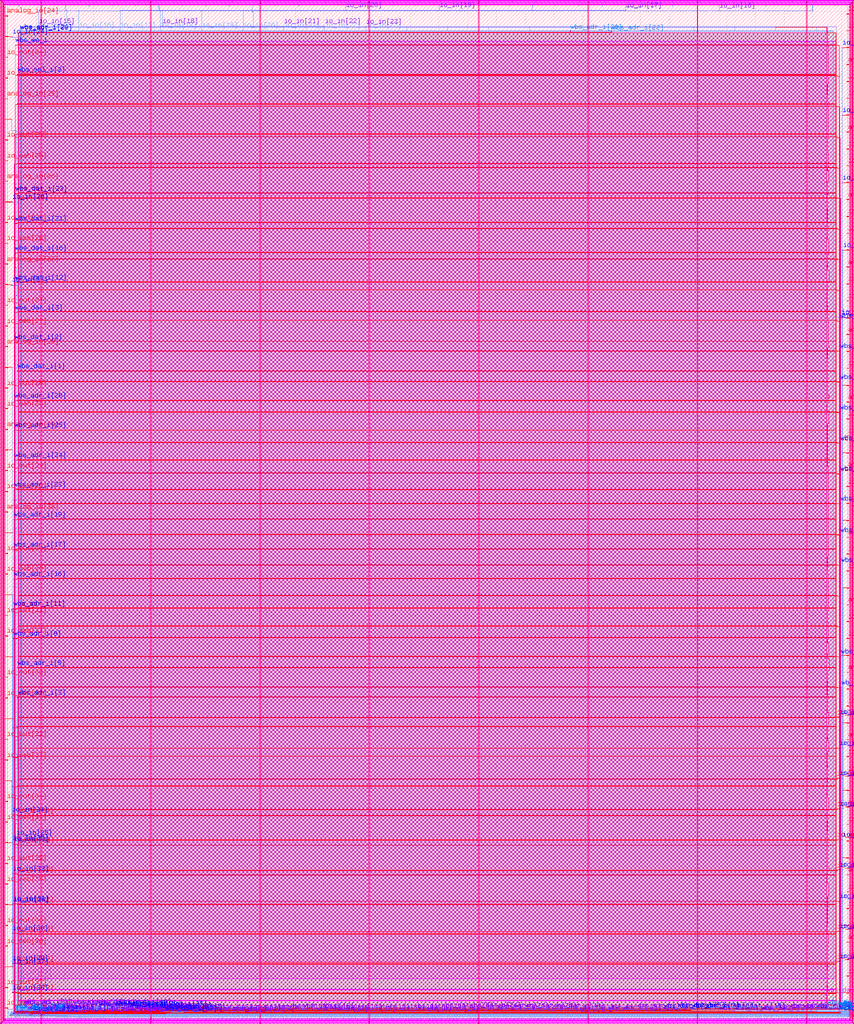
<source format=lef>
VERSION 5.7 ;
  NOWIREEXTENSIONATPIN ON ;
  DIVIDERCHAR "/" ;
  BUSBITCHARS "[]" ;
MACRO user_project_wrapper
  CLASS BLOCK ;
  FOREIGN user_project_wrapper ;
  ORIGIN 0.000 0.000 ;
  SIZE 2920.000 BY 3520.000 ;
  PIN analog_io[0]
    DIRECTION INOUT ;
    PORT
      LAYER met3 ;
        RECT 2917.600 28.980 2924.800 30.180 ;
    END
  END analog_io[0]
  PIN analog_io[10]
    DIRECTION INOUT ;
    PORT
      LAYER met3 ;
        RECT 2917.600 2374.980 2924.800 2376.180 ;
    END
  END analog_io[10]
  PIN analog_io[11]
    DIRECTION INOUT ;
    PORT
      LAYER met3 ;
        RECT 2917.600 2609.580 2924.800 2610.780 ;
    END
  END analog_io[11]
  PIN analog_io[12]
    DIRECTION INOUT ;
    PORT
      LAYER met3 ;
        RECT 2917.600 2844.180 2924.800 2845.380 ;
    END
  END analog_io[12]
  PIN analog_io[13]
    DIRECTION INOUT ;
    PORT
      LAYER met3 ;
        RECT 2917.600 3078.780 2924.800 3079.980 ;
    END
  END analog_io[13]
  PIN analog_io[14]
    DIRECTION INOUT ;
    PORT
      LAYER met3 ;
        RECT 2917.600 3313.380 2924.800 3314.580 ;
    END
  END analog_io[14]
  PIN analog_io[15]
    DIRECTION INOUT ;
    PORT
      LAYER met2 ;
        RECT 2879.090 3517.600 2879.650 3524.800 ;
    END
  END analog_io[15]
  PIN analog_io[16]
    DIRECTION INOUT ;
    PORT
      LAYER met2 ;
        RECT 2554.790 3517.600 2555.350 3524.800 ;
    END
  END analog_io[16]
  PIN analog_io[17]
    DIRECTION INOUT ;
    PORT
      LAYER met2 ;
        RECT 2230.490 3517.600 2231.050 3524.800 ;
    END
  END analog_io[17]
  PIN analog_io[18]
    DIRECTION INOUT ;
    PORT
      LAYER met2 ;
        RECT 1905.730 3517.600 1906.290 3524.800 ;
    END
  END analog_io[18]
  PIN analog_io[19]
    DIRECTION INOUT ;
    PORT
      LAYER met2 ;
        RECT 1581.430 3517.600 1581.990 3524.800 ;
    END
  END analog_io[19]
  PIN analog_io[1]
    DIRECTION INOUT ;
    PORT
      LAYER met3 ;
        RECT 2917.600 263.580 2924.800 264.780 ;
    END
  END analog_io[1]
  PIN analog_io[20]
    DIRECTION INOUT ;
    PORT
      LAYER met2 ;
        RECT 1257.130 3517.600 1257.690 3524.800 ;
    END
  END analog_io[20]
  PIN analog_io[21]
    DIRECTION INOUT ;
    PORT
      LAYER met2 ;
        RECT 932.370 3517.600 932.930 3524.800 ;
    END
  END analog_io[21]
  PIN analog_io[22]
    DIRECTION INOUT ;
    PORT
      LAYER met2 ;
        RECT 608.070 3517.600 608.630 3524.800 ;
    END
  END analog_io[22]
  PIN analog_io[23]
    DIRECTION INOUT ;
    PORT
      LAYER met2 ;
        RECT 283.770 3517.600 284.330 3524.800 ;
    END
  END analog_io[23]
  PIN analog_io[24]
    DIRECTION INOUT ;
    PORT
      LAYER met3 ;
        RECT -4.800 3482.700 2.400 3483.900 ;
    END
  END analog_io[24]
  PIN analog_io[25]
    DIRECTION INOUT ;
    PORT
      LAYER met3 ;
        RECT -4.800 3195.060 2.400 3196.260 ;
    END
  END analog_io[25]
  PIN analog_io[26]
    DIRECTION INOUT ;
    PORT
      LAYER met3 ;
        RECT -4.800 2908.100 2.400 2909.300 ;
    END
  END analog_io[26]
  PIN analog_io[27]
    DIRECTION INOUT ;
    PORT
      LAYER met3 ;
        RECT -4.800 2620.460 2.400 2621.660 ;
    END
  END analog_io[27]
  PIN analog_io[28]
    DIRECTION INOUT ;
    PORT
      LAYER met3 ;
        RECT -4.800 2333.500 2.400 2334.700 ;
    END
  END analog_io[28]
  PIN analog_io[29]
    DIRECTION INOUT ;
    PORT
      LAYER met3 ;
        RECT -4.800 2045.860 2.400 2047.060 ;
    END
  END analog_io[29]
  PIN analog_io[2]
    DIRECTION INOUT ;
    PORT
      LAYER met3 ;
        RECT 2917.600 498.180 2924.800 499.380 ;
    END
  END analog_io[2]
  PIN analog_io[30]
    DIRECTION INOUT ;
    PORT
      LAYER met3 ;
        RECT -4.800 1758.900 2.400 1760.100 ;
    END
  END analog_io[30]
  PIN analog_io[3]
    DIRECTION INOUT ;
    PORT
      LAYER met3 ;
        RECT 2917.600 732.780 2924.800 733.980 ;
    END
  END analog_io[3]
  PIN analog_io[4]
    DIRECTION INOUT ;
    PORT
      LAYER met3 ;
        RECT 2917.600 967.380 2924.800 968.580 ;
    END
  END analog_io[4]
  PIN analog_io[5]
    DIRECTION INOUT ;
    PORT
      LAYER met3 ;
        RECT 2917.600 1201.980 2924.800 1203.180 ;
    END
  END analog_io[5]
  PIN analog_io[6]
    DIRECTION INOUT ;
    PORT
      LAYER met3 ;
        RECT 2917.600 1436.580 2924.800 1437.780 ;
    END
  END analog_io[6]
  PIN analog_io[7]
    DIRECTION INOUT ;
    PORT
      LAYER met3 ;
        RECT 2917.600 1671.180 2924.800 1672.380 ;
    END
  END analog_io[7]
  PIN analog_io[8]
    DIRECTION INOUT ;
    PORT
      LAYER met3 ;
        RECT 2917.600 1905.780 2924.800 1906.980 ;
    END
  END analog_io[8]
  PIN analog_io[9]
    DIRECTION INOUT ;
    PORT
      LAYER met3 ;
        RECT 2917.600 2140.380 2924.800 2141.580 ;
    END
  END analog_io[9]
  PIN io_in[0]
    DIRECTION INPUT ;
    PORT
      LAYER met3 ;
        RECT 2881.000 88.210 2885.000 88.680 ;
        RECT 2917.600 88.210 2924.800 88.660 ;
        RECT 2881.000 88.080 2924.800 88.210 ;
        RECT 2884.510 87.910 2924.800 88.080 ;
        RECT 2917.600 87.460 2924.800 87.910 ;
    END
  END io_in[0]
  PIN io_in[10]
    DIRECTION INPUT ;
    PORT
      LAYER met1 ;
        RECT 1388.350 3445.460 1388.670 3445.520 ;
        RECT 2880.590 3445.460 2880.910 3445.520 ;
        RECT 1388.350 3445.320 2880.910 3445.460 ;
        RECT 1388.350 3445.260 1388.670 3445.320 ;
        RECT 2880.590 3445.260 2880.910 3445.320 ;
        RECT 2880.590 2435.660 2880.910 2435.720 ;
        RECT 2898.530 2435.660 2898.850 2435.720 ;
        RECT 2880.590 2435.520 2898.850 2435.660 ;
        RECT 2880.590 2435.460 2880.910 2435.520 ;
        RECT 2898.530 2435.460 2898.850 2435.520 ;
      LAYER via ;
        RECT 1388.380 3445.260 1388.640 3445.520 ;
        RECT 2880.620 3445.260 2880.880 3445.520 ;
        RECT 2880.620 2435.460 2880.880 2435.720 ;
        RECT 2898.560 2435.460 2898.820 2435.720 ;
      LAYER met2 ;
        RECT 1388.380 3445.230 1388.640 3445.550 ;
        RECT 2880.620 3445.230 2880.880 3445.550 ;
        RECT 1388.440 3435.000 1388.580 3445.230 ;
        RECT 1388.410 3431.000 1388.690 3435.000 ;
        RECT 2880.680 2435.750 2880.820 3445.230 ;
        RECT 2880.620 2435.430 2880.880 2435.750 ;
        RECT 2898.560 2435.430 2898.820 2435.750 ;
        RECT 2898.620 2434.245 2898.760 2435.430 ;
        RECT 2898.550 2433.875 2898.830 2434.245 ;
      LAYER via2 ;
        RECT 2898.550 2433.920 2898.830 2434.200 ;
      LAYER met3 ;
        RECT 2898.525 2434.210 2898.855 2434.225 ;
        RECT 2917.600 2434.210 2924.800 2434.660 ;
        RECT 2898.525 2433.910 2924.800 2434.210 ;
        RECT 2898.525 2433.895 2898.855 2433.910 ;
        RECT 2917.600 2433.460 2924.800 2433.910 ;
    END
  END io_in[10]
  PIN io_in[11]
    DIRECTION INPUT ;
    PORT
      LAYER met1 ;
        RECT 252.150 34.240 252.470 34.300 ;
        RECT 2902.670 34.240 2902.990 34.300 ;
        RECT 252.150 34.100 2902.990 34.240 ;
        RECT 252.150 34.040 252.470 34.100 ;
        RECT 2902.670 34.040 2902.990 34.100 ;
      LAYER via ;
        RECT 252.180 34.040 252.440 34.300 ;
        RECT 2902.700 34.040 2902.960 34.300 ;
      LAYER met2 ;
        RECT 2902.690 2669.155 2902.970 2669.525 ;
        RECT 252.210 35.000 252.490 39.000 ;
        RECT 252.240 34.330 252.380 35.000 ;
        RECT 2902.760 34.330 2902.900 2669.155 ;
        RECT 252.180 34.010 252.440 34.330 ;
        RECT 2902.700 34.010 2902.960 34.330 ;
      LAYER via2 ;
        RECT 2902.690 2669.200 2902.970 2669.480 ;
      LAYER met3 ;
        RECT 2902.665 2669.490 2902.995 2669.505 ;
        RECT 2917.600 2669.490 2924.800 2669.940 ;
        RECT 2902.665 2669.190 2924.800 2669.490 ;
        RECT 2902.665 2669.175 2902.995 2669.190 ;
        RECT 2917.600 2668.740 2924.800 2669.190 ;
    END
  END io_in[11]
  PIN io_in[12]
    DIRECTION INPUT ;
    PORT
      LAYER met1 ;
        RECT 300.450 33.900 300.770 33.960 ;
        RECT 2902.210 33.900 2902.530 33.960 ;
        RECT 300.450 33.760 2902.530 33.900 ;
        RECT 300.450 33.700 300.770 33.760 ;
        RECT 2902.210 33.700 2902.530 33.760 ;
      LAYER via ;
        RECT 300.480 33.700 300.740 33.960 ;
        RECT 2902.240 33.700 2902.500 33.960 ;
      LAYER met2 ;
        RECT 2902.230 2903.755 2902.510 2904.125 ;
        RECT 300.510 35.000 300.790 39.000 ;
        RECT 300.540 33.990 300.680 35.000 ;
        RECT 2902.300 33.990 2902.440 2903.755 ;
        RECT 300.480 33.670 300.740 33.990 ;
        RECT 2902.240 33.670 2902.500 33.990 ;
      LAYER via2 ;
        RECT 2902.230 2903.800 2902.510 2904.080 ;
      LAYER met3 ;
        RECT 2902.205 2904.090 2902.535 2904.105 ;
        RECT 2917.600 2904.090 2924.800 2904.540 ;
        RECT 2902.205 2903.790 2924.800 2904.090 ;
        RECT 2902.205 2903.775 2902.535 2903.790 ;
        RECT 2917.600 2903.340 2924.800 2903.790 ;
    END
  END io_in[12]
  PIN io_in[13]
    DIRECTION INPUT ;
    PORT
      LAYER met1 ;
        RECT 348.750 33.560 349.070 33.620 ;
        RECT 2901.750 33.560 2902.070 33.620 ;
        RECT 348.750 33.420 2902.070 33.560 ;
        RECT 348.750 33.360 349.070 33.420 ;
        RECT 2901.750 33.360 2902.070 33.420 ;
      LAYER via ;
        RECT 348.780 33.360 349.040 33.620 ;
        RECT 2901.780 33.360 2902.040 33.620 ;
      LAYER met2 ;
        RECT 2901.770 3138.355 2902.050 3138.725 ;
        RECT 348.810 35.000 349.090 39.000 ;
        RECT 348.840 33.650 348.980 35.000 ;
        RECT 2901.840 33.650 2901.980 3138.355 ;
        RECT 348.780 33.330 349.040 33.650 ;
        RECT 2901.780 33.330 2902.040 33.650 ;
      LAYER via2 ;
        RECT 2901.770 3138.400 2902.050 3138.680 ;
      LAYER met3 ;
        RECT 2901.745 3138.690 2902.075 3138.705 ;
        RECT 2917.600 3138.690 2924.800 3139.140 ;
        RECT 2901.745 3138.390 2924.800 3138.690 ;
        RECT 2901.745 3138.375 2902.075 3138.390 ;
        RECT 2917.600 3137.940 2924.800 3138.390 ;
    END
  END io_in[13]
  PIN io_in[14]
    DIRECTION INPUT ;
    PORT
      LAYER met1 ;
        RECT 397.050 33.220 397.370 33.280 ;
        RECT 2901.290 33.220 2901.610 33.280 ;
        RECT 397.050 33.080 2901.610 33.220 ;
        RECT 397.050 33.020 397.370 33.080 ;
        RECT 2901.290 33.020 2901.610 33.080 ;
      LAYER via ;
        RECT 397.080 33.020 397.340 33.280 ;
        RECT 2901.320 33.020 2901.580 33.280 ;
      LAYER met2 ;
        RECT 2901.310 3372.955 2901.590 3373.325 ;
        RECT 397.110 35.000 397.390 39.000 ;
        RECT 397.140 33.310 397.280 35.000 ;
        RECT 2901.380 33.310 2901.520 3372.955 ;
        RECT 397.080 32.990 397.340 33.310 ;
        RECT 2901.320 32.990 2901.580 33.310 ;
      LAYER via2 ;
        RECT 2901.310 3373.000 2901.590 3373.280 ;
      LAYER met3 ;
        RECT 2901.285 3373.290 2901.615 3373.305 ;
        RECT 2917.600 3373.290 2924.800 3373.740 ;
        RECT 2901.285 3372.990 2924.800 3373.290 ;
        RECT 2901.285 3372.975 2901.615 3372.990 ;
        RECT 2917.600 3372.540 2924.800 3372.990 ;
    END
  END io_in[14]
  PIN io_in[15]
    DIRECTION INPUT ;
    PORT
      LAYER met1 ;
        RECT 110.010 3501.560 110.330 3501.620 ;
        RECT 2798.250 3501.560 2798.570 3501.620 ;
        RECT 110.010 3501.420 2798.570 3501.560 ;
        RECT 110.010 3501.360 110.330 3501.420 ;
        RECT 2798.250 3501.360 2798.570 3501.420 ;
        RECT 105.870 3447.840 106.190 3447.900 ;
        RECT 110.010 3447.840 110.330 3447.900 ;
        RECT 105.870 3447.700 110.330 3447.840 ;
        RECT 105.870 3447.640 106.190 3447.700 ;
        RECT 110.010 3447.640 110.330 3447.700 ;
      LAYER via ;
        RECT 110.040 3501.360 110.300 3501.620 ;
        RECT 2798.280 3501.360 2798.540 3501.620 ;
        RECT 105.900 3447.640 106.160 3447.900 ;
        RECT 110.040 3447.640 110.300 3447.900 ;
      LAYER met2 ;
        RECT 2798.130 3517.600 2798.690 3524.800 ;
        RECT 2798.340 3501.650 2798.480 3517.600 ;
        RECT 110.040 3501.330 110.300 3501.650 ;
        RECT 2798.280 3501.330 2798.540 3501.650 ;
        RECT 110.100 3447.930 110.240 3501.330 ;
        RECT 105.900 3447.610 106.160 3447.930 ;
        RECT 110.040 3447.610 110.300 3447.930 ;
        RECT 105.960 3435.000 106.100 3447.610 ;
        RECT 105.930 3431.000 106.210 3435.000 ;
    END
  END io_in[15]
  PIN io_in[16]
    DIRECTION INPUT ;
    PORT
      LAYER met1 ;
        RECT 248.010 3501.900 248.330 3501.960 ;
        RECT 2473.950 3501.900 2474.270 3501.960 ;
        RECT 248.010 3501.760 2474.270 3501.900 ;
        RECT 248.010 3501.700 248.330 3501.760 ;
        RECT 2473.950 3501.700 2474.270 3501.760 ;
      LAYER via ;
        RECT 248.040 3501.700 248.300 3501.960 ;
        RECT 2473.980 3501.700 2474.240 3501.960 ;
      LAYER met2 ;
        RECT 2473.830 3517.600 2474.390 3524.800 ;
        RECT 2474.040 3501.990 2474.180 3517.600 ;
        RECT 248.040 3501.670 248.300 3501.990 ;
        RECT 2473.980 3501.670 2474.240 3501.990 ;
        RECT 248.100 3435.000 248.240 3501.670 ;
        RECT 248.070 3431.000 248.350 3435.000 ;
    END
  END io_in[16]
  PIN io_in[17]
    DIRECTION INPUT ;
    PORT
      LAYER met1 ;
        RECT 392.910 3502.240 393.230 3502.300 ;
        RECT 2149.190 3502.240 2149.510 3502.300 ;
        RECT 392.910 3502.100 2149.510 3502.240 ;
        RECT 392.910 3502.040 393.230 3502.100 ;
        RECT 2149.190 3502.040 2149.510 3502.100 ;
      LAYER via ;
        RECT 392.940 3502.040 393.200 3502.300 ;
        RECT 2149.220 3502.040 2149.480 3502.300 ;
      LAYER met2 ;
        RECT 2149.070 3517.600 2149.630 3524.800 ;
        RECT 2149.280 3502.330 2149.420 3517.600 ;
        RECT 392.940 3502.010 393.200 3502.330 ;
        RECT 2149.220 3502.010 2149.480 3502.330 ;
        RECT 390.670 3434.410 390.950 3435.000 ;
        RECT 393.000 3434.410 393.140 3502.010 ;
        RECT 390.670 3434.270 393.140 3434.410 ;
        RECT 390.670 3431.000 390.950 3434.270 ;
    END
  END io_in[17]
  PIN io_in[18]
    DIRECTION INPUT ;
    PORT
      LAYER met1 ;
        RECT 537.810 3502.580 538.130 3502.640 ;
        RECT 1824.890 3502.580 1825.210 3502.640 ;
        RECT 537.810 3502.440 1825.210 3502.580 ;
        RECT 537.810 3502.380 538.130 3502.440 ;
        RECT 1824.890 3502.380 1825.210 3502.440 ;
        RECT 533.210 3447.840 533.530 3447.900 ;
        RECT 537.810 3447.840 538.130 3447.900 ;
        RECT 533.210 3447.700 538.130 3447.840 ;
        RECT 533.210 3447.640 533.530 3447.700 ;
        RECT 537.810 3447.640 538.130 3447.700 ;
      LAYER via ;
        RECT 537.840 3502.380 538.100 3502.640 ;
        RECT 1824.920 3502.380 1825.180 3502.640 ;
        RECT 533.240 3447.640 533.500 3447.900 ;
        RECT 537.840 3447.640 538.100 3447.900 ;
      LAYER met2 ;
        RECT 1824.770 3517.600 1825.330 3524.800 ;
        RECT 1824.980 3502.670 1825.120 3517.600 ;
        RECT 537.840 3502.350 538.100 3502.670 ;
        RECT 1824.920 3502.350 1825.180 3502.670 ;
        RECT 537.900 3447.930 538.040 3502.350 ;
        RECT 533.240 3447.610 533.500 3447.930 ;
        RECT 537.840 3447.610 538.100 3447.930 ;
        RECT 533.300 3435.000 533.440 3447.610 ;
        RECT 533.270 3431.000 533.550 3435.000 ;
    END
  END io_in[18]
  PIN io_in[19]
    DIRECTION INPUT ;
    PORT
      LAYER met1 ;
        RECT 675.810 3502.920 676.130 3502.980 ;
        RECT 1500.590 3502.920 1500.910 3502.980 ;
        RECT 675.810 3502.780 1500.910 3502.920 ;
        RECT 675.810 3502.720 676.130 3502.780 ;
        RECT 1500.590 3502.720 1500.910 3502.780 ;
      LAYER via ;
        RECT 675.840 3502.720 676.100 3502.980 ;
        RECT 1500.620 3502.720 1500.880 3502.980 ;
      LAYER met2 ;
        RECT 1500.470 3517.600 1501.030 3524.800 ;
        RECT 1500.680 3503.010 1500.820 3517.600 ;
        RECT 675.840 3502.690 676.100 3503.010 ;
        RECT 1500.620 3502.690 1500.880 3503.010 ;
        RECT 675.900 3435.000 676.040 3502.690 ;
        RECT 675.870 3431.000 676.150 3435.000 ;
    END
  END io_in[19]
  PIN io_in[1]
    DIRECTION INPUT ;
    PORT
      LAYER met1 ;
        RECT 2890.710 197.780 2891.030 197.840 ;
        RECT 2903.130 197.780 2903.450 197.840 ;
        RECT 2890.710 197.640 2903.450 197.780 ;
        RECT 2890.710 197.580 2891.030 197.640 ;
        RECT 2903.130 197.580 2903.450 197.640 ;
      LAYER via ;
        RECT 2890.740 197.580 2891.000 197.840 ;
        RECT 2903.160 197.580 2903.420 197.840 ;
      LAYER met2 ;
        RECT 2903.150 322.475 2903.430 322.845 ;
        RECT 2903.220 197.870 2903.360 322.475 ;
        RECT 2890.740 197.725 2891.000 197.870 ;
        RECT 2890.730 197.355 2891.010 197.725 ;
        RECT 2903.160 197.550 2903.420 197.870 ;
      LAYER via2 ;
        RECT 2903.150 322.520 2903.430 322.800 ;
        RECT 2890.730 197.400 2891.010 197.680 ;
      LAYER met3 ;
        RECT 2903.125 322.810 2903.455 322.825 ;
        RECT 2917.600 322.810 2924.800 323.260 ;
        RECT 2903.125 322.510 2924.800 322.810 ;
        RECT 2903.125 322.495 2903.455 322.510 ;
        RECT 2917.600 322.060 2924.800 322.510 ;
        RECT 2890.705 197.690 2891.035 197.705 ;
        RECT 2884.510 197.390 2891.035 197.690 ;
        RECT 2884.510 194.760 2884.810 197.390 ;
        RECT 2890.705 197.375 2891.035 197.390 ;
        RECT 2881.000 194.160 2885.000 194.760 ;
    END
  END io_in[1]
  PIN io_in[20]
    DIRECTION INPUT ;
    PORT
      LAYER met1 ;
        RECT 820.710 3503.260 821.030 3503.320 ;
        RECT 1175.830 3503.260 1176.150 3503.320 ;
        RECT 820.710 3503.120 1176.150 3503.260 ;
        RECT 820.710 3503.060 821.030 3503.120 ;
        RECT 1175.830 3503.060 1176.150 3503.120 ;
      LAYER via ;
        RECT 820.740 3503.060 821.000 3503.320 ;
        RECT 1175.860 3503.060 1176.120 3503.320 ;
      LAYER met2 ;
        RECT 1175.710 3517.600 1176.270 3524.800 ;
        RECT 1175.920 3503.350 1176.060 3517.600 ;
        RECT 820.740 3503.030 821.000 3503.350 ;
        RECT 1175.860 3503.030 1176.120 3503.350 ;
        RECT 818.470 3434.410 818.750 3435.000 ;
        RECT 820.800 3434.410 820.940 3503.030 ;
        RECT 818.470 3434.270 820.940 3434.410 ;
        RECT 818.470 3431.000 818.750 3434.270 ;
    END
  END io_in[20]
  PIN io_in[21]
    DIRECTION INPUT ;
    PORT
      LAYER met1 ;
        RECT 851.530 3498.500 851.850 3498.560 ;
        RECT 855.210 3498.500 855.530 3498.560 ;
        RECT 851.530 3498.360 855.530 3498.500 ;
        RECT 851.530 3498.300 851.850 3498.360 ;
        RECT 855.210 3498.300 855.530 3498.360 ;
        RECT 855.210 3447.160 855.530 3447.220 ;
        RECT 960.550 3447.160 960.870 3447.220 ;
        RECT 855.210 3447.020 960.870 3447.160 ;
        RECT 855.210 3446.960 855.530 3447.020 ;
        RECT 960.550 3446.960 960.870 3447.020 ;
      LAYER via ;
        RECT 851.560 3498.300 851.820 3498.560 ;
        RECT 855.240 3498.300 855.500 3498.560 ;
        RECT 855.240 3446.960 855.500 3447.220 ;
        RECT 960.580 3446.960 960.840 3447.220 ;
      LAYER met2 ;
        RECT 851.410 3517.600 851.970 3524.800 ;
        RECT 851.620 3498.590 851.760 3517.600 ;
        RECT 851.560 3498.270 851.820 3498.590 ;
        RECT 855.240 3498.270 855.500 3498.590 ;
        RECT 855.300 3447.250 855.440 3498.270 ;
        RECT 855.240 3446.930 855.500 3447.250 ;
        RECT 960.580 3446.930 960.840 3447.250 ;
        RECT 960.640 3435.000 960.780 3446.930 ;
        RECT 960.610 3431.000 960.890 3435.000 ;
    END
  END io_in[21]
  PIN io_in[22]
    DIRECTION INPUT ;
    PORT
      LAYER met1 ;
        RECT 527.230 3502.580 527.550 3502.640 ;
        RECT 530.910 3502.580 531.230 3502.640 ;
        RECT 527.230 3502.440 531.230 3502.580 ;
        RECT 527.230 3502.380 527.550 3502.440 ;
        RECT 530.910 3502.380 531.230 3502.440 ;
        RECT 530.910 3446.820 531.230 3446.880 ;
        RECT 1103.150 3446.820 1103.470 3446.880 ;
        RECT 530.910 3446.680 1103.470 3446.820 ;
        RECT 530.910 3446.620 531.230 3446.680 ;
        RECT 1103.150 3446.620 1103.470 3446.680 ;
      LAYER via ;
        RECT 527.260 3502.380 527.520 3502.640 ;
        RECT 530.940 3502.380 531.200 3502.640 ;
        RECT 530.940 3446.620 531.200 3446.880 ;
        RECT 1103.180 3446.620 1103.440 3446.880 ;
      LAYER met2 ;
        RECT 527.110 3517.600 527.670 3524.800 ;
        RECT 527.320 3502.670 527.460 3517.600 ;
        RECT 527.260 3502.350 527.520 3502.670 ;
        RECT 530.940 3502.350 531.200 3502.670 ;
        RECT 531.000 3446.910 531.140 3502.350 ;
        RECT 530.940 3446.590 531.200 3446.910 ;
        RECT 1103.180 3446.590 1103.440 3446.910 ;
        RECT 1103.240 3435.000 1103.380 3446.590 ;
        RECT 1103.210 3431.000 1103.490 3435.000 ;
    END
  END io_in[22]
  PIN io_in[23]
    DIRECTION INPUT ;
    PORT
      LAYER met1 ;
        RECT 202.470 3502.240 202.790 3502.300 ;
        RECT 206.610 3502.240 206.930 3502.300 ;
        RECT 202.470 3502.100 206.930 3502.240 ;
        RECT 202.470 3502.040 202.790 3502.100 ;
        RECT 206.610 3502.040 206.930 3502.100 ;
        RECT 206.610 3446.480 206.930 3446.540 ;
        RECT 1245.750 3446.480 1246.070 3446.540 ;
        RECT 206.610 3446.340 1246.070 3446.480 ;
        RECT 206.610 3446.280 206.930 3446.340 ;
        RECT 1245.750 3446.280 1246.070 3446.340 ;
      LAYER via ;
        RECT 202.500 3502.040 202.760 3502.300 ;
        RECT 206.640 3502.040 206.900 3502.300 ;
        RECT 206.640 3446.280 206.900 3446.540 ;
        RECT 1245.780 3446.280 1246.040 3446.540 ;
      LAYER met2 ;
        RECT 202.350 3517.600 202.910 3524.800 ;
        RECT 202.560 3502.330 202.700 3517.600 ;
        RECT 202.500 3502.010 202.760 3502.330 ;
        RECT 206.640 3502.010 206.900 3502.330 ;
        RECT 206.700 3446.570 206.840 3502.010 ;
        RECT 206.640 3446.250 206.900 3446.570 ;
        RECT 1245.780 3446.250 1246.040 3446.570 ;
        RECT 1245.840 3435.000 1245.980 3446.250 ;
        RECT 1245.810 3431.000 1246.090 3435.000 ;
    END
  END io_in[23]
  PIN io_in[24]
    DIRECTION INPUT ;
    PORT
      LAYER met1 ;
        RECT 17.550 3408.740 17.870 3408.800 ;
        RECT 37.790 3408.740 38.110 3408.800 ;
        RECT 17.550 3408.600 38.110 3408.740 ;
        RECT 17.550 3408.540 17.870 3408.600 ;
        RECT 37.790 3408.540 38.110 3408.600 ;
        RECT 37.790 27.440 38.110 27.500 ;
        RECT 58.950 27.440 59.270 27.500 ;
        RECT 37.790 27.300 59.270 27.440 ;
        RECT 37.790 27.240 38.110 27.300 ;
        RECT 58.950 27.240 59.270 27.300 ;
      LAYER via ;
        RECT 17.580 3408.540 17.840 3408.800 ;
        RECT 37.820 3408.540 38.080 3408.800 ;
        RECT 37.820 27.240 38.080 27.500 ;
        RECT 58.980 27.240 59.240 27.500 ;
      LAYER met2 ;
        RECT 17.570 3411.035 17.850 3411.405 ;
        RECT 17.640 3408.830 17.780 3411.035 ;
        RECT 17.580 3408.510 17.840 3408.830 ;
        RECT 37.820 3408.510 38.080 3408.830 ;
        RECT 37.880 27.530 38.020 3408.510 ;
        RECT 59.010 35.000 59.290 39.000 ;
        RECT 59.040 27.530 59.180 35.000 ;
        RECT 37.820 27.210 38.080 27.530 ;
        RECT 58.980 27.210 59.240 27.530 ;
      LAYER via2 ;
        RECT 17.570 3411.080 17.850 3411.360 ;
      LAYER met3 ;
        RECT -4.800 3411.370 2.400 3411.820 ;
        RECT 17.545 3411.370 17.875 3411.385 ;
        RECT -4.800 3411.070 17.875 3411.370 ;
        RECT -4.800 3410.620 2.400 3411.070 ;
        RECT 17.545 3411.055 17.875 3411.070 ;
    END
  END io_in[24]
  PIN io_in[25]
    DIRECTION INPUT ;
    PORT
      LAYER li1 ;
        RECT 30.965 2995.145 31.135 3042.915 ;
        RECT 30.965 2958.765 31.135 2994.635 ;
        RECT 30.965 2898.585 31.135 2946.355 ;
        RECT 30.505 2849.625 30.675 2898.075 ;
        RECT 30.505 2801.345 30.675 2825.655 ;
        RECT 30.505 2753.065 30.675 2767.175 ;
        RECT 30.505 2704.785 30.675 2752.555 ;
        RECT 30.045 2656.505 30.215 2670.615 ;
        RECT 30.505 2415.445 30.675 2439.075 ;
        RECT 29.585 2367.165 29.755 2380.935 ;
        RECT 30.505 2283.525 30.675 2359.855 ;
        RECT 30.505 2222.325 30.675 2260.915 ;
        RECT 30.505 2173.705 30.675 2221.815 ;
        RECT 30.505 2125.425 30.675 2158.235 ;
        RECT 30.965 2077.145 31.135 2125.255 ;
        RECT 30.505 2028.525 30.675 2052.835 ;
        RECT 30.965 1883.685 31.135 1931.795 ;
        RECT 30.965 1739.185 31.135 1786.275 ;
        RECT 31.885 1638.885 32.055 1683.595 ;
        RECT 30.965 1546.065 31.135 1593.835 ;
        RECT 30.965 1509.685 31.135 1545.555 ;
        RECT 30.965 1449.505 31.135 1497.275 ;
        RECT 30.965 1413.805 31.135 1448.995 ;
        RECT 30.965 1352.945 31.135 1400.715 ;
        RECT 30.965 1316.565 31.135 1352.435 ;
        RECT 30.965 1256.385 31.135 1304.155 ;
        RECT 30.505 1207.425 30.675 1255.875 ;
        RECT 30.505 1159.145 30.675 1183.455 ;
        RECT 30.505 1110.865 30.675 1124.975 ;
        RECT 30.505 1062.585 30.675 1110.355 ;
        RECT 30.505 773.245 30.675 796.875 ;
        RECT 30.505 531.505 30.675 579.615 ;
        RECT 30.505 483.225 30.675 507.195 ;
        RECT 30.965 434.945 31.135 483.055 ;
        RECT 30.505 386.325 30.675 410.635 ;
        RECT 30.965 241.485 31.135 289.595 ;
        RECT 30.965 193.205 31.135 237.235 ;
        RECT 31.425 96.645 31.595 144.755 ;
      LAYER mcon ;
        RECT 30.965 3042.745 31.135 3042.915 ;
        RECT 30.965 2994.465 31.135 2994.635 ;
        RECT 30.965 2946.185 31.135 2946.355 ;
        RECT 30.505 2897.905 30.675 2898.075 ;
        RECT 30.505 2825.485 30.675 2825.655 ;
        RECT 30.505 2767.005 30.675 2767.175 ;
        RECT 30.505 2752.385 30.675 2752.555 ;
        RECT 30.045 2670.445 30.215 2670.615 ;
        RECT 30.505 2438.905 30.675 2439.075 ;
        RECT 29.585 2380.765 29.755 2380.935 ;
        RECT 30.505 2359.685 30.675 2359.855 ;
        RECT 30.505 2260.745 30.675 2260.915 ;
        RECT 30.505 2221.645 30.675 2221.815 ;
        RECT 30.505 2158.065 30.675 2158.235 ;
        RECT 30.965 2125.085 31.135 2125.255 ;
        RECT 30.505 2052.665 30.675 2052.835 ;
        RECT 30.965 1931.625 31.135 1931.795 ;
        RECT 30.965 1786.105 31.135 1786.275 ;
        RECT 31.885 1683.425 32.055 1683.595 ;
        RECT 30.965 1593.665 31.135 1593.835 ;
        RECT 30.965 1545.385 31.135 1545.555 ;
        RECT 30.965 1497.105 31.135 1497.275 ;
        RECT 30.965 1448.825 31.135 1448.995 ;
        RECT 30.965 1400.545 31.135 1400.715 ;
        RECT 30.965 1352.265 31.135 1352.435 ;
        RECT 30.965 1303.985 31.135 1304.155 ;
        RECT 30.505 1255.705 30.675 1255.875 ;
        RECT 30.505 1183.285 30.675 1183.455 ;
        RECT 30.505 1124.805 30.675 1124.975 ;
        RECT 30.505 1110.185 30.675 1110.355 ;
        RECT 30.505 796.705 30.675 796.875 ;
        RECT 30.505 579.445 30.675 579.615 ;
        RECT 30.505 507.025 30.675 507.195 ;
        RECT 30.965 482.885 31.135 483.055 ;
        RECT 30.505 410.465 30.675 410.635 ;
        RECT 30.965 289.425 31.135 289.595 ;
        RECT 30.965 237.065 31.135 237.235 ;
        RECT 31.425 144.585 31.595 144.755 ;
      LAYER met1 ;
        RECT 15.710 3084.380 16.030 3084.440 ;
        RECT 31.810 3084.380 32.130 3084.440 ;
        RECT 15.710 3084.240 32.130 3084.380 ;
        RECT 15.710 3084.180 16.030 3084.240 ;
        RECT 31.810 3084.180 32.130 3084.240 ;
        RECT 30.890 3042.900 31.210 3042.960 ;
        RECT 30.695 3042.760 31.210 3042.900 ;
        RECT 30.890 3042.700 31.210 3042.760 ;
        RECT 30.890 2995.300 31.210 2995.360 ;
        RECT 30.695 2995.160 31.210 2995.300 ;
        RECT 30.890 2995.100 31.210 2995.160 ;
        RECT 30.890 2994.620 31.210 2994.680 ;
        RECT 30.695 2994.480 31.210 2994.620 ;
        RECT 30.890 2994.420 31.210 2994.480 ;
        RECT 30.890 2958.920 31.210 2958.980 ;
        RECT 30.695 2958.780 31.210 2958.920 ;
        RECT 30.890 2958.720 31.210 2958.780 ;
        RECT 30.890 2946.340 31.210 2946.400 ;
        RECT 30.695 2946.200 31.210 2946.340 ;
        RECT 30.890 2946.140 31.210 2946.200 ;
        RECT 30.890 2898.740 31.210 2898.800 ;
        RECT 30.695 2898.600 31.210 2898.740 ;
        RECT 30.890 2898.540 31.210 2898.600 ;
        RECT 30.445 2898.060 30.735 2898.105 ;
        RECT 30.890 2898.060 31.210 2898.120 ;
        RECT 30.445 2897.920 31.210 2898.060 ;
        RECT 30.445 2897.875 30.735 2897.920 ;
        RECT 30.890 2897.860 31.210 2897.920 ;
        RECT 30.430 2849.780 30.750 2849.840 ;
        RECT 30.235 2849.640 30.750 2849.780 ;
        RECT 30.430 2849.580 30.750 2849.640 ;
        RECT 30.430 2825.640 30.750 2825.700 ;
        RECT 30.235 2825.500 30.750 2825.640 ;
        RECT 30.430 2825.440 30.750 2825.500 ;
        RECT 30.430 2801.500 30.750 2801.560 ;
        RECT 30.235 2801.360 30.750 2801.500 ;
        RECT 30.430 2801.300 30.750 2801.360 ;
        RECT 30.430 2767.160 30.750 2767.220 ;
        RECT 30.235 2767.020 30.750 2767.160 ;
        RECT 30.430 2766.960 30.750 2767.020 ;
        RECT 30.430 2753.220 30.750 2753.280 ;
        RECT 30.235 2753.080 30.750 2753.220 ;
        RECT 30.430 2753.020 30.750 2753.080 ;
        RECT 30.430 2752.540 30.750 2752.600 ;
        RECT 30.235 2752.400 30.750 2752.540 ;
        RECT 30.430 2752.340 30.750 2752.400 ;
        RECT 30.430 2704.940 30.750 2705.000 ;
        RECT 30.235 2704.800 30.750 2704.940 ;
        RECT 30.430 2704.740 30.750 2704.800 ;
        RECT 29.985 2670.600 30.275 2670.645 ;
        RECT 30.430 2670.600 30.750 2670.660 ;
        RECT 29.985 2670.460 30.750 2670.600 ;
        RECT 29.985 2670.415 30.275 2670.460 ;
        RECT 30.430 2670.400 30.750 2670.460 ;
        RECT 29.970 2656.660 30.290 2656.720 ;
        RECT 29.775 2656.520 30.290 2656.660 ;
        RECT 29.970 2656.460 30.290 2656.520 ;
        RECT 29.050 2608.380 29.370 2608.440 ;
        RECT 30.430 2608.380 30.750 2608.440 ;
        RECT 29.050 2608.240 30.750 2608.380 ;
        RECT 29.050 2608.180 29.370 2608.240 ;
        RECT 30.430 2608.180 30.750 2608.240 ;
        RECT 30.430 2573.840 30.750 2574.100 ;
        RECT 30.520 2573.700 30.660 2573.840 ;
        RECT 30.890 2573.700 31.210 2573.760 ;
        RECT 30.520 2573.560 31.210 2573.700 ;
        RECT 30.890 2573.500 31.210 2573.560 ;
        RECT 31.350 2511.820 31.670 2511.880 ;
        RECT 32.270 2511.820 32.590 2511.880 ;
        RECT 31.350 2511.680 32.590 2511.820 ;
        RECT 31.350 2511.620 31.670 2511.680 ;
        RECT 32.270 2511.620 32.590 2511.680 ;
        RECT 30.430 2439.060 30.750 2439.120 ;
        RECT 30.235 2438.920 30.750 2439.060 ;
        RECT 30.430 2438.860 30.750 2438.920 ;
        RECT 30.445 2415.600 30.735 2415.645 ;
        RECT 30.890 2415.600 31.210 2415.660 ;
        RECT 30.445 2415.460 31.210 2415.600 ;
        RECT 30.445 2415.415 30.735 2415.460 ;
        RECT 30.890 2415.400 31.210 2415.460 ;
        RECT 29.525 2380.920 29.815 2380.965 ;
        RECT 30.890 2380.920 31.210 2380.980 ;
        RECT 29.525 2380.780 31.210 2380.920 ;
        RECT 29.525 2380.735 29.815 2380.780 ;
        RECT 30.890 2380.720 31.210 2380.780 ;
        RECT 29.510 2367.320 29.830 2367.380 ;
        RECT 29.315 2367.180 29.830 2367.320 ;
        RECT 29.510 2367.120 29.830 2367.180 ;
        RECT 29.510 2359.840 29.830 2359.900 ;
        RECT 30.445 2359.840 30.735 2359.885 ;
        RECT 29.510 2359.700 30.735 2359.840 ;
        RECT 29.510 2359.640 29.830 2359.700 ;
        RECT 30.445 2359.655 30.735 2359.700 ;
        RECT 30.430 2283.680 30.750 2283.740 ;
        RECT 30.235 2283.540 30.750 2283.680 ;
        RECT 30.430 2283.480 30.750 2283.540 ;
        RECT 30.430 2260.900 30.750 2260.960 ;
        RECT 30.235 2260.760 30.750 2260.900 ;
        RECT 30.430 2260.700 30.750 2260.760 ;
        RECT 30.445 2222.480 30.735 2222.525 ;
        RECT 30.890 2222.480 31.210 2222.540 ;
        RECT 30.445 2222.340 31.210 2222.480 ;
        RECT 30.445 2222.295 30.735 2222.340 ;
        RECT 30.890 2222.280 31.210 2222.340 ;
        RECT 30.445 2221.800 30.735 2221.845 ;
        RECT 30.890 2221.800 31.210 2221.860 ;
        RECT 30.445 2221.660 31.210 2221.800 ;
        RECT 30.445 2221.615 30.735 2221.660 ;
        RECT 30.890 2221.600 31.210 2221.660 ;
        RECT 30.430 2173.860 30.750 2173.920 ;
        RECT 30.235 2173.720 30.750 2173.860 ;
        RECT 30.430 2173.660 30.750 2173.720 ;
        RECT 30.430 2158.220 30.750 2158.280 ;
        RECT 30.235 2158.080 30.750 2158.220 ;
        RECT 30.430 2158.020 30.750 2158.080 ;
        RECT 30.430 2125.580 30.750 2125.640 ;
        RECT 30.235 2125.440 30.750 2125.580 ;
        RECT 30.430 2125.380 30.750 2125.440 ;
        RECT 30.890 2125.240 31.210 2125.300 ;
        RECT 30.695 2125.100 31.210 2125.240 ;
        RECT 30.890 2125.040 31.210 2125.100 ;
        RECT 30.430 2077.300 30.750 2077.360 ;
        RECT 30.905 2077.300 31.195 2077.345 ;
        RECT 30.430 2077.160 31.195 2077.300 ;
        RECT 30.430 2077.100 30.750 2077.160 ;
        RECT 30.905 2077.115 31.195 2077.160 ;
        RECT 30.430 2052.820 30.750 2052.880 ;
        RECT 30.235 2052.680 30.750 2052.820 ;
        RECT 30.430 2052.620 30.750 2052.680 ;
        RECT 30.430 2028.680 30.750 2028.740 ;
        RECT 30.235 2028.540 30.750 2028.680 ;
        RECT 30.430 2028.480 30.750 2028.540 ;
        RECT 30.430 1994.140 30.750 1994.400 ;
        RECT 30.520 1994.000 30.660 1994.140 ;
        RECT 30.890 1994.000 31.210 1994.060 ;
        RECT 30.520 1993.860 31.210 1994.000 ;
        RECT 30.890 1993.800 31.210 1993.860 ;
        RECT 30.890 1945.860 31.210 1946.120 ;
        RECT 30.430 1945.720 30.750 1945.780 ;
        RECT 30.980 1945.720 31.120 1945.860 ;
        RECT 30.430 1945.580 31.120 1945.720 ;
        RECT 30.430 1945.520 30.750 1945.580 ;
        RECT 30.890 1931.780 31.210 1931.840 ;
        RECT 30.695 1931.640 31.210 1931.780 ;
        RECT 30.890 1931.580 31.210 1931.640 ;
        RECT 30.890 1883.840 31.210 1883.900 ;
        RECT 30.695 1883.700 31.210 1883.840 ;
        RECT 30.890 1883.640 31.210 1883.700 ;
        RECT 30.890 1849.500 31.210 1849.560 ;
        RECT 30.520 1849.360 31.210 1849.500 ;
        RECT 30.520 1849.220 30.660 1849.360 ;
        RECT 30.890 1849.300 31.210 1849.360 ;
        RECT 30.430 1848.960 30.750 1849.220 ;
        RECT 30.430 1801.020 30.750 1801.280 ;
        RECT 30.520 1800.880 30.660 1801.020 ;
        RECT 30.890 1800.880 31.210 1800.940 ;
        RECT 30.520 1800.740 31.210 1800.880 ;
        RECT 30.890 1800.680 31.210 1800.740 ;
        RECT 30.890 1786.260 31.210 1786.320 ;
        RECT 30.695 1786.120 31.210 1786.260 ;
        RECT 30.890 1786.060 31.210 1786.120 ;
        RECT 30.890 1739.340 31.210 1739.400 ;
        RECT 30.695 1739.200 31.210 1739.340 ;
        RECT 30.890 1739.140 31.210 1739.200 ;
        RECT 30.890 1704.460 31.210 1704.720 ;
        RECT 30.980 1703.700 31.120 1704.460 ;
        RECT 30.890 1703.440 31.210 1703.700 ;
        RECT 30.890 1690.380 31.210 1690.440 ;
        RECT 31.810 1690.380 32.130 1690.440 ;
        RECT 30.890 1690.240 32.130 1690.380 ;
        RECT 30.890 1690.180 31.210 1690.240 ;
        RECT 31.810 1690.180 32.130 1690.240 ;
        RECT 31.810 1683.580 32.130 1683.640 ;
        RECT 31.615 1683.440 32.130 1683.580 ;
        RECT 31.810 1683.380 32.130 1683.440 ;
        RECT 31.810 1639.040 32.130 1639.100 ;
        RECT 31.615 1638.900 32.130 1639.040 ;
        RECT 31.810 1638.840 32.130 1638.900 ;
        RECT 30.890 1593.820 31.210 1593.880 ;
        RECT 30.695 1593.680 31.210 1593.820 ;
        RECT 30.890 1593.620 31.210 1593.680 ;
        RECT 30.890 1546.220 31.210 1546.280 ;
        RECT 30.695 1546.080 31.210 1546.220 ;
        RECT 30.890 1546.020 31.210 1546.080 ;
        RECT 30.890 1545.540 31.210 1545.600 ;
        RECT 30.695 1545.400 31.210 1545.540 ;
        RECT 30.890 1545.340 31.210 1545.400 ;
        RECT 30.890 1509.840 31.210 1509.900 ;
        RECT 30.695 1509.700 31.210 1509.840 ;
        RECT 30.890 1509.640 31.210 1509.700 ;
        RECT 30.890 1497.260 31.210 1497.320 ;
        RECT 30.695 1497.120 31.210 1497.260 ;
        RECT 30.890 1497.060 31.210 1497.120 ;
        RECT 30.890 1449.660 31.210 1449.720 ;
        RECT 30.695 1449.520 31.210 1449.660 ;
        RECT 30.890 1449.460 31.210 1449.520 ;
        RECT 30.890 1448.980 31.210 1449.040 ;
        RECT 30.695 1448.840 31.210 1448.980 ;
        RECT 30.890 1448.780 31.210 1448.840 ;
        RECT 30.890 1413.960 31.210 1414.020 ;
        RECT 30.695 1413.820 31.210 1413.960 ;
        RECT 30.890 1413.760 31.210 1413.820 ;
        RECT 30.890 1400.700 31.210 1400.760 ;
        RECT 30.695 1400.560 31.210 1400.700 ;
        RECT 30.890 1400.500 31.210 1400.560 ;
        RECT 30.890 1353.100 31.210 1353.160 ;
        RECT 30.695 1352.960 31.210 1353.100 ;
        RECT 30.890 1352.900 31.210 1352.960 ;
        RECT 30.890 1352.420 31.210 1352.480 ;
        RECT 30.695 1352.280 31.210 1352.420 ;
        RECT 30.890 1352.220 31.210 1352.280 ;
        RECT 30.890 1316.720 31.210 1316.780 ;
        RECT 30.695 1316.580 31.210 1316.720 ;
        RECT 30.890 1316.520 31.210 1316.580 ;
        RECT 30.890 1304.140 31.210 1304.200 ;
        RECT 30.695 1304.000 31.210 1304.140 ;
        RECT 30.890 1303.940 31.210 1304.000 ;
        RECT 30.890 1256.540 31.210 1256.600 ;
        RECT 30.695 1256.400 31.210 1256.540 ;
        RECT 30.890 1256.340 31.210 1256.400 ;
        RECT 30.445 1255.860 30.735 1255.905 ;
        RECT 30.890 1255.860 31.210 1255.920 ;
        RECT 30.445 1255.720 31.210 1255.860 ;
        RECT 30.445 1255.675 30.735 1255.720 ;
        RECT 30.890 1255.660 31.210 1255.720 ;
        RECT 30.430 1207.580 30.750 1207.640 ;
        RECT 30.235 1207.440 30.750 1207.580 ;
        RECT 30.430 1207.380 30.750 1207.440 ;
        RECT 30.430 1183.440 30.750 1183.500 ;
        RECT 30.235 1183.300 30.750 1183.440 ;
        RECT 30.430 1183.240 30.750 1183.300 ;
        RECT 30.430 1159.300 30.750 1159.360 ;
        RECT 30.235 1159.160 30.750 1159.300 ;
        RECT 30.430 1159.100 30.750 1159.160 ;
        RECT 30.430 1124.960 30.750 1125.020 ;
        RECT 30.235 1124.820 30.750 1124.960 ;
        RECT 30.430 1124.760 30.750 1124.820 ;
        RECT 30.430 1111.020 30.750 1111.080 ;
        RECT 30.235 1110.880 30.750 1111.020 ;
        RECT 30.430 1110.820 30.750 1110.880 ;
        RECT 30.430 1110.340 30.750 1110.400 ;
        RECT 30.235 1110.200 30.750 1110.340 ;
        RECT 30.430 1110.140 30.750 1110.200 ;
        RECT 30.430 1062.740 30.750 1062.800 ;
        RECT 30.235 1062.600 30.750 1062.740 ;
        RECT 30.430 1062.540 30.750 1062.600 ;
        RECT 30.430 1028.200 30.750 1028.460 ;
        RECT 30.520 1028.060 30.660 1028.200 ;
        RECT 30.890 1028.060 31.210 1028.120 ;
        RECT 30.520 1027.920 31.210 1028.060 ;
        RECT 30.890 1027.860 31.210 1027.920 ;
        RECT 31.350 966.180 31.670 966.240 ;
        RECT 32.270 966.180 32.590 966.240 ;
        RECT 31.350 966.040 32.590 966.180 ;
        RECT 31.350 965.980 31.670 966.040 ;
        RECT 32.270 965.980 32.590 966.040 ;
        RECT 30.430 917.900 30.750 917.960 ;
        RECT 31.350 917.900 31.670 917.960 ;
        RECT 30.430 917.760 31.670 917.900 ;
        RECT 30.430 917.700 30.750 917.760 ;
        RECT 31.350 917.700 31.670 917.760 ;
        RECT 31.350 869.620 31.670 869.680 ;
        RECT 32.270 869.620 32.590 869.680 ;
        RECT 31.350 869.480 32.590 869.620 ;
        RECT 31.350 869.420 31.670 869.480 ;
        RECT 32.270 869.420 32.590 869.480 ;
        RECT 30.430 796.860 30.750 796.920 ;
        RECT 30.235 796.720 30.750 796.860 ;
        RECT 30.430 796.660 30.750 796.720 ;
        RECT 30.445 773.400 30.735 773.445 ;
        RECT 30.890 773.400 31.210 773.460 ;
        RECT 30.445 773.260 31.210 773.400 ;
        RECT 30.445 773.215 30.735 773.260 ;
        RECT 30.890 773.200 31.210 773.260 ;
        RECT 29.510 772.720 29.830 772.780 ;
        RECT 30.890 772.720 31.210 772.780 ;
        RECT 29.510 772.580 31.210 772.720 ;
        RECT 29.510 772.520 29.830 772.580 ;
        RECT 30.890 772.520 31.210 772.580 ;
        RECT 30.430 690.240 30.750 690.500 ;
        RECT 30.520 689.820 30.660 690.240 ;
        RECT 30.430 689.560 30.750 689.820 ;
        RECT 29.510 676.160 29.830 676.220 ;
        RECT 30.890 676.160 31.210 676.220 ;
        RECT 29.510 676.020 31.210 676.160 ;
        RECT 29.510 675.960 29.830 676.020 ;
        RECT 30.890 675.960 31.210 676.020 ;
        RECT 30.430 593.340 30.750 593.600 ;
        RECT 30.520 593.200 30.660 593.340 ;
        RECT 30.890 593.200 31.210 593.260 ;
        RECT 30.520 593.060 31.210 593.200 ;
        RECT 30.890 593.000 31.210 593.060 ;
        RECT 30.445 579.600 30.735 579.645 ;
        RECT 30.890 579.600 31.210 579.660 ;
        RECT 30.445 579.460 31.210 579.600 ;
        RECT 30.445 579.415 30.735 579.460 ;
        RECT 30.890 579.400 31.210 579.460 ;
        RECT 30.430 531.660 30.750 531.720 ;
        RECT 30.235 531.520 30.750 531.660 ;
        RECT 30.430 531.460 30.750 531.520 ;
        RECT 30.430 507.180 30.750 507.240 ;
        RECT 30.235 507.040 30.750 507.180 ;
        RECT 30.430 506.980 30.750 507.040 ;
        RECT 30.430 483.380 30.750 483.440 ;
        RECT 30.235 483.240 30.750 483.380 ;
        RECT 30.430 483.180 30.750 483.240 ;
        RECT 30.890 483.040 31.210 483.100 ;
        RECT 30.695 482.900 31.210 483.040 ;
        RECT 30.890 482.840 31.210 482.900 ;
        RECT 30.430 435.100 30.750 435.160 ;
        RECT 30.905 435.100 31.195 435.145 ;
        RECT 30.430 434.960 31.195 435.100 ;
        RECT 30.430 434.900 30.750 434.960 ;
        RECT 30.905 434.915 31.195 434.960 ;
        RECT 30.430 410.620 30.750 410.680 ;
        RECT 30.235 410.480 30.750 410.620 ;
        RECT 30.430 410.420 30.750 410.480 ;
        RECT 30.430 386.480 30.750 386.540 ;
        RECT 30.235 386.340 30.750 386.480 ;
        RECT 30.430 386.280 30.750 386.340 ;
        RECT 30.430 351.940 30.750 352.200 ;
        RECT 30.520 351.800 30.660 351.940 ;
        RECT 30.890 351.800 31.210 351.860 ;
        RECT 30.520 351.660 31.210 351.800 ;
        RECT 30.890 351.600 31.210 351.660 ;
        RECT 30.890 303.660 31.210 303.920 ;
        RECT 30.430 303.520 30.750 303.580 ;
        RECT 30.980 303.520 31.120 303.660 ;
        RECT 30.430 303.380 31.120 303.520 ;
        RECT 30.430 303.320 30.750 303.380 ;
        RECT 30.890 289.580 31.210 289.640 ;
        RECT 30.695 289.440 31.210 289.580 ;
        RECT 30.890 289.380 31.210 289.440 ;
        RECT 30.890 241.640 31.210 241.700 ;
        RECT 30.695 241.500 31.210 241.640 ;
        RECT 30.890 241.440 31.210 241.500 ;
        RECT 30.890 237.220 31.210 237.280 ;
        RECT 30.695 237.080 31.210 237.220 ;
        RECT 30.890 237.020 31.210 237.080 ;
        RECT 30.890 193.360 31.210 193.420 ;
        RECT 30.695 193.220 31.210 193.360 ;
        RECT 30.890 193.160 31.210 193.220 ;
        RECT 30.890 158.680 31.210 158.740 ;
        RECT 31.810 158.680 32.130 158.740 ;
        RECT 30.890 158.540 32.130 158.680 ;
        RECT 30.890 158.480 31.210 158.540 ;
        RECT 31.810 158.480 32.130 158.540 ;
        RECT 31.365 144.740 31.655 144.785 ;
        RECT 31.810 144.740 32.130 144.800 ;
        RECT 31.365 144.600 32.130 144.740 ;
        RECT 31.365 144.555 31.655 144.600 ;
        RECT 31.810 144.540 32.130 144.600 ;
        RECT 31.350 96.800 31.670 96.860 ;
        RECT 31.155 96.660 31.670 96.800 ;
        RECT 31.350 96.600 31.670 96.660 ;
        RECT 33.190 24.040 33.510 24.100 ;
        RECT 107.250 24.040 107.570 24.100 ;
        RECT 33.190 23.900 107.570 24.040 ;
        RECT 33.190 23.840 33.510 23.900 ;
        RECT 107.250 23.840 107.570 23.900 ;
      LAYER via ;
        RECT 15.740 3084.180 16.000 3084.440 ;
        RECT 31.840 3084.180 32.100 3084.440 ;
        RECT 30.920 3042.700 31.180 3042.960 ;
        RECT 30.920 2995.100 31.180 2995.360 ;
        RECT 30.920 2994.420 31.180 2994.680 ;
        RECT 30.920 2958.720 31.180 2958.980 ;
        RECT 30.920 2946.140 31.180 2946.400 ;
        RECT 30.920 2898.540 31.180 2898.800 ;
        RECT 30.920 2897.860 31.180 2898.120 ;
        RECT 30.460 2849.580 30.720 2849.840 ;
        RECT 30.460 2825.440 30.720 2825.700 ;
        RECT 30.460 2801.300 30.720 2801.560 ;
        RECT 30.460 2766.960 30.720 2767.220 ;
        RECT 30.460 2753.020 30.720 2753.280 ;
        RECT 30.460 2752.340 30.720 2752.600 ;
        RECT 30.460 2704.740 30.720 2705.000 ;
        RECT 30.460 2670.400 30.720 2670.660 ;
        RECT 30.000 2656.460 30.260 2656.720 ;
        RECT 29.080 2608.180 29.340 2608.440 ;
        RECT 30.460 2608.180 30.720 2608.440 ;
        RECT 30.460 2573.840 30.720 2574.100 ;
        RECT 30.920 2573.500 31.180 2573.760 ;
        RECT 31.380 2511.620 31.640 2511.880 ;
        RECT 32.300 2511.620 32.560 2511.880 ;
        RECT 30.460 2438.860 30.720 2439.120 ;
        RECT 30.920 2415.400 31.180 2415.660 ;
        RECT 30.920 2380.720 31.180 2380.980 ;
        RECT 29.540 2367.120 29.800 2367.380 ;
        RECT 29.540 2359.640 29.800 2359.900 ;
        RECT 30.460 2283.480 30.720 2283.740 ;
        RECT 30.460 2260.700 30.720 2260.960 ;
        RECT 30.920 2222.280 31.180 2222.540 ;
        RECT 30.920 2221.600 31.180 2221.860 ;
        RECT 30.460 2173.660 30.720 2173.920 ;
        RECT 30.460 2158.020 30.720 2158.280 ;
        RECT 30.460 2125.380 30.720 2125.640 ;
        RECT 30.920 2125.040 31.180 2125.300 ;
        RECT 30.460 2077.100 30.720 2077.360 ;
        RECT 30.460 2052.620 30.720 2052.880 ;
        RECT 30.460 2028.480 30.720 2028.740 ;
        RECT 30.460 1994.140 30.720 1994.400 ;
        RECT 30.920 1993.800 31.180 1994.060 ;
        RECT 30.920 1945.860 31.180 1946.120 ;
        RECT 30.460 1945.520 30.720 1945.780 ;
        RECT 30.920 1931.580 31.180 1931.840 ;
        RECT 30.920 1883.640 31.180 1883.900 ;
        RECT 30.920 1849.300 31.180 1849.560 ;
        RECT 30.460 1848.960 30.720 1849.220 ;
        RECT 30.460 1801.020 30.720 1801.280 ;
        RECT 30.920 1800.680 31.180 1800.940 ;
        RECT 30.920 1786.060 31.180 1786.320 ;
        RECT 30.920 1739.140 31.180 1739.400 ;
        RECT 30.920 1704.460 31.180 1704.720 ;
        RECT 30.920 1703.440 31.180 1703.700 ;
        RECT 30.920 1690.180 31.180 1690.440 ;
        RECT 31.840 1690.180 32.100 1690.440 ;
        RECT 31.840 1683.380 32.100 1683.640 ;
        RECT 31.840 1638.840 32.100 1639.100 ;
        RECT 30.920 1593.620 31.180 1593.880 ;
        RECT 30.920 1546.020 31.180 1546.280 ;
        RECT 30.920 1545.340 31.180 1545.600 ;
        RECT 30.920 1509.640 31.180 1509.900 ;
        RECT 30.920 1497.060 31.180 1497.320 ;
        RECT 30.920 1449.460 31.180 1449.720 ;
        RECT 30.920 1448.780 31.180 1449.040 ;
        RECT 30.920 1413.760 31.180 1414.020 ;
        RECT 30.920 1400.500 31.180 1400.760 ;
        RECT 30.920 1352.900 31.180 1353.160 ;
        RECT 30.920 1352.220 31.180 1352.480 ;
        RECT 30.920 1316.520 31.180 1316.780 ;
        RECT 30.920 1303.940 31.180 1304.200 ;
        RECT 30.920 1256.340 31.180 1256.600 ;
        RECT 30.920 1255.660 31.180 1255.920 ;
        RECT 30.460 1207.380 30.720 1207.640 ;
        RECT 30.460 1183.240 30.720 1183.500 ;
        RECT 30.460 1159.100 30.720 1159.360 ;
        RECT 30.460 1124.760 30.720 1125.020 ;
        RECT 30.460 1110.820 30.720 1111.080 ;
        RECT 30.460 1110.140 30.720 1110.400 ;
        RECT 30.460 1062.540 30.720 1062.800 ;
        RECT 30.460 1028.200 30.720 1028.460 ;
        RECT 30.920 1027.860 31.180 1028.120 ;
        RECT 31.380 965.980 31.640 966.240 ;
        RECT 32.300 965.980 32.560 966.240 ;
        RECT 30.460 917.700 30.720 917.960 ;
        RECT 31.380 917.700 31.640 917.960 ;
        RECT 31.380 869.420 31.640 869.680 ;
        RECT 32.300 869.420 32.560 869.680 ;
        RECT 30.460 796.660 30.720 796.920 ;
        RECT 30.920 773.200 31.180 773.460 ;
        RECT 29.540 772.520 29.800 772.780 ;
        RECT 30.920 772.520 31.180 772.780 ;
        RECT 30.460 690.240 30.720 690.500 ;
        RECT 30.460 689.560 30.720 689.820 ;
        RECT 29.540 675.960 29.800 676.220 ;
        RECT 30.920 675.960 31.180 676.220 ;
        RECT 30.460 593.340 30.720 593.600 ;
        RECT 30.920 593.000 31.180 593.260 ;
        RECT 30.920 579.400 31.180 579.660 ;
        RECT 30.460 531.460 30.720 531.720 ;
        RECT 30.460 506.980 30.720 507.240 ;
        RECT 30.460 483.180 30.720 483.440 ;
        RECT 30.920 482.840 31.180 483.100 ;
        RECT 30.460 434.900 30.720 435.160 ;
        RECT 30.460 410.420 30.720 410.680 ;
        RECT 30.460 386.280 30.720 386.540 ;
        RECT 30.460 351.940 30.720 352.200 ;
        RECT 30.920 351.600 31.180 351.860 ;
        RECT 30.920 303.660 31.180 303.920 ;
        RECT 30.460 303.320 30.720 303.580 ;
        RECT 30.920 289.380 31.180 289.640 ;
        RECT 30.920 241.440 31.180 241.700 ;
        RECT 30.920 237.020 31.180 237.280 ;
        RECT 30.920 193.160 31.180 193.420 ;
        RECT 30.920 158.480 31.180 158.740 ;
        RECT 31.840 158.480 32.100 158.740 ;
        RECT 31.840 144.540 32.100 144.800 ;
        RECT 31.380 96.600 31.640 96.860 ;
        RECT 33.220 23.840 33.480 24.100 ;
        RECT 107.280 23.840 107.540 24.100 ;
      LAYER met2 ;
        RECT 15.730 3124.075 16.010 3124.445 ;
        RECT 15.800 3084.470 15.940 3124.075 ;
        RECT 15.740 3084.150 16.000 3084.470 ;
        RECT 31.840 3084.150 32.100 3084.470 ;
        RECT 31.900 3043.410 32.040 3084.150 ;
        RECT 30.980 3043.270 32.040 3043.410 ;
        RECT 30.980 3042.990 31.120 3043.270 ;
        RECT 30.920 3042.670 31.180 3042.990 ;
        RECT 30.920 2995.070 31.180 2995.390 ;
        RECT 30.980 2994.710 31.120 2995.070 ;
        RECT 30.920 2994.390 31.180 2994.710 ;
        RECT 30.920 2958.690 31.180 2959.010 ;
        RECT 30.980 2946.430 31.120 2958.690 ;
        RECT 30.920 2946.110 31.180 2946.430 ;
        RECT 30.920 2898.510 31.180 2898.830 ;
        RECT 30.980 2898.150 31.120 2898.510 ;
        RECT 30.920 2897.830 31.180 2898.150 ;
        RECT 30.460 2849.550 30.720 2849.870 ;
        RECT 30.520 2825.730 30.660 2849.550 ;
        RECT 30.460 2825.410 30.720 2825.730 ;
        RECT 30.460 2801.270 30.720 2801.590 ;
        RECT 30.520 2767.250 30.660 2801.270 ;
        RECT 30.460 2766.930 30.720 2767.250 ;
        RECT 30.460 2752.990 30.720 2753.310 ;
        RECT 30.520 2752.630 30.660 2752.990 ;
        RECT 30.460 2752.310 30.720 2752.630 ;
        RECT 30.460 2704.710 30.720 2705.030 ;
        RECT 30.520 2670.690 30.660 2704.710 ;
        RECT 30.460 2670.370 30.720 2670.690 ;
        RECT 30.000 2656.605 30.260 2656.750 ;
        RECT 29.070 2656.235 29.350 2656.605 ;
        RECT 29.990 2656.235 30.270 2656.605 ;
        RECT 29.140 2608.470 29.280 2656.235 ;
        RECT 29.080 2608.150 29.340 2608.470 ;
        RECT 30.460 2608.150 30.720 2608.470 ;
        RECT 30.520 2574.130 30.660 2608.150 ;
        RECT 30.460 2573.810 30.720 2574.130 ;
        RECT 30.920 2573.470 31.180 2573.790 ;
        RECT 30.980 2560.045 31.120 2573.470 ;
        RECT 30.910 2559.675 31.190 2560.045 ;
        RECT 32.290 2559.675 32.570 2560.045 ;
        RECT 32.360 2511.910 32.500 2559.675 ;
        RECT 31.380 2511.590 31.640 2511.910 ;
        RECT 32.300 2511.590 32.560 2511.910 ;
        RECT 31.440 2463.485 31.580 2511.590 ;
        RECT 30.450 2463.115 30.730 2463.485 ;
        RECT 31.370 2463.115 31.650 2463.485 ;
        RECT 30.520 2439.150 30.660 2463.115 ;
        RECT 30.460 2438.830 30.720 2439.150 ;
        RECT 30.920 2415.370 31.180 2415.690 ;
        RECT 30.980 2381.010 31.120 2415.370 ;
        RECT 30.920 2380.690 31.180 2381.010 ;
        RECT 29.540 2367.090 29.800 2367.410 ;
        RECT 29.600 2359.930 29.740 2367.090 ;
        RECT 29.540 2359.610 29.800 2359.930 ;
        RECT 30.460 2283.450 30.720 2283.770 ;
        RECT 30.520 2260.990 30.660 2283.450 ;
        RECT 30.460 2260.670 30.720 2260.990 ;
        RECT 30.920 2222.250 31.180 2222.570 ;
        RECT 30.980 2221.890 31.120 2222.250 ;
        RECT 30.920 2221.570 31.180 2221.890 ;
        RECT 30.460 2173.630 30.720 2173.950 ;
        RECT 30.520 2158.310 30.660 2173.630 ;
        RECT 30.460 2157.990 30.720 2158.310 ;
        RECT 30.460 2125.410 30.720 2125.670 ;
        RECT 30.460 2125.350 31.120 2125.410 ;
        RECT 30.520 2125.330 31.120 2125.350 ;
        RECT 30.520 2125.270 31.180 2125.330 ;
        RECT 30.920 2125.010 31.180 2125.270 ;
        RECT 30.980 2124.855 31.120 2125.010 ;
        RECT 30.460 2077.070 30.720 2077.390 ;
        RECT 30.520 2052.910 30.660 2077.070 ;
        RECT 30.460 2052.590 30.720 2052.910 ;
        RECT 30.460 2028.450 30.720 2028.770 ;
        RECT 30.520 1994.430 30.660 2028.450 ;
        RECT 30.460 1994.110 30.720 1994.430 ;
        RECT 30.920 1993.770 31.180 1994.090 ;
        RECT 30.980 1946.150 31.120 1993.770 ;
        RECT 30.920 1945.830 31.180 1946.150 ;
        RECT 30.460 1945.490 30.720 1945.810 ;
        RECT 30.520 1932.290 30.660 1945.490 ;
        RECT 30.520 1932.150 31.120 1932.290 ;
        RECT 30.980 1931.870 31.120 1932.150 ;
        RECT 30.920 1931.550 31.180 1931.870 ;
        RECT 30.920 1883.610 31.180 1883.930 ;
        RECT 30.980 1849.590 31.120 1883.610 ;
        RECT 30.920 1849.270 31.180 1849.590 ;
        RECT 30.460 1848.930 30.720 1849.250 ;
        RECT 30.520 1801.310 30.660 1848.930 ;
        RECT 30.460 1800.990 30.720 1801.310 ;
        RECT 30.920 1800.650 31.180 1800.970 ;
        RECT 30.980 1786.350 31.120 1800.650 ;
        RECT 30.920 1786.030 31.180 1786.350 ;
        RECT 30.920 1739.110 31.180 1739.430 ;
        RECT 30.980 1704.750 31.120 1739.110 ;
        RECT 30.920 1704.430 31.180 1704.750 ;
        RECT 30.920 1703.410 31.180 1703.730 ;
        RECT 30.980 1690.470 31.120 1703.410 ;
        RECT 30.920 1690.150 31.180 1690.470 ;
        RECT 31.840 1690.150 32.100 1690.470 ;
        RECT 31.900 1683.670 32.040 1690.150 ;
        RECT 31.840 1683.350 32.100 1683.670 ;
        RECT 31.840 1638.810 32.100 1639.130 ;
        RECT 31.900 1607.250 32.040 1638.810 ;
        RECT 30.980 1607.110 32.040 1607.250 ;
        RECT 30.980 1593.910 31.120 1607.110 ;
        RECT 30.920 1593.590 31.180 1593.910 ;
        RECT 30.920 1545.990 31.180 1546.310 ;
        RECT 30.980 1545.630 31.120 1545.990 ;
        RECT 30.920 1545.310 31.180 1545.630 ;
        RECT 30.920 1509.610 31.180 1509.930 ;
        RECT 30.980 1497.350 31.120 1509.610 ;
        RECT 30.920 1497.030 31.180 1497.350 ;
        RECT 30.920 1449.430 31.180 1449.750 ;
        RECT 30.980 1449.070 31.120 1449.430 ;
        RECT 30.920 1448.750 31.180 1449.070 ;
        RECT 30.920 1413.730 31.180 1414.050 ;
        RECT 30.980 1400.790 31.120 1413.730 ;
        RECT 30.920 1400.470 31.180 1400.790 ;
        RECT 30.920 1352.870 31.180 1353.190 ;
        RECT 30.980 1352.510 31.120 1352.870 ;
        RECT 30.920 1352.190 31.180 1352.510 ;
        RECT 30.920 1316.490 31.180 1316.810 ;
        RECT 30.980 1304.230 31.120 1316.490 ;
        RECT 30.920 1303.910 31.180 1304.230 ;
        RECT 30.920 1256.310 31.180 1256.630 ;
        RECT 30.980 1255.950 31.120 1256.310 ;
        RECT 30.920 1255.630 31.180 1255.950 ;
        RECT 30.460 1207.350 30.720 1207.670 ;
        RECT 30.520 1183.530 30.660 1207.350 ;
        RECT 30.460 1183.210 30.720 1183.530 ;
        RECT 30.460 1159.070 30.720 1159.390 ;
        RECT 30.520 1125.050 30.660 1159.070 ;
        RECT 30.460 1124.730 30.720 1125.050 ;
        RECT 30.460 1110.790 30.720 1111.110 ;
        RECT 30.520 1110.430 30.660 1110.790 ;
        RECT 30.460 1110.110 30.720 1110.430 ;
        RECT 30.460 1062.510 30.720 1062.830 ;
        RECT 30.520 1028.490 30.660 1062.510 ;
        RECT 30.460 1028.170 30.720 1028.490 ;
        RECT 30.920 1027.830 31.180 1028.150 ;
        RECT 30.980 1014.405 31.120 1027.830 ;
        RECT 30.910 1014.035 31.190 1014.405 ;
        RECT 32.290 1014.035 32.570 1014.405 ;
        RECT 32.360 966.270 32.500 1014.035 ;
        RECT 31.380 965.950 31.640 966.270 ;
        RECT 32.300 965.950 32.560 966.270 ;
        RECT 30.520 917.990 30.660 918.145 ;
        RECT 31.440 917.990 31.580 965.950 ;
        RECT 30.460 917.730 30.720 917.990 ;
        RECT 30.910 917.730 31.190 917.845 ;
        RECT 30.460 917.670 31.190 917.730 ;
        RECT 31.380 917.670 31.640 917.990 ;
        RECT 30.520 917.590 31.190 917.670 ;
        RECT 30.910 917.475 31.190 917.590 ;
        RECT 32.290 917.475 32.570 917.845 ;
        RECT 32.360 869.710 32.500 917.475 ;
        RECT 31.380 869.390 31.640 869.710 ;
        RECT 32.300 869.390 32.560 869.710 ;
        RECT 31.440 821.285 31.580 869.390 ;
        RECT 30.450 820.915 30.730 821.285 ;
        RECT 31.370 820.915 31.650 821.285 ;
        RECT 30.520 796.950 30.660 820.915 ;
        RECT 30.460 796.630 30.720 796.950 ;
        RECT 30.920 773.170 31.180 773.490 ;
        RECT 30.980 772.810 31.120 773.170 ;
        RECT 29.540 772.490 29.800 772.810 ;
        RECT 30.920 772.490 31.180 772.810 ;
        RECT 29.600 724.725 29.740 772.490 ;
        RECT 29.530 724.355 29.810 724.725 ;
        RECT 30.450 724.355 30.730 724.725 ;
        RECT 30.520 690.530 30.660 724.355 ;
        RECT 30.460 690.210 30.720 690.530 ;
        RECT 30.460 689.530 30.720 689.850 ;
        RECT 30.520 676.330 30.660 689.530 ;
        RECT 30.520 676.250 31.120 676.330 ;
        RECT 29.540 675.930 29.800 676.250 ;
        RECT 30.520 676.190 31.180 676.250 ;
        RECT 30.920 675.930 31.180 676.190 ;
        RECT 29.600 628.165 29.740 675.930 ;
        RECT 30.980 675.775 31.120 675.930 ;
        RECT 29.530 627.795 29.810 628.165 ;
        RECT 30.450 627.795 30.730 628.165 ;
        RECT 30.520 593.630 30.660 627.795 ;
        RECT 30.460 593.310 30.720 593.630 ;
        RECT 30.920 592.970 31.180 593.290 ;
        RECT 30.980 579.690 31.120 592.970 ;
        RECT 30.920 579.370 31.180 579.690 ;
        RECT 30.460 531.430 30.720 531.750 ;
        RECT 30.520 507.270 30.660 531.430 ;
        RECT 30.460 506.950 30.720 507.270 ;
        RECT 30.460 483.210 30.720 483.470 ;
        RECT 30.460 483.150 31.120 483.210 ;
        RECT 30.520 483.130 31.120 483.150 ;
        RECT 30.520 483.070 31.180 483.130 ;
        RECT 30.920 482.810 31.180 483.070 ;
        RECT 30.980 482.655 31.120 482.810 ;
        RECT 30.460 434.870 30.720 435.190 ;
        RECT 30.520 410.710 30.660 434.870 ;
        RECT 30.460 410.390 30.720 410.710 ;
        RECT 30.460 386.250 30.720 386.570 ;
        RECT 30.520 352.230 30.660 386.250 ;
        RECT 30.460 351.910 30.720 352.230 ;
        RECT 30.920 351.570 31.180 351.890 ;
        RECT 30.980 303.950 31.120 351.570 ;
        RECT 30.920 303.630 31.180 303.950 ;
        RECT 30.460 303.290 30.720 303.610 ;
        RECT 30.520 290.090 30.660 303.290 ;
        RECT 30.520 289.950 31.120 290.090 ;
        RECT 30.980 289.670 31.120 289.950 ;
        RECT 30.920 289.350 31.180 289.670 ;
        RECT 30.920 241.410 31.180 241.730 ;
        RECT 30.980 237.310 31.120 241.410 ;
        RECT 30.920 236.990 31.180 237.310 ;
        RECT 30.920 193.130 31.180 193.450 ;
        RECT 30.980 158.770 31.120 193.130 ;
        RECT 30.920 158.450 31.180 158.770 ;
        RECT 31.840 158.450 32.100 158.770 ;
        RECT 31.900 144.830 32.040 158.450 ;
        RECT 31.840 144.510 32.100 144.830 ;
        RECT 31.380 96.570 31.640 96.890 ;
        RECT 31.440 62.290 31.580 96.570 ;
        RECT 31.440 62.150 33.420 62.290 ;
        RECT 33.280 24.130 33.420 62.150 ;
        RECT 107.310 35.000 107.590 39.000 ;
        RECT 107.340 24.130 107.480 35.000 ;
        RECT 33.220 23.810 33.480 24.130 ;
        RECT 107.280 23.810 107.540 24.130 ;
      LAYER via2 ;
        RECT 15.730 3124.120 16.010 3124.400 ;
        RECT 29.070 2656.280 29.350 2656.560 ;
        RECT 29.990 2656.280 30.270 2656.560 ;
        RECT 30.910 2559.720 31.190 2560.000 ;
        RECT 32.290 2559.720 32.570 2560.000 ;
        RECT 30.450 2463.160 30.730 2463.440 ;
        RECT 31.370 2463.160 31.650 2463.440 ;
        RECT 30.910 1014.080 31.190 1014.360 ;
        RECT 32.290 1014.080 32.570 1014.360 ;
        RECT 30.910 917.520 31.190 917.800 ;
        RECT 32.290 917.520 32.570 917.800 ;
        RECT 30.450 820.960 30.730 821.240 ;
        RECT 31.370 820.960 31.650 821.240 ;
        RECT 29.530 724.400 29.810 724.680 ;
        RECT 30.450 724.400 30.730 724.680 ;
        RECT 29.530 627.840 29.810 628.120 ;
        RECT 30.450 627.840 30.730 628.120 ;
      LAYER met3 ;
        RECT -4.800 3124.410 2.400 3124.860 ;
        RECT 15.705 3124.410 16.035 3124.425 ;
        RECT -4.800 3124.110 16.035 3124.410 ;
        RECT -4.800 3123.660 2.400 3124.110 ;
        RECT 15.705 3124.095 16.035 3124.110 ;
        RECT 29.045 2656.570 29.375 2656.585 ;
        RECT 29.965 2656.570 30.295 2656.585 ;
        RECT 29.045 2656.270 30.295 2656.570 ;
        RECT 29.045 2656.255 29.375 2656.270 ;
        RECT 29.965 2656.255 30.295 2656.270 ;
        RECT 30.885 2560.010 31.215 2560.025 ;
        RECT 32.265 2560.010 32.595 2560.025 ;
        RECT 30.885 2559.710 32.595 2560.010 ;
        RECT 30.885 2559.695 31.215 2559.710 ;
        RECT 32.265 2559.695 32.595 2559.710 ;
        RECT 30.425 2463.450 30.755 2463.465 ;
        RECT 31.345 2463.450 31.675 2463.465 ;
        RECT 30.425 2463.150 31.675 2463.450 ;
        RECT 30.425 2463.135 30.755 2463.150 ;
        RECT 31.345 2463.135 31.675 2463.150 ;
        RECT 30.885 1014.370 31.215 1014.385 ;
        RECT 32.265 1014.370 32.595 1014.385 ;
        RECT 30.885 1014.070 32.595 1014.370 ;
        RECT 30.885 1014.055 31.215 1014.070 ;
        RECT 32.265 1014.055 32.595 1014.070 ;
        RECT 30.885 917.810 31.215 917.825 ;
        RECT 32.265 917.810 32.595 917.825 ;
        RECT 30.885 917.510 32.595 917.810 ;
        RECT 30.885 917.495 31.215 917.510 ;
        RECT 32.265 917.495 32.595 917.510 ;
        RECT 30.425 821.250 30.755 821.265 ;
        RECT 31.345 821.250 31.675 821.265 ;
        RECT 30.425 820.950 31.675 821.250 ;
        RECT 30.425 820.935 30.755 820.950 ;
        RECT 31.345 820.935 31.675 820.950 ;
        RECT 29.505 724.690 29.835 724.705 ;
        RECT 30.425 724.690 30.755 724.705 ;
        RECT 29.505 724.390 30.755 724.690 ;
        RECT 29.505 724.375 29.835 724.390 ;
        RECT 30.425 724.375 30.755 724.390 ;
        RECT 29.505 628.130 29.835 628.145 ;
        RECT 30.425 628.130 30.755 628.145 ;
        RECT 29.505 627.830 30.755 628.130 ;
        RECT 29.505 627.815 29.835 627.830 ;
        RECT 30.425 627.815 30.755 627.830 ;
    END
  END io_in[25]
  PIN io_in[26]
    DIRECTION INPUT ;
    PORT
      LAYER met1 ;
        RECT 16.630 2836.520 16.950 2836.580 ;
        RECT 38.250 2836.520 38.570 2836.580 ;
        RECT 16.630 2836.380 38.570 2836.520 ;
        RECT 16.630 2836.320 16.950 2836.380 ;
        RECT 38.250 2836.320 38.570 2836.380 ;
        RECT 38.250 25.740 38.570 25.800 ;
        RECT 155.550 25.740 155.870 25.800 ;
        RECT 38.250 25.600 155.870 25.740 ;
        RECT 38.250 25.540 38.570 25.600 ;
        RECT 155.550 25.540 155.870 25.600 ;
      LAYER via ;
        RECT 16.660 2836.320 16.920 2836.580 ;
        RECT 38.280 2836.320 38.540 2836.580 ;
        RECT 38.280 25.540 38.540 25.800 ;
        RECT 155.580 25.540 155.840 25.800 ;
      LAYER met2 ;
        RECT 16.650 2836.435 16.930 2836.805 ;
        RECT 16.660 2836.290 16.920 2836.435 ;
        RECT 38.280 2836.290 38.540 2836.610 ;
        RECT 38.340 25.830 38.480 2836.290 ;
        RECT 155.610 35.000 155.890 39.000 ;
        RECT 155.640 25.830 155.780 35.000 ;
        RECT 38.280 25.510 38.540 25.830 ;
        RECT 155.580 25.510 155.840 25.830 ;
      LAYER via2 ;
        RECT 16.650 2836.480 16.930 2836.760 ;
      LAYER met3 ;
        RECT -4.800 2836.770 2.400 2837.220 ;
        RECT 16.625 2836.770 16.955 2836.785 ;
        RECT -4.800 2836.470 16.955 2836.770 ;
        RECT -4.800 2836.020 2.400 2836.470 ;
        RECT 16.625 2836.455 16.955 2836.470 ;
    END
  END io_in[26]
  PIN io_in[27]
    DIRECTION INPUT ;
    PORT
      LAYER met1 ;
        RECT 15.710 2546.500 16.030 2546.560 ;
        RECT 38.710 2546.500 39.030 2546.560 ;
        RECT 15.710 2546.360 39.030 2546.500 ;
        RECT 15.710 2546.300 16.030 2546.360 ;
        RECT 38.710 2546.300 39.030 2546.360 ;
        RECT 38.710 25.400 39.030 25.460 ;
        RECT 203.850 25.400 204.170 25.460 ;
        RECT 38.710 25.260 204.170 25.400 ;
        RECT 38.710 25.200 39.030 25.260 ;
        RECT 203.850 25.200 204.170 25.260 ;
      LAYER via ;
        RECT 15.740 2546.300 16.000 2546.560 ;
        RECT 38.740 2546.300 39.000 2546.560 ;
        RECT 38.740 25.200 39.000 25.460 ;
        RECT 203.880 25.200 204.140 25.460 ;
      LAYER met2 ;
        RECT 15.730 2549.475 16.010 2549.845 ;
        RECT 15.800 2546.590 15.940 2549.475 ;
        RECT 15.740 2546.270 16.000 2546.590 ;
        RECT 38.740 2546.270 39.000 2546.590 ;
        RECT 38.800 25.490 38.940 2546.270 ;
        RECT 203.910 35.000 204.190 39.000 ;
        RECT 203.940 25.490 204.080 35.000 ;
        RECT 38.740 25.170 39.000 25.490 ;
        RECT 203.880 25.170 204.140 25.490 ;
      LAYER via2 ;
        RECT 15.730 2549.520 16.010 2549.800 ;
      LAYER met3 ;
        RECT -4.800 2549.810 2.400 2550.260 ;
        RECT 15.705 2549.810 16.035 2549.825 ;
        RECT -4.800 2549.510 16.035 2549.810 ;
        RECT -4.800 2549.060 2.400 2549.510 ;
        RECT 15.705 2549.495 16.035 2549.510 ;
    END
  END io_in[27]
  PIN io_in[28]
    DIRECTION INPUT ;
    PORT
      LAYER met2 ;
        RECT 17.110 2261.835 17.390 2262.205 ;
        RECT 17.180 89.605 17.320 2261.835 ;
        RECT 17.110 89.235 17.390 89.605 ;
      LAYER via2 ;
        RECT 17.110 2261.880 17.390 2262.160 ;
        RECT 17.110 89.280 17.390 89.560 ;
      LAYER met3 ;
        RECT -4.800 2262.170 2.400 2262.620 ;
        RECT 17.085 2262.170 17.415 2262.185 ;
        RECT -4.800 2261.870 17.415 2262.170 ;
        RECT -4.800 2261.420 2.400 2261.870 ;
        RECT 17.085 2261.855 17.415 2261.870 ;
        RECT 17.085 89.570 17.415 89.585 ;
        RECT 17.085 89.270 35.570 89.570 ;
        RECT 17.085 89.255 17.415 89.270 ;
        RECT 35.270 86.640 35.570 89.270 ;
        RECT 35.000 86.040 39.000 86.640 ;
    END
  END io_in[28]
  PIN io_in[29]
    DIRECTION INPUT ;
    PORT
      LAYER met2 ;
        RECT 17.570 1974.875 17.850 1975.245 ;
        RECT 17.640 191.605 17.780 1974.875 ;
        RECT 17.570 191.235 17.850 191.605 ;
      LAYER via2 ;
        RECT 17.570 1974.920 17.850 1975.200 ;
        RECT 17.570 191.280 17.850 191.560 ;
      LAYER met3 ;
        RECT -4.800 1975.210 2.400 1975.660 ;
        RECT 17.545 1975.210 17.875 1975.225 ;
        RECT -4.800 1974.910 17.875 1975.210 ;
        RECT -4.800 1974.460 2.400 1974.910 ;
        RECT 17.545 1974.895 17.875 1974.910 ;
        RECT 17.545 191.570 17.875 191.585 ;
        RECT 17.545 191.270 35.570 191.570 ;
        RECT 17.545 191.255 17.875 191.270 ;
        RECT 35.270 189.320 35.570 191.270 ;
        RECT 35.000 188.720 39.000 189.320 ;
    END
  END io_in[29]
  PIN io_in[2]
    DIRECTION INPUT ;
    PORT
      LAYER met1 ;
        RECT 2890.710 303.180 2891.030 303.240 ;
        RECT 2904.050 303.180 2904.370 303.240 ;
        RECT 2890.710 303.040 2904.370 303.180 ;
        RECT 2890.710 302.980 2891.030 303.040 ;
        RECT 2904.050 302.980 2904.370 303.040 ;
      LAYER via ;
        RECT 2890.740 302.980 2891.000 303.240 ;
        RECT 2904.080 302.980 2904.340 303.240 ;
      LAYER met2 ;
        RECT 2904.070 557.075 2904.350 557.445 ;
        RECT 2904.140 303.270 2904.280 557.075 ;
        RECT 2890.740 303.125 2891.000 303.270 ;
        RECT 2890.730 302.755 2891.010 303.125 ;
        RECT 2904.080 302.950 2904.340 303.270 ;
      LAYER via2 ;
        RECT 2904.070 557.120 2904.350 557.400 ;
        RECT 2890.730 302.800 2891.010 303.080 ;
      LAYER met3 ;
        RECT 2904.045 557.410 2904.375 557.425 ;
        RECT 2917.600 557.410 2924.800 557.860 ;
        RECT 2904.045 557.110 2924.800 557.410 ;
        RECT 2904.045 557.095 2904.375 557.110 ;
        RECT 2917.600 556.660 2924.800 557.110 ;
        RECT 2890.705 303.090 2891.035 303.105 ;
        RECT 2884.510 302.790 2891.035 303.090 ;
        RECT 2884.510 300.840 2884.810 302.790 ;
        RECT 2890.705 302.775 2891.035 302.790 ;
        RECT 2881.000 300.240 2885.000 300.840 ;
    END
  END io_in[2]
  PIN io_in[30]
    DIRECTION INPUT ;
    PORT
      LAYER met2 ;
        RECT 18.030 1687.235 18.310 1687.605 ;
        RECT 18.100 295.645 18.240 1687.235 ;
        RECT 18.030 295.275 18.310 295.645 ;
      LAYER via2 ;
        RECT 18.030 1687.280 18.310 1687.560 ;
        RECT 18.030 295.320 18.310 295.600 ;
      LAYER met3 ;
        RECT -4.800 1687.570 2.400 1688.020 ;
        RECT 18.005 1687.570 18.335 1687.585 ;
        RECT -4.800 1687.270 18.335 1687.570 ;
        RECT -4.800 1686.820 2.400 1687.270 ;
        RECT 18.005 1687.255 18.335 1687.270 ;
        RECT 18.005 295.610 18.335 295.625 ;
        RECT 18.005 295.310 35.570 295.610 ;
        RECT 18.005 295.295 18.335 295.310 ;
        RECT 35.270 292.680 35.570 295.310 ;
        RECT 35.000 292.080 39.000 292.680 ;
    END
  END io_in[30]
  PIN io_in[31]
    DIRECTION INPUT ;
    PORT
      LAYER met2 ;
        RECT 18.490 1471.675 18.770 1472.045 ;
        RECT 18.560 398.325 18.700 1471.675 ;
        RECT 18.490 397.955 18.770 398.325 ;
      LAYER via2 ;
        RECT 18.490 1471.720 18.770 1472.000 ;
        RECT 18.490 398.000 18.770 398.280 ;
      LAYER met3 ;
        RECT -4.800 1472.010 2.400 1472.460 ;
        RECT 18.465 1472.010 18.795 1472.025 ;
        RECT -4.800 1471.710 18.795 1472.010 ;
        RECT -4.800 1471.260 2.400 1471.710 ;
        RECT 18.465 1471.695 18.795 1471.710 ;
        RECT 18.465 398.290 18.795 398.305 ;
        RECT 18.465 397.990 35.570 398.290 ;
        RECT 18.465 397.975 18.795 397.990 ;
        RECT 35.270 395.360 35.570 397.990 ;
        RECT 35.000 394.760 39.000 395.360 ;
    END
  END io_in[31]
  PIN io_in[32]
    DIRECTION INPUT ;
    PORT
      LAYER met2 ;
        RECT 19.410 1256.115 19.690 1256.485 ;
        RECT 19.480 501.685 19.620 1256.115 ;
        RECT 19.410 501.315 19.690 501.685 ;
      LAYER via2 ;
        RECT 19.410 1256.160 19.690 1256.440 ;
        RECT 19.410 501.360 19.690 501.640 ;
      LAYER met3 ;
        RECT -4.800 1256.450 2.400 1256.900 ;
        RECT 19.385 1256.450 19.715 1256.465 ;
        RECT -4.800 1256.150 19.715 1256.450 ;
        RECT -4.800 1255.700 2.400 1256.150 ;
        RECT 19.385 1256.135 19.715 1256.150 ;
        RECT 19.385 501.650 19.715 501.665 ;
        RECT 19.385 501.350 35.570 501.650 ;
        RECT 19.385 501.335 19.715 501.350 ;
        RECT 35.270 498.720 35.570 501.350 ;
        RECT 35.000 498.120 39.000 498.720 ;
    END
  END io_in[32]
  PIN io_in[33]
    DIRECTION INPUT ;
    PORT
      LAYER met2 ;
        RECT 20.330 1040.555 20.610 1040.925 ;
        RECT 20.400 604.365 20.540 1040.555 ;
        RECT 20.330 603.995 20.610 604.365 ;
      LAYER via2 ;
        RECT 20.330 1040.600 20.610 1040.880 ;
        RECT 20.330 604.040 20.610 604.320 ;
      LAYER met3 ;
        RECT -4.800 1040.890 2.400 1041.340 ;
        RECT 20.305 1040.890 20.635 1040.905 ;
        RECT -4.800 1040.590 20.635 1040.890 ;
        RECT -4.800 1040.140 2.400 1040.590 ;
        RECT 20.305 1040.575 20.635 1040.590 ;
        RECT 20.305 604.330 20.635 604.345 ;
        RECT 20.305 604.030 35.570 604.330 ;
        RECT 20.305 604.015 20.635 604.030 ;
        RECT 35.270 601.400 35.570 604.030 ;
        RECT 35.000 600.800 39.000 601.400 ;
    END
  END io_in[33]
  PIN io_in[34]
    DIRECTION INPUT ;
    PORT
      LAYER met2 ;
        RECT 16.190 824.995 16.470 825.365 ;
        RECT 16.260 707.725 16.400 824.995 ;
        RECT 16.190 707.355 16.470 707.725 ;
      LAYER via2 ;
        RECT 16.190 825.040 16.470 825.320 ;
        RECT 16.190 707.400 16.470 707.680 ;
      LAYER met3 ;
        RECT -4.800 825.330 2.400 825.780 ;
        RECT 16.165 825.330 16.495 825.345 ;
        RECT -4.800 825.030 16.495 825.330 ;
        RECT -4.800 824.580 2.400 825.030 ;
        RECT 16.165 825.015 16.495 825.030 ;
        RECT 16.165 707.690 16.495 707.705 ;
        RECT 16.165 707.390 35.570 707.690 ;
        RECT 16.165 707.375 16.495 707.390 ;
        RECT 35.270 704.760 35.570 707.390 ;
        RECT 35.000 704.160 39.000 704.760 ;
    END
  END io_in[34]
  PIN io_in[35]
    DIRECTION INPUT ;
    PORT
      LAYER met2 ;
        RECT 16.650 803.915 16.930 804.285 ;
        RECT 16.720 610.485 16.860 803.915 ;
        RECT 16.650 610.115 16.930 610.485 ;
      LAYER via2 ;
        RECT 16.650 803.960 16.930 804.240 ;
        RECT 16.650 610.160 16.930 610.440 ;
      LAYER met3 ;
        RECT 35.000 806.840 39.000 807.440 ;
        RECT 16.625 804.250 16.955 804.265 ;
        RECT 35.270 804.250 35.570 806.840 ;
        RECT 16.625 803.950 35.570 804.250 ;
        RECT 16.625 803.935 16.955 803.950 ;
        RECT -4.800 610.450 2.400 610.900 ;
        RECT 16.625 610.450 16.955 610.465 ;
        RECT -4.800 610.150 16.955 610.450 ;
        RECT -4.800 609.700 2.400 610.150 ;
        RECT 16.625 610.135 16.955 610.150 ;
    END
  END io_in[35]
  PIN io_in[36]
    DIRECTION INPUT ;
    PORT
      LAYER met2 ;
        RECT 19.870 907.275 20.150 907.645 ;
        RECT 19.940 394.925 20.080 907.275 ;
        RECT 19.870 394.555 20.150 394.925 ;
      LAYER via2 ;
        RECT 19.870 907.320 20.150 907.600 ;
        RECT 19.870 394.600 20.150 394.880 ;
      LAYER met3 ;
        RECT 35.000 910.200 39.000 910.800 ;
        RECT 19.845 907.610 20.175 907.625 ;
        RECT 35.270 907.610 35.570 910.200 ;
        RECT 19.845 907.310 35.570 907.610 ;
        RECT 19.845 907.295 20.175 907.310 ;
        RECT -4.800 394.890 2.400 395.340 ;
        RECT 19.845 394.890 20.175 394.905 ;
        RECT -4.800 394.590 20.175 394.890 ;
        RECT -4.800 394.140 2.400 394.590 ;
        RECT 19.845 394.575 20.175 394.590 ;
    END
  END io_in[36]
  PIN io_in[37]
    DIRECTION INPUT ;
    PORT
      LAYER met2 ;
        RECT 18.950 1009.955 19.230 1010.325 ;
        RECT 19.020 179.365 19.160 1009.955 ;
        RECT 18.950 178.995 19.230 179.365 ;
      LAYER via2 ;
        RECT 18.950 1010.000 19.230 1010.280 ;
        RECT 18.950 179.040 19.230 179.320 ;
      LAYER met3 ;
        RECT 35.000 1012.880 39.000 1013.480 ;
        RECT 18.925 1010.290 19.255 1010.305 ;
        RECT 35.270 1010.290 35.570 1012.880 ;
        RECT 18.925 1009.990 35.570 1010.290 ;
        RECT 18.925 1009.975 19.255 1009.990 ;
        RECT -4.800 179.330 2.400 179.780 ;
        RECT 18.925 179.330 19.255 179.345 ;
        RECT -4.800 179.030 19.255 179.330 ;
        RECT -4.800 178.580 2.400 179.030 ;
        RECT 18.925 179.015 19.255 179.030 ;
    END
  END io_in[37]
  PIN io_in[3]
    DIRECTION INPUT ;
    PORT
      LAYER met1 ;
        RECT 2890.710 406.880 2891.030 406.940 ;
        RECT 2903.590 406.880 2903.910 406.940 ;
        RECT 2890.710 406.740 2903.910 406.880 ;
        RECT 2890.710 406.680 2891.030 406.740 ;
        RECT 2903.590 406.680 2903.910 406.740 ;
      LAYER via ;
        RECT 2890.740 406.680 2891.000 406.940 ;
        RECT 2903.620 406.680 2903.880 406.940 ;
      LAYER met2 ;
        RECT 2903.610 791.675 2903.890 792.045 ;
        RECT 2890.730 406.795 2891.010 407.165 ;
        RECT 2903.680 406.970 2903.820 791.675 ;
        RECT 2890.740 406.650 2891.000 406.795 ;
        RECT 2903.620 406.650 2903.880 406.970 ;
      LAYER via2 ;
        RECT 2903.610 791.720 2903.890 792.000 ;
        RECT 2890.730 406.840 2891.010 407.120 ;
      LAYER met3 ;
        RECT 2903.585 792.010 2903.915 792.025 ;
        RECT 2917.600 792.010 2924.800 792.460 ;
        RECT 2903.585 791.710 2924.800 792.010 ;
        RECT 2903.585 791.695 2903.915 791.710 ;
        RECT 2917.600 791.260 2924.800 791.710 ;
        RECT 2890.705 407.130 2891.035 407.145 ;
        RECT 2884.510 406.920 2891.035 407.130 ;
        RECT 2881.000 406.830 2891.035 406.920 ;
        RECT 2881.000 406.320 2885.000 406.830 ;
        RECT 2890.705 406.815 2891.035 406.830 ;
    END
  END io_in[3]
  PIN io_in[4]
    DIRECTION INPUT ;
    PORT
      LAYER met1 ;
        RECT 2890.710 516.020 2891.030 516.080 ;
        RECT 2903.130 516.020 2903.450 516.080 ;
        RECT 2890.710 515.880 2903.450 516.020 ;
        RECT 2890.710 515.820 2891.030 515.880 ;
        RECT 2903.130 515.820 2903.450 515.880 ;
      LAYER via ;
        RECT 2890.740 515.820 2891.000 516.080 ;
        RECT 2903.160 515.820 2903.420 516.080 ;
      LAYER met2 ;
        RECT 2903.150 1026.275 2903.430 1026.645 ;
        RECT 2903.220 516.110 2903.360 1026.275 ;
        RECT 2890.740 515.965 2891.000 516.110 ;
        RECT 2890.730 515.595 2891.010 515.965 ;
        RECT 2903.160 515.790 2903.420 516.110 ;
      LAYER via2 ;
        RECT 2903.150 1026.320 2903.430 1026.600 ;
        RECT 2890.730 515.640 2891.010 515.920 ;
      LAYER met3 ;
        RECT 2903.125 1026.610 2903.455 1026.625 ;
        RECT 2917.600 1026.610 2924.800 1027.060 ;
        RECT 2903.125 1026.310 2924.800 1026.610 ;
        RECT 2903.125 1026.295 2903.455 1026.310 ;
        RECT 2917.600 1025.860 2924.800 1026.310 ;
        RECT 2890.705 515.930 2891.035 515.945 ;
        RECT 2884.510 515.630 2891.035 515.930 ;
        RECT 2884.510 513.680 2884.810 515.630 ;
        RECT 2890.705 515.615 2891.035 515.630 ;
        RECT 2881.000 513.080 2885.000 513.680 ;
    END
  END io_in[4]
  PIN io_in[5]
    DIRECTION INPUT ;
    PORT
      LAYER met2 ;
        RECT 2900.850 1260.875 2901.130 1261.245 ;
        RECT 2900.920 620.685 2901.060 1260.875 ;
        RECT 2900.850 620.315 2901.130 620.685 ;
      LAYER via2 ;
        RECT 2900.850 1260.920 2901.130 1261.200 ;
        RECT 2900.850 620.360 2901.130 620.640 ;
      LAYER met3 ;
        RECT 2900.825 1261.210 2901.155 1261.225 ;
        RECT 2917.600 1261.210 2924.800 1261.660 ;
        RECT 2900.825 1260.910 2924.800 1261.210 ;
        RECT 2900.825 1260.895 2901.155 1260.910 ;
        RECT 2917.600 1260.460 2924.800 1260.910 ;
        RECT 2900.825 620.650 2901.155 620.665 ;
        RECT 2884.510 620.350 2901.155 620.650 ;
        RECT 2884.510 619.760 2884.810 620.350 ;
        RECT 2900.825 620.335 2901.155 620.350 ;
        RECT 2881.000 619.160 2885.000 619.760 ;
    END
  END io_in[5]
  PIN io_in[6]
    DIRECTION INPUT ;
    PORT
      LAYER met1 ;
        RECT 2890.710 728.860 2891.030 728.920 ;
        RECT 2904.510 728.860 2904.830 728.920 ;
        RECT 2890.710 728.720 2904.830 728.860 ;
        RECT 2890.710 728.660 2891.030 728.720 ;
        RECT 2904.510 728.660 2904.830 728.720 ;
      LAYER via ;
        RECT 2890.740 728.660 2891.000 728.920 ;
        RECT 2904.540 728.660 2904.800 728.920 ;
      LAYER met2 ;
        RECT 2904.530 1495.475 2904.810 1495.845 ;
        RECT 2904.600 728.950 2904.740 1495.475 ;
        RECT 2890.740 728.805 2891.000 728.950 ;
        RECT 2890.730 728.435 2891.010 728.805 ;
        RECT 2904.540 728.630 2904.800 728.950 ;
      LAYER via2 ;
        RECT 2904.530 1495.520 2904.810 1495.800 ;
        RECT 2890.730 728.480 2891.010 728.760 ;
      LAYER met3 ;
        RECT 2904.505 1495.810 2904.835 1495.825 ;
        RECT 2917.600 1495.810 2924.800 1496.260 ;
        RECT 2904.505 1495.510 2924.800 1495.810 ;
        RECT 2904.505 1495.495 2904.835 1495.510 ;
        RECT 2917.600 1495.060 2924.800 1495.510 ;
        RECT 2890.705 728.770 2891.035 728.785 ;
        RECT 2884.510 728.470 2891.035 728.770 ;
        RECT 2884.510 725.840 2884.810 728.470 ;
        RECT 2890.705 728.455 2891.035 728.470 ;
        RECT 2881.000 725.240 2885.000 725.840 ;
    END
  END io_in[6]
  PIN io_in[7]
    DIRECTION INPUT ;
    PORT
      LAYER met1 ;
        RECT 2890.710 834.940 2891.030 835.000 ;
        RECT 2904.050 834.940 2904.370 835.000 ;
        RECT 2890.710 834.800 2904.370 834.940 ;
        RECT 2890.710 834.740 2891.030 834.800 ;
        RECT 2904.050 834.740 2904.370 834.800 ;
      LAYER via ;
        RECT 2890.740 834.740 2891.000 835.000 ;
        RECT 2904.080 834.740 2904.340 835.000 ;
      LAYER met2 ;
        RECT 2904.070 1730.075 2904.350 1730.445 ;
        RECT 2904.140 835.030 2904.280 1730.075 ;
        RECT 2890.740 834.885 2891.000 835.030 ;
        RECT 2890.730 834.515 2891.010 834.885 ;
        RECT 2904.080 834.710 2904.340 835.030 ;
      LAYER via2 ;
        RECT 2904.070 1730.120 2904.350 1730.400 ;
        RECT 2890.730 834.560 2891.010 834.840 ;
      LAYER met3 ;
        RECT 2904.045 1730.410 2904.375 1730.425 ;
        RECT 2917.600 1730.410 2924.800 1730.860 ;
        RECT 2904.045 1730.110 2924.800 1730.410 ;
        RECT 2904.045 1730.095 2904.375 1730.110 ;
        RECT 2917.600 1729.660 2924.800 1730.110 ;
        RECT 2890.705 834.850 2891.035 834.865 ;
        RECT 2884.510 834.550 2891.035 834.850 ;
        RECT 2884.510 831.920 2884.810 834.550 ;
        RECT 2890.705 834.535 2891.035 834.550 ;
        RECT 2881.000 831.320 2885.000 831.920 ;
    END
  END io_in[7]
  PIN io_in[8]
    DIRECTION INPUT ;
    PORT
      LAYER met1 ;
        RECT 2890.710 938.300 2891.030 938.360 ;
        RECT 2903.590 938.300 2903.910 938.360 ;
        RECT 2890.710 938.160 2903.910 938.300 ;
        RECT 2890.710 938.100 2891.030 938.160 ;
        RECT 2903.590 938.100 2903.910 938.160 ;
      LAYER via ;
        RECT 2890.740 938.100 2891.000 938.360 ;
        RECT 2903.620 938.100 2903.880 938.360 ;
      LAYER met2 ;
        RECT 2903.610 1964.675 2903.890 1965.045 ;
        RECT 2903.680 938.390 2903.820 1964.675 ;
        RECT 2890.740 938.245 2891.000 938.390 ;
        RECT 2890.730 937.875 2891.010 938.245 ;
        RECT 2903.620 938.070 2903.880 938.390 ;
      LAYER via2 ;
        RECT 2903.610 1964.720 2903.890 1965.000 ;
        RECT 2890.730 937.920 2891.010 938.200 ;
      LAYER met3 ;
        RECT 2903.585 1965.010 2903.915 1965.025 ;
        RECT 2917.600 1965.010 2924.800 1965.460 ;
        RECT 2903.585 1964.710 2924.800 1965.010 ;
        RECT 2903.585 1964.695 2903.915 1964.710 ;
        RECT 2917.600 1964.260 2924.800 1964.710 ;
        RECT 2881.000 938.210 2885.000 938.680 ;
        RECT 2890.705 938.210 2891.035 938.225 ;
        RECT 2881.000 938.080 2891.035 938.210 ;
        RECT 2884.510 937.910 2891.035 938.080 ;
        RECT 2890.705 937.895 2891.035 937.910 ;
    END
  END io_in[8]
  PIN io_in[9]
    DIRECTION INPUT ;
    PORT
      LAYER met1 ;
        RECT 2890.710 1047.100 2891.030 1047.160 ;
        RECT 2903.130 1047.100 2903.450 1047.160 ;
        RECT 2890.710 1046.960 2903.450 1047.100 ;
        RECT 2890.710 1046.900 2891.030 1046.960 ;
        RECT 2903.130 1046.900 2903.450 1046.960 ;
      LAYER via ;
        RECT 2890.740 1046.900 2891.000 1047.160 ;
        RECT 2903.160 1046.900 2903.420 1047.160 ;
      LAYER met2 ;
        RECT 2903.150 2199.275 2903.430 2199.645 ;
        RECT 2903.220 1047.190 2903.360 2199.275 ;
        RECT 2890.740 1047.045 2891.000 1047.190 ;
        RECT 2890.730 1046.675 2891.010 1047.045 ;
        RECT 2903.160 1046.870 2903.420 1047.190 ;
      LAYER via2 ;
        RECT 2903.150 2199.320 2903.430 2199.600 ;
        RECT 2890.730 1046.720 2891.010 1047.000 ;
      LAYER met3 ;
        RECT 2903.125 2199.610 2903.455 2199.625 ;
        RECT 2917.600 2199.610 2924.800 2200.060 ;
        RECT 2903.125 2199.310 2924.800 2199.610 ;
        RECT 2903.125 2199.295 2903.455 2199.310 ;
        RECT 2917.600 2198.860 2924.800 2199.310 ;
        RECT 2890.705 1047.010 2891.035 1047.025 ;
        RECT 2884.510 1046.710 2891.035 1047.010 ;
        RECT 2884.510 1044.760 2884.810 1046.710 ;
        RECT 2890.705 1046.695 2891.035 1046.710 ;
        RECT 2881.000 1044.160 2885.000 1044.760 ;
    END
  END io_in[9]
  PIN io_oeb[0]
    DIRECTION OUTPUT TRISTATE ;
    PORT
      LAYER met3 ;
        RECT 2917.600 204.420 2924.800 205.620 ;
    END
  END io_oeb[0]
  PIN io_oeb[10]
    DIRECTION OUTPUT TRISTATE ;
    PORT
      LAYER met3 ;
        RECT 2917.600 2551.100 2924.800 2552.300 ;
    END
  END io_oeb[10]
  PIN io_oeb[11]
    DIRECTION OUTPUT TRISTATE ;
    PORT
      LAYER met3 ;
        RECT 2917.600 2785.700 2924.800 2786.900 ;
    END
  END io_oeb[11]
  PIN io_oeb[12]
    DIRECTION OUTPUT TRISTATE ;
    PORT
      LAYER met3 ;
        RECT 2917.600 3020.300 2924.800 3021.500 ;
    END
  END io_oeb[12]
  PIN io_oeb[13]
    DIRECTION OUTPUT TRISTATE ;
    PORT
      LAYER met3 ;
        RECT 2917.600 3254.900 2924.800 3256.100 ;
    END
  END io_oeb[13]
  PIN io_oeb[14]
    DIRECTION OUTPUT TRISTATE ;
    PORT
      LAYER met3 ;
        RECT 2917.600 3489.500 2924.800 3490.700 ;
    END
  END io_oeb[14]
  PIN io_oeb[15]
    DIRECTION OUTPUT TRISTATE ;
    PORT
      LAYER met2 ;
        RECT 2635.750 3517.600 2636.310 3524.800 ;
    END
  END io_oeb[15]
  PIN io_oeb[16]
    DIRECTION OUTPUT TRISTATE ;
    PORT
      LAYER met2 ;
        RECT 2311.450 3517.600 2312.010 3524.800 ;
    END
  END io_oeb[16]
  PIN io_oeb[17]
    DIRECTION OUTPUT TRISTATE ;
    PORT
      LAYER met2 ;
        RECT 1987.150 3517.600 1987.710 3524.800 ;
    END
  END io_oeb[17]
  PIN io_oeb[18]
    DIRECTION OUTPUT TRISTATE ;
    PORT
      LAYER met2 ;
        RECT 1662.390 3517.600 1662.950 3524.800 ;
    END
  END io_oeb[18]
  PIN io_oeb[19]
    DIRECTION OUTPUT TRISTATE ;
    PORT
      LAYER met2 ;
        RECT 1338.090 3517.600 1338.650 3524.800 ;
    END
  END io_oeb[19]
  PIN io_oeb[1]
    DIRECTION OUTPUT TRISTATE ;
    PORT
      LAYER met3 ;
        RECT 2917.600 439.020 2924.800 440.220 ;
    END
  END io_oeb[1]
  PIN io_oeb[20]
    DIRECTION OUTPUT TRISTATE ;
    PORT
      LAYER met2 ;
        RECT 1013.790 3517.600 1014.350 3524.800 ;
    END
  END io_oeb[20]
  PIN io_oeb[21]
    DIRECTION OUTPUT TRISTATE ;
    PORT
      LAYER met2 ;
        RECT 689.030 3517.600 689.590 3524.800 ;
    END
  END io_oeb[21]
  PIN io_oeb[22]
    DIRECTION OUTPUT TRISTATE ;
    PORT
      LAYER met2 ;
        RECT 364.730 3517.600 365.290 3524.800 ;
    END
  END io_oeb[22]
  PIN io_oeb[23]
    DIRECTION OUTPUT TRISTATE ;
    PORT
      LAYER met2 ;
        RECT 40.430 3517.600 40.990 3524.800 ;
    END
  END io_oeb[23]
  PIN io_oeb[24]
    DIRECTION OUTPUT TRISTATE ;
    PORT
      LAYER met3 ;
        RECT -4.800 3267.140 2.400 3268.340 ;
    END
  END io_oeb[24]
  PIN io_oeb[25]
    DIRECTION OUTPUT TRISTATE ;
    PORT
      LAYER met3 ;
        RECT -4.800 2979.500 2.400 2980.700 ;
    END
  END io_oeb[25]
  PIN io_oeb[26]
    DIRECTION OUTPUT TRISTATE ;
    PORT
      LAYER met3 ;
        RECT -4.800 2692.540 2.400 2693.740 ;
    END
  END io_oeb[26]
  PIN io_oeb[27]
    DIRECTION OUTPUT TRISTATE ;
    PORT
      LAYER met3 ;
        RECT -4.800 2404.900 2.400 2406.100 ;
    END
  END io_oeb[27]
  PIN io_oeb[28]
    DIRECTION OUTPUT TRISTATE ;
    PORT
      LAYER met3 ;
        RECT -4.800 2117.940 2.400 2119.140 ;
    END
  END io_oeb[28]
  PIN io_oeb[29]
    DIRECTION OUTPUT TRISTATE ;
    PORT
      LAYER met3 ;
        RECT -4.800 1830.300 2.400 1831.500 ;
    END
  END io_oeb[29]
  PIN io_oeb[2]
    DIRECTION OUTPUT TRISTATE ;
    PORT
      LAYER met3 ;
        RECT 2917.600 673.620 2924.800 674.820 ;
    END
  END io_oeb[2]
  PIN io_oeb[30]
    DIRECTION OUTPUT TRISTATE ;
    PORT
      LAYER met3 ;
        RECT -4.800 1543.340 2.400 1544.540 ;
    END
  END io_oeb[30]
  PIN io_oeb[31]
    DIRECTION OUTPUT TRISTATE ;
    PORT
      LAYER met3 ;
        RECT -4.800 1327.780 2.400 1328.980 ;
    END
  END io_oeb[31]
  PIN io_oeb[32]
    DIRECTION OUTPUT TRISTATE ;
    PORT
      LAYER met3 ;
        RECT -4.800 1112.220 2.400 1113.420 ;
    END
  END io_oeb[32]
  PIN io_oeb[33]
    DIRECTION OUTPUT TRISTATE ;
    PORT
      LAYER met3 ;
        RECT -4.800 896.660 2.400 897.860 ;
    END
  END io_oeb[33]
  PIN io_oeb[34]
    DIRECTION OUTPUT TRISTATE ;
    PORT
      LAYER met3 ;
        RECT -4.800 681.100 2.400 682.300 ;
    END
  END io_oeb[34]
  PIN io_oeb[35]
    DIRECTION OUTPUT TRISTATE ;
    PORT
      LAYER met3 ;
        RECT -4.800 465.540 2.400 466.740 ;
    END
  END io_oeb[35]
  PIN io_oeb[36]
    DIRECTION OUTPUT TRISTATE ;
    PORT
      LAYER met3 ;
        RECT -4.800 249.980 2.400 251.180 ;
    END
  END io_oeb[36]
  PIN io_oeb[37]
    DIRECTION OUTPUT TRISTATE ;
    PORT
      LAYER met3 ;
        RECT -4.800 35.100 2.400 36.300 ;
    END
  END io_oeb[37]
  PIN io_oeb[3]
    DIRECTION OUTPUT TRISTATE ;
    PORT
      LAYER met3 ;
        RECT 2917.600 908.900 2924.800 910.100 ;
    END
  END io_oeb[3]
  PIN io_oeb[4]
    DIRECTION OUTPUT TRISTATE ;
    PORT
      LAYER met3 ;
        RECT 2917.600 1143.500 2924.800 1144.700 ;
    END
  END io_oeb[4]
  PIN io_oeb[5]
    DIRECTION OUTPUT TRISTATE ;
    PORT
      LAYER met3 ;
        RECT 2917.600 1378.100 2924.800 1379.300 ;
    END
  END io_oeb[5]
  PIN io_oeb[6]
    DIRECTION OUTPUT TRISTATE ;
    PORT
      LAYER met3 ;
        RECT 2917.600 1612.700 2924.800 1613.900 ;
    END
  END io_oeb[6]
  PIN io_oeb[7]
    DIRECTION OUTPUT TRISTATE ;
    PORT
      LAYER met3 ;
        RECT 2917.600 1847.300 2924.800 1848.500 ;
    END
  END io_oeb[7]
  PIN io_oeb[8]
    DIRECTION OUTPUT TRISTATE ;
    PORT
      LAYER met3 ;
        RECT 2917.600 2081.900 2924.800 2083.100 ;
    END
  END io_oeb[8]
  PIN io_oeb[9]
    DIRECTION OUTPUT TRISTATE ;
    PORT
      LAYER met3 ;
        RECT 2917.600 2316.500 2924.800 2317.700 ;
    END
  END io_oeb[9]
  PIN io_out[0]
    DIRECTION OUTPUT TRISTATE ;
    PORT
      LAYER met3 ;
        RECT 2917.600 145.940 2924.800 147.140 ;
    END
  END io_out[0]
  PIN io_out[10]
    DIRECTION OUTPUT TRISTATE ;
    PORT
      LAYER met3 ;
        RECT 2917.600 2492.620 2924.800 2493.820 ;
    END
  END io_out[10]
  PIN io_out[11]
    DIRECTION OUTPUT TRISTATE ;
    PORT
      LAYER met3 ;
        RECT 2917.600 2727.220 2924.800 2728.420 ;
    END
  END io_out[11]
  PIN io_out[12]
    DIRECTION OUTPUT TRISTATE ;
    PORT
      LAYER met3 ;
        RECT 2917.600 2961.820 2924.800 2963.020 ;
    END
  END io_out[12]
  PIN io_out[13]
    DIRECTION OUTPUT TRISTATE ;
    PORT
      LAYER met3 ;
        RECT 2917.600 3196.420 2924.800 3197.620 ;
    END
  END io_out[13]
  PIN io_out[14]
    DIRECTION OUTPUT TRISTATE ;
    PORT
      LAYER met3 ;
        RECT 2917.600 3431.020 2924.800 3432.220 ;
    END
  END io_out[14]
  PIN io_out[15]
    DIRECTION OUTPUT TRISTATE ;
    PORT
      LAYER met2 ;
        RECT 2717.170 3517.600 2717.730 3524.800 ;
    END
  END io_out[15]
  PIN io_out[16]
    DIRECTION OUTPUT TRISTATE ;
    PORT
      LAYER met2 ;
        RECT 2392.410 3517.600 2392.970 3524.800 ;
    END
  END io_out[16]
  PIN io_out[17]
    DIRECTION OUTPUT TRISTATE ;
    PORT
      LAYER met2 ;
        RECT 2068.110 3517.600 2068.670 3524.800 ;
    END
  END io_out[17]
  PIN io_out[18]
    DIRECTION OUTPUT TRISTATE ;
    PORT
      LAYER met2 ;
        RECT 1743.810 3517.600 1744.370 3524.800 ;
    END
  END io_out[18]
  PIN io_out[19]
    DIRECTION OUTPUT TRISTATE ;
    PORT
      LAYER met2 ;
        RECT 1419.050 3517.600 1419.610 3524.800 ;
    END
  END io_out[19]
  PIN io_out[1]
    DIRECTION OUTPUT TRISTATE ;
    PORT
      LAYER met3 ;
        RECT 2917.600 380.540 2924.800 381.740 ;
    END
  END io_out[1]
  PIN io_out[20]
    DIRECTION OUTPUT TRISTATE ;
    PORT
      LAYER met2 ;
        RECT 1094.750 3517.600 1095.310 3524.800 ;
    END
  END io_out[20]
  PIN io_out[21]
    DIRECTION OUTPUT TRISTATE ;
    PORT
      LAYER met2 ;
        RECT 770.450 3517.600 771.010 3524.800 ;
    END
  END io_out[21]
  PIN io_out[22]
    DIRECTION OUTPUT TRISTATE ;
    PORT
      LAYER met2 ;
        RECT 445.690 3517.600 446.250 3524.800 ;
    END
  END io_out[22]
  PIN io_out[23]
    DIRECTION OUTPUT TRISTATE ;
    PORT
      LAYER met2 ;
        RECT 121.390 3517.600 121.950 3524.800 ;
    END
  END io_out[23]
  PIN io_out[24]
    DIRECTION OUTPUT TRISTATE ;
    PORT
      LAYER met3 ;
        RECT -4.800 3339.220 2.400 3340.420 ;
    END
  END io_out[24]
  PIN io_out[25]
    DIRECTION OUTPUT TRISTATE ;
    PORT
      LAYER met3 ;
        RECT -4.800 3051.580 2.400 3052.780 ;
    END
  END io_out[25]
  PIN io_out[26]
    DIRECTION OUTPUT TRISTATE ;
    PORT
      LAYER met3 ;
        RECT -4.800 2764.620 2.400 2765.820 ;
    END
  END io_out[26]
  PIN io_out[27]
    DIRECTION OUTPUT TRISTATE ;
    PORT
      LAYER met3 ;
        RECT -4.800 2476.980 2.400 2478.180 ;
    END
  END io_out[27]
  PIN io_out[28]
    DIRECTION OUTPUT TRISTATE ;
    PORT
      LAYER met3 ;
        RECT -4.800 2189.340 2.400 2190.540 ;
    END
  END io_out[28]
  PIN io_out[29]
    DIRECTION OUTPUT TRISTATE ;
    PORT
      LAYER met3 ;
        RECT -4.800 1902.380 2.400 1903.580 ;
    END
  END io_out[29]
  PIN io_out[2]
    DIRECTION OUTPUT TRISTATE ;
    PORT
      LAYER met3 ;
        RECT 2917.600 615.140 2924.800 616.340 ;
    END
  END io_out[2]
  PIN io_out[30]
    DIRECTION OUTPUT TRISTATE ;
    PORT
      LAYER met3 ;
        RECT -4.800 1614.740 2.400 1615.940 ;
    END
  END io_out[30]
  PIN io_out[31]
    DIRECTION OUTPUT TRISTATE ;
    PORT
      LAYER met3 ;
        RECT -4.800 1399.860 2.400 1401.060 ;
    END
  END io_out[31]
  PIN io_out[32]
    DIRECTION OUTPUT TRISTATE ;
    PORT
      LAYER met3 ;
        RECT -4.800 1184.300 2.400 1185.500 ;
    END
  END io_out[32]
  PIN io_out[33]
    DIRECTION OUTPUT TRISTATE ;
    PORT
      LAYER met3 ;
        RECT -4.800 968.740 2.400 969.940 ;
    END
  END io_out[33]
  PIN io_out[34]
    DIRECTION OUTPUT TRISTATE ;
    PORT
      LAYER met3 ;
        RECT -4.800 753.180 2.400 754.380 ;
    END
  END io_out[34]
  PIN io_out[35]
    DIRECTION OUTPUT TRISTATE ;
    PORT
      LAYER met3 ;
        RECT -4.800 537.620 2.400 538.820 ;
    END
  END io_out[35]
  PIN io_out[36]
    DIRECTION OUTPUT TRISTATE ;
    PORT
      LAYER met3 ;
        RECT -4.800 322.060 2.400 323.260 ;
    END
  END io_out[36]
  PIN io_out[37]
    DIRECTION OUTPUT TRISTATE ;
    PORT
      LAYER met3 ;
        RECT -4.800 106.500 2.400 107.700 ;
    END
  END io_out[37]
  PIN io_out[3]
    DIRECTION OUTPUT TRISTATE ;
    PORT
      LAYER met3 ;
        RECT 2917.600 849.740 2924.800 850.940 ;
    END
  END io_out[3]
  PIN io_out[4]
    DIRECTION OUTPUT TRISTATE ;
    PORT
      LAYER met3 ;
        RECT 2917.600 1084.340 2924.800 1085.540 ;
    END
  END io_out[4]
  PIN io_out[5]
    DIRECTION OUTPUT TRISTATE ;
    PORT
      LAYER met3 ;
        RECT 2917.600 1318.940 2924.800 1320.140 ;
    END
  END io_out[5]
  PIN io_out[6]
    DIRECTION OUTPUT TRISTATE ;
    PORT
      LAYER met3 ;
        RECT 2917.600 1553.540 2924.800 1554.740 ;
    END
  END io_out[6]
  PIN io_out[7]
    DIRECTION OUTPUT TRISTATE ;
    PORT
      LAYER met3 ;
        RECT 2917.600 1788.820 2924.800 1790.020 ;
    END
  END io_out[7]
  PIN io_out[8]
    DIRECTION OUTPUT TRISTATE ;
    PORT
      LAYER met3 ;
        RECT 2917.600 2023.420 2924.800 2024.620 ;
    END
  END io_out[8]
  PIN io_out[9]
    DIRECTION OUTPUT TRISTATE ;
    PORT
      LAYER met3 ;
        RECT 2917.600 2258.020 2924.800 2259.220 ;
    END
  END io_out[9]
  PIN la_data_in[0]
    DIRECTION INPUT ;
    PORT
      LAYER met2 ;
        RECT 632.910 -4.800 633.470 2.400 ;
    END
  END la_data_in[0]
  PIN la_data_in[100]
    DIRECTION INPUT ;
    PORT
      LAYER met2 ;
        RECT 2417.250 -4.800 2417.810 2.400 ;
    END
  END la_data_in[100]
  PIN la_data_in[101]
    DIRECTION INPUT ;
    PORT
      LAYER met2 ;
        RECT 2434.730 -4.800 2435.290 2.400 ;
    END
  END la_data_in[101]
  PIN la_data_in[102]
    DIRECTION INPUT ;
    PORT
      LAYER met2 ;
        RECT 2452.670 -4.800 2453.230 2.400 ;
    END
  END la_data_in[102]
  PIN la_data_in[103]
    DIRECTION INPUT ;
    PORT
      LAYER met2 ;
        RECT 2470.610 -4.800 2471.170 2.400 ;
    END
  END la_data_in[103]
  PIN la_data_in[104]
    DIRECTION INPUT ;
    PORT
      LAYER met2 ;
        RECT 2488.550 -4.800 2489.110 2.400 ;
    END
  END la_data_in[104]
  PIN la_data_in[105]
    DIRECTION INPUT ;
    PORT
      LAYER met2 ;
        RECT 2506.030 -4.800 2506.590 2.400 ;
    END
  END la_data_in[105]
  PIN la_data_in[106]
    DIRECTION INPUT ;
    PORT
      LAYER met2 ;
        RECT 2523.970 -4.800 2524.530 2.400 ;
    END
  END la_data_in[106]
  PIN la_data_in[107]
    DIRECTION INPUT ;
    PORT
      LAYER met2 ;
        RECT 2541.910 -4.800 2542.470 2.400 ;
    END
  END la_data_in[107]
  PIN la_data_in[108]
    DIRECTION INPUT ;
    PORT
      LAYER met2 ;
        RECT 2559.850 -4.800 2560.410 2.400 ;
    END
  END la_data_in[108]
  PIN la_data_in[109]
    DIRECTION INPUT ;
    PORT
      LAYER met2 ;
        RECT 2577.790 -4.800 2578.350 2.400 ;
    END
  END la_data_in[109]
  PIN la_data_in[10]
    DIRECTION INPUT ;
    PORT
      LAYER met2 ;
        RECT 811.390 -4.800 811.950 2.400 ;
    END
  END la_data_in[10]
  PIN la_data_in[110]
    DIRECTION INPUT ;
    PORT
      LAYER met2 ;
        RECT 2595.270 -4.800 2595.830 2.400 ;
    END
  END la_data_in[110]
  PIN la_data_in[111]
    DIRECTION INPUT ;
    PORT
      LAYER met2 ;
        RECT 2613.210 -4.800 2613.770 2.400 ;
    END
  END la_data_in[111]
  PIN la_data_in[112]
    DIRECTION INPUT ;
    PORT
      LAYER met2 ;
        RECT 2631.150 -4.800 2631.710 2.400 ;
    END
  END la_data_in[112]
  PIN la_data_in[113]
    DIRECTION INPUT ;
    PORT
      LAYER met2 ;
        RECT 2649.090 -4.800 2649.650 2.400 ;
    END
  END la_data_in[113]
  PIN la_data_in[114]
    DIRECTION INPUT ;
    PORT
      LAYER met2 ;
        RECT 2667.030 -4.800 2667.590 2.400 ;
    END
  END la_data_in[114]
  PIN la_data_in[115]
    DIRECTION INPUT ;
    PORT
      LAYER met2 ;
        RECT 2684.510 -4.800 2685.070 2.400 ;
    END
  END la_data_in[115]
  PIN la_data_in[116]
    DIRECTION INPUT ;
    PORT
      LAYER met2 ;
        RECT 2702.450 -4.800 2703.010 2.400 ;
    END
  END la_data_in[116]
  PIN la_data_in[117]
    DIRECTION INPUT ;
    PORT
      LAYER met2 ;
        RECT 2720.390 -4.800 2720.950 2.400 ;
    END
  END la_data_in[117]
  PIN la_data_in[118]
    DIRECTION INPUT ;
    PORT
      LAYER met2 ;
        RECT 2738.330 -4.800 2738.890 2.400 ;
    END
  END la_data_in[118]
  PIN la_data_in[119]
    DIRECTION INPUT ;
    PORT
      LAYER met2 ;
        RECT 2755.810 -4.800 2756.370 2.400 ;
    END
  END la_data_in[119]
  PIN la_data_in[11]
    DIRECTION INPUT ;
    PORT
      LAYER met2 ;
        RECT 829.330 -4.800 829.890 2.400 ;
    END
  END la_data_in[11]
  PIN la_data_in[120]
    DIRECTION INPUT ;
    PORT
      LAYER met2 ;
        RECT 2773.750 -4.800 2774.310 2.400 ;
    END
  END la_data_in[120]
  PIN la_data_in[121]
    DIRECTION INPUT ;
    PORT
      LAYER met2 ;
        RECT 2791.690 -4.800 2792.250 2.400 ;
    END
  END la_data_in[121]
  PIN la_data_in[122]
    DIRECTION INPUT ;
    PORT
      LAYER met2 ;
        RECT 2809.630 -4.800 2810.190 2.400 ;
    END
  END la_data_in[122]
  PIN la_data_in[123]
    DIRECTION INPUT ;
    PORT
      LAYER met2 ;
        RECT 2827.570 -4.800 2828.130 2.400 ;
    END
  END la_data_in[123]
  PIN la_data_in[124]
    DIRECTION INPUT ;
    PORT
      LAYER met2 ;
        RECT 2845.050 -4.800 2845.610 2.400 ;
    END
  END la_data_in[124]
  PIN la_data_in[125]
    DIRECTION INPUT ;
    PORT
      LAYER met2 ;
        RECT 2862.990 -4.800 2863.550 2.400 ;
    END
  END la_data_in[125]
  PIN la_data_in[126]
    DIRECTION INPUT ;
    PORT
      LAYER met2 ;
        RECT 2880.930 -4.800 2881.490 2.400 ;
    END
  END la_data_in[126]
  PIN la_data_in[127]
    DIRECTION INPUT ;
    PORT
      LAYER met2 ;
        RECT 2898.870 -4.800 2899.430 2.400 ;
    END
  END la_data_in[127]
  PIN la_data_in[12]
    DIRECTION INPUT ;
    PORT
      LAYER met2 ;
        RECT 846.810 -4.800 847.370 2.400 ;
    END
  END la_data_in[12]
  PIN la_data_in[13]
    DIRECTION INPUT ;
    PORT
      LAYER met2 ;
        RECT 864.750 -4.800 865.310 2.400 ;
    END
  END la_data_in[13]
  PIN la_data_in[14]
    DIRECTION INPUT ;
    PORT
      LAYER met2 ;
        RECT 882.690 -4.800 883.250 2.400 ;
    END
  END la_data_in[14]
  PIN la_data_in[15]
    DIRECTION INPUT ;
    PORT
      LAYER met2 ;
        RECT 900.630 -4.800 901.190 2.400 ;
    END
  END la_data_in[15]
  PIN la_data_in[16]
    DIRECTION INPUT ;
    PORT
      LAYER met2 ;
        RECT 918.570 -4.800 919.130 2.400 ;
    END
  END la_data_in[16]
  PIN la_data_in[17]
    DIRECTION INPUT ;
    PORT
      LAYER met2 ;
        RECT 936.050 -4.800 936.610 2.400 ;
    END
  END la_data_in[17]
  PIN la_data_in[18]
    DIRECTION INPUT ;
    PORT
      LAYER met2 ;
        RECT 953.990 -4.800 954.550 2.400 ;
    END
  END la_data_in[18]
  PIN la_data_in[19]
    DIRECTION INPUT ;
    PORT
      LAYER met2 ;
        RECT 971.930 -4.800 972.490 2.400 ;
    END
  END la_data_in[19]
  PIN la_data_in[1]
    DIRECTION INPUT ;
    PORT
      LAYER met2 ;
        RECT 650.850 -4.800 651.410 2.400 ;
    END
  END la_data_in[1]
  PIN la_data_in[20]
    DIRECTION INPUT ;
    PORT
      LAYER met2 ;
        RECT 989.870 -4.800 990.430 2.400 ;
    END
  END la_data_in[20]
  PIN la_data_in[21]
    DIRECTION INPUT ;
    PORT
      LAYER met2 ;
        RECT 1007.350 -4.800 1007.910 2.400 ;
    END
  END la_data_in[21]
  PIN la_data_in[22]
    DIRECTION INPUT ;
    PORT
      LAYER met2 ;
        RECT 1025.290 -4.800 1025.850 2.400 ;
    END
  END la_data_in[22]
  PIN la_data_in[23]
    DIRECTION INPUT ;
    PORT
      LAYER met2 ;
        RECT 1043.230 -4.800 1043.790 2.400 ;
    END
  END la_data_in[23]
  PIN la_data_in[24]
    DIRECTION INPUT ;
    PORT
      LAYER met2 ;
        RECT 1061.170 -4.800 1061.730 2.400 ;
    END
  END la_data_in[24]
  PIN la_data_in[25]
    DIRECTION INPUT ;
    PORT
      LAYER met2 ;
        RECT 1079.110 -4.800 1079.670 2.400 ;
    END
  END la_data_in[25]
  PIN la_data_in[26]
    DIRECTION INPUT ;
    PORT
      LAYER met2 ;
        RECT 1096.590 -4.800 1097.150 2.400 ;
    END
  END la_data_in[26]
  PIN la_data_in[27]
    DIRECTION INPUT ;
    PORT
      LAYER met2 ;
        RECT 1114.530 -4.800 1115.090 2.400 ;
    END
  END la_data_in[27]
  PIN la_data_in[28]
    DIRECTION INPUT ;
    PORT
      LAYER met2 ;
        RECT 1132.470 -4.800 1133.030 2.400 ;
    END
  END la_data_in[28]
  PIN la_data_in[29]
    DIRECTION INPUT ;
    PORT
      LAYER met2 ;
        RECT 1150.410 -4.800 1150.970 2.400 ;
    END
  END la_data_in[29]
  PIN la_data_in[2]
    DIRECTION INPUT ;
    PORT
      LAYER met2 ;
        RECT 668.790 -4.800 669.350 2.400 ;
    END
  END la_data_in[2]
  PIN la_data_in[30]
    DIRECTION INPUT ;
    PORT
      LAYER met2 ;
        RECT 1168.350 -4.800 1168.910 2.400 ;
    END
  END la_data_in[30]
  PIN la_data_in[31]
    DIRECTION INPUT ;
    PORT
      LAYER met2 ;
        RECT 1185.830 -4.800 1186.390 2.400 ;
    END
  END la_data_in[31]
  PIN la_data_in[32]
    DIRECTION INPUT ;
    PORT
      LAYER met2 ;
        RECT 1203.770 -4.800 1204.330 2.400 ;
    END
  END la_data_in[32]
  PIN la_data_in[33]
    DIRECTION INPUT ;
    PORT
      LAYER met2 ;
        RECT 1221.710 -4.800 1222.270 2.400 ;
    END
  END la_data_in[33]
  PIN la_data_in[34]
    DIRECTION INPUT ;
    PORT
      LAYER met2 ;
        RECT 1239.650 -4.800 1240.210 2.400 ;
    END
  END la_data_in[34]
  PIN la_data_in[35]
    DIRECTION INPUT ;
    PORT
      LAYER met2 ;
        RECT 1257.130 -4.800 1257.690 2.400 ;
    END
  END la_data_in[35]
  PIN la_data_in[36]
    DIRECTION INPUT ;
    PORT
      LAYER met2 ;
        RECT 1275.070 -4.800 1275.630 2.400 ;
    END
  END la_data_in[36]
  PIN la_data_in[37]
    DIRECTION INPUT ;
    PORT
      LAYER met2 ;
        RECT 1293.010 -4.800 1293.570 2.400 ;
    END
  END la_data_in[37]
  PIN la_data_in[38]
    DIRECTION INPUT ;
    PORT
      LAYER met2 ;
        RECT 1310.950 -4.800 1311.510 2.400 ;
    END
  END la_data_in[38]
  PIN la_data_in[39]
    DIRECTION INPUT ;
    PORT
      LAYER met2 ;
        RECT 1328.890 -4.800 1329.450 2.400 ;
    END
  END la_data_in[39]
  PIN la_data_in[3]
    DIRECTION INPUT ;
    PORT
      LAYER met2 ;
        RECT 686.270 -4.800 686.830 2.400 ;
    END
  END la_data_in[3]
  PIN la_data_in[40]
    DIRECTION INPUT ;
    PORT
      LAYER met2 ;
        RECT 1346.370 -4.800 1346.930 2.400 ;
    END
  END la_data_in[40]
  PIN la_data_in[41]
    DIRECTION INPUT ;
    PORT
      LAYER met2 ;
        RECT 1364.310 -4.800 1364.870 2.400 ;
    END
  END la_data_in[41]
  PIN la_data_in[42]
    DIRECTION INPUT ;
    PORT
      LAYER met2 ;
        RECT 1382.250 -4.800 1382.810 2.400 ;
    END
  END la_data_in[42]
  PIN la_data_in[43]
    DIRECTION INPUT ;
    PORT
      LAYER met2 ;
        RECT 1400.190 -4.800 1400.750 2.400 ;
    END
  END la_data_in[43]
  PIN la_data_in[44]
    DIRECTION INPUT ;
    PORT
      LAYER met2 ;
        RECT 1418.130 -4.800 1418.690 2.400 ;
    END
  END la_data_in[44]
  PIN la_data_in[45]
    DIRECTION INPUT ;
    PORT
      LAYER met2 ;
        RECT 1435.610 -4.800 1436.170 2.400 ;
    END
  END la_data_in[45]
  PIN la_data_in[46]
    DIRECTION INPUT ;
    PORT
      LAYER met2 ;
        RECT 1453.550 -4.800 1454.110 2.400 ;
    END
  END la_data_in[46]
  PIN la_data_in[47]
    DIRECTION INPUT ;
    PORT
      LAYER met2 ;
        RECT 1471.490 -4.800 1472.050 2.400 ;
    END
  END la_data_in[47]
  PIN la_data_in[48]
    DIRECTION INPUT ;
    PORT
      LAYER met2 ;
        RECT 1489.430 -4.800 1489.990 2.400 ;
    END
  END la_data_in[48]
  PIN la_data_in[49]
    DIRECTION INPUT ;
    PORT
      LAYER met2 ;
        RECT 1506.910 -4.800 1507.470 2.400 ;
    END
  END la_data_in[49]
  PIN la_data_in[4]
    DIRECTION INPUT ;
    PORT
      LAYER met2 ;
        RECT 704.210 -4.800 704.770 2.400 ;
    END
  END la_data_in[4]
  PIN la_data_in[50]
    DIRECTION INPUT ;
    PORT
      LAYER met2 ;
        RECT 1524.850 -4.800 1525.410 2.400 ;
    END
  END la_data_in[50]
  PIN la_data_in[51]
    DIRECTION INPUT ;
    PORT
      LAYER met2 ;
        RECT 1542.790 -4.800 1543.350 2.400 ;
    END
  END la_data_in[51]
  PIN la_data_in[52]
    DIRECTION INPUT ;
    PORT
      LAYER met2 ;
        RECT 1560.730 -4.800 1561.290 2.400 ;
    END
  END la_data_in[52]
  PIN la_data_in[53]
    DIRECTION INPUT ;
    PORT
      LAYER met2 ;
        RECT 1578.670 -4.800 1579.230 2.400 ;
    END
  END la_data_in[53]
  PIN la_data_in[54]
    DIRECTION INPUT ;
    PORT
      LAYER met2 ;
        RECT 1596.150 -4.800 1596.710 2.400 ;
    END
  END la_data_in[54]
  PIN la_data_in[55]
    DIRECTION INPUT ;
    PORT
      LAYER met2 ;
        RECT 1614.090 -4.800 1614.650 2.400 ;
    END
  END la_data_in[55]
  PIN la_data_in[56]
    DIRECTION INPUT ;
    PORT
      LAYER met2 ;
        RECT 1632.030 -4.800 1632.590 2.400 ;
    END
  END la_data_in[56]
  PIN la_data_in[57]
    DIRECTION INPUT ;
    PORT
      LAYER met2 ;
        RECT 1649.970 -4.800 1650.530 2.400 ;
    END
  END la_data_in[57]
  PIN la_data_in[58]
    DIRECTION INPUT ;
    PORT
      LAYER met2 ;
        RECT 1667.910 -4.800 1668.470 2.400 ;
    END
  END la_data_in[58]
  PIN la_data_in[59]
    DIRECTION INPUT ;
    PORT
      LAYER met2 ;
        RECT 1685.390 -4.800 1685.950 2.400 ;
    END
  END la_data_in[59]
  PIN la_data_in[5]
    DIRECTION INPUT ;
    PORT
      LAYER met2 ;
        RECT 722.150 -4.800 722.710 2.400 ;
    END
  END la_data_in[5]
  PIN la_data_in[60]
    DIRECTION INPUT ;
    PORT
      LAYER met2 ;
        RECT 1703.330 -4.800 1703.890 2.400 ;
    END
  END la_data_in[60]
  PIN la_data_in[61]
    DIRECTION INPUT ;
    PORT
      LAYER met2 ;
        RECT 1721.270 -4.800 1721.830 2.400 ;
    END
  END la_data_in[61]
  PIN la_data_in[62]
    DIRECTION INPUT ;
    PORT
      LAYER met2 ;
        RECT 1739.210 -4.800 1739.770 2.400 ;
    END
  END la_data_in[62]
  PIN la_data_in[63]
    DIRECTION INPUT ;
    PORT
      LAYER met2 ;
        RECT 1756.690 -4.800 1757.250 2.400 ;
    END
  END la_data_in[63]
  PIN la_data_in[64]
    DIRECTION INPUT ;
    PORT
      LAYER met2 ;
        RECT 1774.630 -4.800 1775.190 2.400 ;
    END
  END la_data_in[64]
  PIN la_data_in[65]
    DIRECTION INPUT ;
    PORT
      LAYER met2 ;
        RECT 1792.570 -4.800 1793.130 2.400 ;
    END
  END la_data_in[65]
  PIN la_data_in[66]
    DIRECTION INPUT ;
    PORT
      LAYER met2 ;
        RECT 1810.510 -4.800 1811.070 2.400 ;
    END
  END la_data_in[66]
  PIN la_data_in[67]
    DIRECTION INPUT ;
    PORT
      LAYER met2 ;
        RECT 1828.450 -4.800 1829.010 2.400 ;
    END
  END la_data_in[67]
  PIN la_data_in[68]
    DIRECTION INPUT ;
    PORT
      LAYER met2 ;
        RECT 1845.930 -4.800 1846.490 2.400 ;
    END
  END la_data_in[68]
  PIN la_data_in[69]
    DIRECTION INPUT ;
    PORT
      LAYER met2 ;
        RECT 1863.870 -4.800 1864.430 2.400 ;
    END
  END la_data_in[69]
  PIN la_data_in[6]
    DIRECTION INPUT ;
    PORT
      LAYER met2 ;
        RECT 740.090 -4.800 740.650 2.400 ;
    END
  END la_data_in[6]
  PIN la_data_in[70]
    DIRECTION INPUT ;
    PORT
      LAYER met2 ;
        RECT 1881.810 -4.800 1882.370 2.400 ;
    END
  END la_data_in[70]
  PIN la_data_in[71]
    DIRECTION INPUT ;
    PORT
      LAYER met2 ;
        RECT 1899.750 -4.800 1900.310 2.400 ;
    END
  END la_data_in[71]
  PIN la_data_in[72]
    DIRECTION INPUT ;
    PORT
      LAYER met2 ;
        RECT 1917.690 -4.800 1918.250 2.400 ;
    END
  END la_data_in[72]
  PIN la_data_in[73]
    DIRECTION INPUT ;
    PORT
      LAYER met2 ;
        RECT 1935.170 -4.800 1935.730 2.400 ;
    END
  END la_data_in[73]
  PIN la_data_in[74]
    DIRECTION INPUT ;
    PORT
      LAYER met2 ;
        RECT 1953.110 -4.800 1953.670 2.400 ;
    END
  END la_data_in[74]
  PIN la_data_in[75]
    DIRECTION INPUT ;
    PORT
      LAYER met2 ;
        RECT 1971.050 -4.800 1971.610 2.400 ;
    END
  END la_data_in[75]
  PIN la_data_in[76]
    DIRECTION INPUT ;
    PORT
      LAYER met2 ;
        RECT 1988.990 -4.800 1989.550 2.400 ;
    END
  END la_data_in[76]
  PIN la_data_in[77]
    DIRECTION INPUT ;
    PORT
      LAYER met2 ;
        RECT 2006.470 -4.800 2007.030 2.400 ;
    END
  END la_data_in[77]
  PIN la_data_in[78]
    DIRECTION INPUT ;
    PORT
      LAYER met2 ;
        RECT 2024.410 -4.800 2024.970 2.400 ;
    END
  END la_data_in[78]
  PIN la_data_in[79]
    DIRECTION INPUT ;
    PORT
      LAYER met2 ;
        RECT 2042.350 -4.800 2042.910 2.400 ;
    END
  END la_data_in[79]
  PIN la_data_in[7]
    DIRECTION INPUT ;
    PORT
      LAYER met2 ;
        RECT 757.570 -4.800 758.130 2.400 ;
    END
  END la_data_in[7]
  PIN la_data_in[80]
    DIRECTION INPUT ;
    PORT
      LAYER met2 ;
        RECT 2060.290 -4.800 2060.850 2.400 ;
    END
  END la_data_in[80]
  PIN la_data_in[81]
    DIRECTION INPUT ;
    PORT
      LAYER met2 ;
        RECT 2078.230 -4.800 2078.790 2.400 ;
    END
  END la_data_in[81]
  PIN la_data_in[82]
    DIRECTION INPUT ;
    PORT
      LAYER met2 ;
        RECT 2095.710 -4.800 2096.270 2.400 ;
    END
  END la_data_in[82]
  PIN la_data_in[83]
    DIRECTION INPUT ;
    PORT
      LAYER met2 ;
        RECT 2113.650 -4.800 2114.210 2.400 ;
    END
  END la_data_in[83]
  PIN la_data_in[84]
    DIRECTION INPUT ;
    PORT
      LAYER met2 ;
        RECT 2131.590 -4.800 2132.150 2.400 ;
    END
  END la_data_in[84]
  PIN la_data_in[85]
    DIRECTION INPUT ;
    PORT
      LAYER met2 ;
        RECT 2149.530 -4.800 2150.090 2.400 ;
    END
  END la_data_in[85]
  PIN la_data_in[86]
    DIRECTION INPUT ;
    PORT
      LAYER met2 ;
        RECT 2167.470 -4.800 2168.030 2.400 ;
    END
  END la_data_in[86]
  PIN la_data_in[87]
    DIRECTION INPUT ;
    PORT
      LAYER met2 ;
        RECT 2184.950 -4.800 2185.510 2.400 ;
    END
  END la_data_in[87]
  PIN la_data_in[88]
    DIRECTION INPUT ;
    PORT
      LAYER met2 ;
        RECT 2202.890 -4.800 2203.450 2.400 ;
    END
  END la_data_in[88]
  PIN la_data_in[89]
    DIRECTION INPUT ;
    PORT
      LAYER met2 ;
        RECT 2220.830 -4.800 2221.390 2.400 ;
    END
  END la_data_in[89]
  PIN la_data_in[8]
    DIRECTION INPUT ;
    PORT
      LAYER met2 ;
        RECT 775.510 -4.800 776.070 2.400 ;
    END
  END la_data_in[8]
  PIN la_data_in[90]
    DIRECTION INPUT ;
    PORT
      LAYER met2 ;
        RECT 2238.770 -4.800 2239.330 2.400 ;
    END
  END la_data_in[90]
  PIN la_data_in[91]
    DIRECTION INPUT ;
    PORT
      LAYER met2 ;
        RECT 2256.250 -4.800 2256.810 2.400 ;
    END
  END la_data_in[91]
  PIN la_data_in[92]
    DIRECTION INPUT ;
    PORT
      LAYER met2 ;
        RECT 2274.190 -4.800 2274.750 2.400 ;
    END
  END la_data_in[92]
  PIN la_data_in[93]
    DIRECTION INPUT ;
    PORT
      LAYER met2 ;
        RECT 2292.130 -4.800 2292.690 2.400 ;
    END
  END la_data_in[93]
  PIN la_data_in[94]
    DIRECTION INPUT ;
    PORT
      LAYER met2 ;
        RECT 2310.070 -4.800 2310.630 2.400 ;
    END
  END la_data_in[94]
  PIN la_data_in[95]
    DIRECTION INPUT ;
    PORT
      LAYER met2 ;
        RECT 2328.010 -4.800 2328.570 2.400 ;
    END
  END la_data_in[95]
  PIN la_data_in[96]
    DIRECTION INPUT ;
    PORT
      LAYER met2 ;
        RECT 2345.490 -4.800 2346.050 2.400 ;
    END
  END la_data_in[96]
  PIN la_data_in[97]
    DIRECTION INPUT ;
    PORT
      LAYER met2 ;
        RECT 2363.430 -4.800 2363.990 2.400 ;
    END
  END la_data_in[97]
  PIN la_data_in[98]
    DIRECTION INPUT ;
    PORT
      LAYER met2 ;
        RECT 2381.370 -4.800 2381.930 2.400 ;
    END
  END la_data_in[98]
  PIN la_data_in[99]
    DIRECTION INPUT ;
    PORT
      LAYER met2 ;
        RECT 2399.310 -4.800 2399.870 2.400 ;
    END
  END la_data_in[99]
  PIN la_data_in[9]
    DIRECTION INPUT ;
    PORT
      LAYER met2 ;
        RECT 793.450 -4.800 794.010 2.400 ;
    END
  END la_data_in[9]
  PIN la_data_out[0]
    DIRECTION OUTPUT TRISTATE ;
    PORT
      LAYER met2 ;
        RECT 638.890 -4.800 639.450 2.400 ;
    END
  END la_data_out[0]
  PIN la_data_out[100]
    DIRECTION OUTPUT TRISTATE ;
    PORT
      LAYER met2 ;
        RECT 2422.770 -4.800 2423.330 2.400 ;
    END
  END la_data_out[100]
  PIN la_data_out[101]
    DIRECTION OUTPUT TRISTATE ;
    PORT
      LAYER met2 ;
        RECT 2440.710 -4.800 2441.270 2.400 ;
    END
  END la_data_out[101]
  PIN la_data_out[102]
    DIRECTION OUTPUT TRISTATE ;
    PORT
      LAYER met2 ;
        RECT 2458.650 -4.800 2459.210 2.400 ;
    END
  END la_data_out[102]
  PIN la_data_out[103]
    DIRECTION OUTPUT TRISTATE ;
    PORT
      LAYER met2 ;
        RECT 2476.590 -4.800 2477.150 2.400 ;
    END
  END la_data_out[103]
  PIN la_data_out[104]
    DIRECTION OUTPUT TRISTATE ;
    PORT
      LAYER met2 ;
        RECT 2494.530 -4.800 2495.090 2.400 ;
    END
  END la_data_out[104]
  PIN la_data_out[105]
    DIRECTION OUTPUT TRISTATE ;
    PORT
      LAYER met2 ;
        RECT 2512.010 -4.800 2512.570 2.400 ;
    END
  END la_data_out[105]
  PIN la_data_out[106]
    DIRECTION OUTPUT TRISTATE ;
    PORT
      LAYER met2 ;
        RECT 2529.950 -4.800 2530.510 2.400 ;
    END
  END la_data_out[106]
  PIN la_data_out[107]
    DIRECTION OUTPUT TRISTATE ;
    PORT
      LAYER met2 ;
        RECT 2547.890 -4.800 2548.450 2.400 ;
    END
  END la_data_out[107]
  PIN la_data_out[108]
    DIRECTION OUTPUT TRISTATE ;
    PORT
      LAYER met2 ;
        RECT 2565.830 -4.800 2566.390 2.400 ;
    END
  END la_data_out[108]
  PIN la_data_out[109]
    DIRECTION OUTPUT TRISTATE ;
    PORT
      LAYER met2 ;
        RECT 2583.770 -4.800 2584.330 2.400 ;
    END
  END la_data_out[109]
  PIN la_data_out[10]
    DIRECTION OUTPUT TRISTATE ;
    PORT
      LAYER met2 ;
        RECT 817.370 -4.800 817.930 2.400 ;
    END
  END la_data_out[10]
  PIN la_data_out[110]
    DIRECTION OUTPUT TRISTATE ;
    PORT
      LAYER met2 ;
        RECT 2601.250 -4.800 2601.810 2.400 ;
    END
  END la_data_out[110]
  PIN la_data_out[111]
    DIRECTION OUTPUT TRISTATE ;
    PORT
      LAYER met2 ;
        RECT 2619.190 -4.800 2619.750 2.400 ;
    END
  END la_data_out[111]
  PIN la_data_out[112]
    DIRECTION OUTPUT TRISTATE ;
    PORT
      LAYER met2 ;
        RECT 2637.130 -4.800 2637.690 2.400 ;
    END
  END la_data_out[112]
  PIN la_data_out[113]
    DIRECTION OUTPUT TRISTATE ;
    PORT
      LAYER met2 ;
        RECT 2655.070 -4.800 2655.630 2.400 ;
    END
  END la_data_out[113]
  PIN la_data_out[114]
    DIRECTION OUTPUT TRISTATE ;
    PORT
      LAYER met2 ;
        RECT 2672.550 -4.800 2673.110 2.400 ;
    END
  END la_data_out[114]
  PIN la_data_out[115]
    DIRECTION OUTPUT TRISTATE ;
    PORT
      LAYER met2 ;
        RECT 2690.490 -4.800 2691.050 2.400 ;
    END
  END la_data_out[115]
  PIN la_data_out[116]
    DIRECTION OUTPUT TRISTATE ;
    PORT
      LAYER met2 ;
        RECT 2708.430 -4.800 2708.990 2.400 ;
    END
  END la_data_out[116]
  PIN la_data_out[117]
    DIRECTION OUTPUT TRISTATE ;
    PORT
      LAYER met2 ;
        RECT 2726.370 -4.800 2726.930 2.400 ;
    END
  END la_data_out[117]
  PIN la_data_out[118]
    DIRECTION OUTPUT TRISTATE ;
    PORT
      LAYER met2 ;
        RECT 2744.310 -4.800 2744.870 2.400 ;
    END
  END la_data_out[118]
  PIN la_data_out[119]
    DIRECTION OUTPUT TRISTATE ;
    PORT
      LAYER met2 ;
        RECT 2761.790 -4.800 2762.350 2.400 ;
    END
  END la_data_out[119]
  PIN la_data_out[11]
    DIRECTION OUTPUT TRISTATE ;
    PORT
      LAYER met2 ;
        RECT 835.310 -4.800 835.870 2.400 ;
    END
  END la_data_out[11]
  PIN la_data_out[120]
    DIRECTION OUTPUT TRISTATE ;
    PORT
      LAYER met2 ;
        RECT 2779.730 -4.800 2780.290 2.400 ;
    END
  END la_data_out[120]
  PIN la_data_out[121]
    DIRECTION OUTPUT TRISTATE ;
    PORT
      LAYER met2 ;
        RECT 2797.670 -4.800 2798.230 2.400 ;
    END
  END la_data_out[121]
  PIN la_data_out[122]
    DIRECTION OUTPUT TRISTATE ;
    PORT
      LAYER met2 ;
        RECT 2815.610 -4.800 2816.170 2.400 ;
    END
  END la_data_out[122]
  PIN la_data_out[123]
    DIRECTION OUTPUT TRISTATE ;
    PORT
      LAYER met2 ;
        RECT 2833.550 -4.800 2834.110 2.400 ;
    END
  END la_data_out[123]
  PIN la_data_out[124]
    DIRECTION OUTPUT TRISTATE ;
    PORT
      LAYER met2 ;
        RECT 2851.030 -4.800 2851.590 2.400 ;
    END
  END la_data_out[124]
  PIN la_data_out[125]
    DIRECTION OUTPUT TRISTATE ;
    PORT
      LAYER met2 ;
        RECT 2868.970 -4.800 2869.530 2.400 ;
    END
  END la_data_out[125]
  PIN la_data_out[126]
    DIRECTION OUTPUT TRISTATE ;
    PORT
      LAYER met2 ;
        RECT 2886.910 -4.800 2887.470 2.400 ;
    END
  END la_data_out[126]
  PIN la_data_out[127]
    DIRECTION OUTPUT TRISTATE ;
    PORT
      LAYER met2 ;
        RECT 2904.850 -4.800 2905.410 2.400 ;
    END
  END la_data_out[127]
  PIN la_data_out[12]
    DIRECTION OUTPUT TRISTATE ;
    PORT
      LAYER met2 ;
        RECT 852.790 -4.800 853.350 2.400 ;
    END
  END la_data_out[12]
  PIN la_data_out[13]
    DIRECTION OUTPUT TRISTATE ;
    PORT
      LAYER met2 ;
        RECT 870.730 -4.800 871.290 2.400 ;
    END
  END la_data_out[13]
  PIN la_data_out[14]
    DIRECTION OUTPUT TRISTATE ;
    PORT
      LAYER met2 ;
        RECT 888.670 -4.800 889.230 2.400 ;
    END
  END la_data_out[14]
  PIN la_data_out[15]
    DIRECTION OUTPUT TRISTATE ;
    PORT
      LAYER met2 ;
        RECT 906.610 -4.800 907.170 2.400 ;
    END
  END la_data_out[15]
  PIN la_data_out[16]
    DIRECTION OUTPUT TRISTATE ;
    PORT
      LAYER met2 ;
        RECT 924.090 -4.800 924.650 2.400 ;
    END
  END la_data_out[16]
  PIN la_data_out[17]
    DIRECTION OUTPUT TRISTATE ;
    PORT
      LAYER met2 ;
        RECT 942.030 -4.800 942.590 2.400 ;
    END
  END la_data_out[17]
  PIN la_data_out[18]
    DIRECTION OUTPUT TRISTATE ;
    PORT
      LAYER met2 ;
        RECT 959.970 -4.800 960.530 2.400 ;
    END
  END la_data_out[18]
  PIN la_data_out[19]
    DIRECTION OUTPUT TRISTATE ;
    PORT
      LAYER met2 ;
        RECT 977.910 -4.800 978.470 2.400 ;
    END
  END la_data_out[19]
  PIN la_data_out[1]
    DIRECTION OUTPUT TRISTATE ;
    PORT
      LAYER met2 ;
        RECT 656.830 -4.800 657.390 2.400 ;
    END
  END la_data_out[1]
  PIN la_data_out[20]
    DIRECTION OUTPUT TRISTATE ;
    PORT
      LAYER met2 ;
        RECT 995.850 -4.800 996.410 2.400 ;
    END
  END la_data_out[20]
  PIN la_data_out[21]
    DIRECTION OUTPUT TRISTATE ;
    PORT
      LAYER met2 ;
        RECT 1013.330 -4.800 1013.890 2.400 ;
    END
  END la_data_out[21]
  PIN la_data_out[22]
    DIRECTION OUTPUT TRISTATE ;
    PORT
      LAYER met2 ;
        RECT 1031.270 -4.800 1031.830 2.400 ;
    END
  END la_data_out[22]
  PIN la_data_out[23]
    DIRECTION OUTPUT TRISTATE ;
    PORT
      LAYER met2 ;
        RECT 1049.210 -4.800 1049.770 2.400 ;
    END
  END la_data_out[23]
  PIN la_data_out[24]
    DIRECTION OUTPUT TRISTATE ;
    PORT
      LAYER met2 ;
        RECT 1067.150 -4.800 1067.710 2.400 ;
    END
  END la_data_out[24]
  PIN la_data_out[25]
    DIRECTION OUTPUT TRISTATE ;
    PORT
      LAYER met2 ;
        RECT 1085.090 -4.800 1085.650 2.400 ;
    END
  END la_data_out[25]
  PIN la_data_out[26]
    DIRECTION OUTPUT TRISTATE ;
    PORT
      LAYER met2 ;
        RECT 1102.570 -4.800 1103.130 2.400 ;
    END
  END la_data_out[26]
  PIN la_data_out[27]
    DIRECTION OUTPUT TRISTATE ;
    PORT
      LAYER met2 ;
        RECT 1120.510 -4.800 1121.070 2.400 ;
    END
  END la_data_out[27]
  PIN la_data_out[28]
    DIRECTION OUTPUT TRISTATE ;
    PORT
      LAYER met2 ;
        RECT 1138.450 -4.800 1139.010 2.400 ;
    END
  END la_data_out[28]
  PIN la_data_out[29]
    DIRECTION OUTPUT TRISTATE ;
    PORT
      LAYER met2 ;
        RECT 1156.390 -4.800 1156.950 2.400 ;
    END
  END la_data_out[29]
  PIN la_data_out[2]
    DIRECTION OUTPUT TRISTATE ;
    PORT
      LAYER met2 ;
        RECT 674.310 -4.800 674.870 2.400 ;
    END
  END la_data_out[2]
  PIN la_data_out[30]
    DIRECTION OUTPUT TRISTATE ;
    PORT
      LAYER met2 ;
        RECT 1173.870 -4.800 1174.430 2.400 ;
    END
  END la_data_out[30]
  PIN la_data_out[31]
    DIRECTION OUTPUT TRISTATE ;
    PORT
      LAYER met2 ;
        RECT 1191.810 -4.800 1192.370 2.400 ;
    END
  END la_data_out[31]
  PIN la_data_out[32]
    DIRECTION OUTPUT TRISTATE ;
    PORT
      LAYER met2 ;
        RECT 1209.750 -4.800 1210.310 2.400 ;
    END
  END la_data_out[32]
  PIN la_data_out[33]
    DIRECTION OUTPUT TRISTATE ;
    PORT
      LAYER met2 ;
        RECT 1227.690 -4.800 1228.250 2.400 ;
    END
  END la_data_out[33]
  PIN la_data_out[34]
    DIRECTION OUTPUT TRISTATE ;
    PORT
      LAYER met2 ;
        RECT 1245.630 -4.800 1246.190 2.400 ;
    END
  END la_data_out[34]
  PIN la_data_out[35]
    DIRECTION OUTPUT TRISTATE ;
    PORT
      LAYER met2 ;
        RECT 1263.110 -4.800 1263.670 2.400 ;
    END
  END la_data_out[35]
  PIN la_data_out[36]
    DIRECTION OUTPUT TRISTATE ;
    PORT
      LAYER met2 ;
        RECT 1281.050 -4.800 1281.610 2.400 ;
    END
  END la_data_out[36]
  PIN la_data_out[37]
    DIRECTION OUTPUT TRISTATE ;
    PORT
      LAYER met2 ;
        RECT 1298.990 -4.800 1299.550 2.400 ;
    END
  END la_data_out[37]
  PIN la_data_out[38]
    DIRECTION OUTPUT TRISTATE ;
    PORT
      LAYER met2 ;
        RECT 1316.930 -4.800 1317.490 2.400 ;
    END
  END la_data_out[38]
  PIN la_data_out[39]
    DIRECTION OUTPUT TRISTATE ;
    PORT
      LAYER met2 ;
        RECT 1334.870 -4.800 1335.430 2.400 ;
    END
  END la_data_out[39]
  PIN la_data_out[3]
    DIRECTION OUTPUT TRISTATE ;
    PORT
      LAYER met2 ;
        RECT 692.250 -4.800 692.810 2.400 ;
    END
  END la_data_out[3]
  PIN la_data_out[40]
    DIRECTION OUTPUT TRISTATE ;
    PORT
      LAYER met2 ;
        RECT 1352.350 -4.800 1352.910 2.400 ;
    END
  END la_data_out[40]
  PIN la_data_out[41]
    DIRECTION OUTPUT TRISTATE ;
    PORT
      LAYER met2 ;
        RECT 1370.290 -4.800 1370.850 2.400 ;
    END
  END la_data_out[41]
  PIN la_data_out[42]
    DIRECTION OUTPUT TRISTATE ;
    PORT
      LAYER met2 ;
        RECT 1388.230 -4.800 1388.790 2.400 ;
    END
  END la_data_out[42]
  PIN la_data_out[43]
    DIRECTION OUTPUT TRISTATE ;
    PORT
      LAYER met2 ;
        RECT 1406.170 -4.800 1406.730 2.400 ;
    END
  END la_data_out[43]
  PIN la_data_out[44]
    DIRECTION OUTPUT TRISTATE ;
    PORT
      LAYER met2 ;
        RECT 1423.650 -4.800 1424.210 2.400 ;
    END
  END la_data_out[44]
  PIN la_data_out[45]
    DIRECTION OUTPUT TRISTATE ;
    PORT
      LAYER met2 ;
        RECT 1441.590 -4.800 1442.150 2.400 ;
    END
  END la_data_out[45]
  PIN la_data_out[46]
    DIRECTION OUTPUT TRISTATE ;
    PORT
      LAYER met2 ;
        RECT 1459.530 -4.800 1460.090 2.400 ;
    END
  END la_data_out[46]
  PIN la_data_out[47]
    DIRECTION OUTPUT TRISTATE ;
    PORT
      LAYER met2 ;
        RECT 1477.470 -4.800 1478.030 2.400 ;
    END
  END la_data_out[47]
  PIN la_data_out[48]
    DIRECTION OUTPUT TRISTATE ;
    PORT
      LAYER met2 ;
        RECT 1495.410 -4.800 1495.970 2.400 ;
    END
  END la_data_out[48]
  PIN la_data_out[49]
    DIRECTION OUTPUT TRISTATE ;
    PORT
      LAYER met2 ;
        RECT 1512.890 -4.800 1513.450 2.400 ;
    END
  END la_data_out[49]
  PIN la_data_out[4]
    DIRECTION OUTPUT TRISTATE ;
    PORT
      LAYER met2 ;
        RECT 710.190 -4.800 710.750 2.400 ;
    END
  END la_data_out[4]
  PIN la_data_out[50]
    DIRECTION OUTPUT TRISTATE ;
    PORT
      LAYER met2 ;
        RECT 1530.830 -4.800 1531.390 2.400 ;
    END
  END la_data_out[50]
  PIN la_data_out[51]
    DIRECTION OUTPUT TRISTATE ;
    PORT
      LAYER met2 ;
        RECT 1548.770 -4.800 1549.330 2.400 ;
    END
  END la_data_out[51]
  PIN la_data_out[52]
    DIRECTION OUTPUT TRISTATE ;
    PORT
      LAYER met2 ;
        RECT 1566.710 -4.800 1567.270 2.400 ;
    END
  END la_data_out[52]
  PIN la_data_out[53]
    DIRECTION OUTPUT TRISTATE ;
    PORT
      LAYER met2 ;
        RECT 1584.650 -4.800 1585.210 2.400 ;
    END
  END la_data_out[53]
  PIN la_data_out[54]
    DIRECTION OUTPUT TRISTATE ;
    PORT
      LAYER met2 ;
        RECT 1602.130 -4.800 1602.690 2.400 ;
    END
  END la_data_out[54]
  PIN la_data_out[55]
    DIRECTION OUTPUT TRISTATE ;
    PORT
      LAYER met2 ;
        RECT 1620.070 -4.800 1620.630 2.400 ;
    END
  END la_data_out[55]
  PIN la_data_out[56]
    DIRECTION OUTPUT TRISTATE ;
    PORT
      LAYER met2 ;
        RECT 1638.010 -4.800 1638.570 2.400 ;
    END
  END la_data_out[56]
  PIN la_data_out[57]
    DIRECTION OUTPUT TRISTATE ;
    PORT
      LAYER met2 ;
        RECT 1655.950 -4.800 1656.510 2.400 ;
    END
  END la_data_out[57]
  PIN la_data_out[58]
    DIRECTION OUTPUT TRISTATE ;
    PORT
      LAYER met2 ;
        RECT 1673.430 -4.800 1673.990 2.400 ;
    END
  END la_data_out[58]
  PIN la_data_out[59]
    DIRECTION OUTPUT TRISTATE ;
    PORT
      LAYER met2 ;
        RECT 1691.370 -4.800 1691.930 2.400 ;
    END
  END la_data_out[59]
  PIN la_data_out[5]
    DIRECTION OUTPUT TRISTATE ;
    PORT
      LAYER met2 ;
        RECT 728.130 -4.800 728.690 2.400 ;
    END
  END la_data_out[5]
  PIN la_data_out[60]
    DIRECTION OUTPUT TRISTATE ;
    PORT
      LAYER met2 ;
        RECT 1709.310 -4.800 1709.870 2.400 ;
    END
  END la_data_out[60]
  PIN la_data_out[61]
    DIRECTION OUTPUT TRISTATE ;
    PORT
      LAYER met2 ;
        RECT 1727.250 -4.800 1727.810 2.400 ;
    END
  END la_data_out[61]
  PIN la_data_out[62]
    DIRECTION OUTPUT TRISTATE ;
    PORT
      LAYER met2 ;
        RECT 1745.190 -4.800 1745.750 2.400 ;
    END
  END la_data_out[62]
  PIN la_data_out[63]
    DIRECTION OUTPUT TRISTATE ;
    PORT
      LAYER met2 ;
        RECT 1762.670 -4.800 1763.230 2.400 ;
    END
  END la_data_out[63]
  PIN la_data_out[64]
    DIRECTION OUTPUT TRISTATE ;
    PORT
      LAYER met2 ;
        RECT 1780.610 -4.800 1781.170 2.400 ;
    END
  END la_data_out[64]
  PIN la_data_out[65]
    DIRECTION OUTPUT TRISTATE ;
    PORT
      LAYER met2 ;
        RECT 1798.550 -4.800 1799.110 2.400 ;
    END
  END la_data_out[65]
  PIN la_data_out[66]
    DIRECTION OUTPUT TRISTATE ;
    PORT
      LAYER met2 ;
        RECT 1816.490 -4.800 1817.050 2.400 ;
    END
  END la_data_out[66]
  PIN la_data_out[67]
    DIRECTION OUTPUT TRISTATE ;
    PORT
      LAYER met2 ;
        RECT 1834.430 -4.800 1834.990 2.400 ;
    END
  END la_data_out[67]
  PIN la_data_out[68]
    DIRECTION OUTPUT TRISTATE ;
    PORT
      LAYER met2 ;
        RECT 1851.910 -4.800 1852.470 2.400 ;
    END
  END la_data_out[68]
  PIN la_data_out[69]
    DIRECTION OUTPUT TRISTATE ;
    PORT
      LAYER met2 ;
        RECT 1869.850 -4.800 1870.410 2.400 ;
    END
  END la_data_out[69]
  PIN la_data_out[6]
    DIRECTION OUTPUT TRISTATE ;
    PORT
      LAYER met2 ;
        RECT 746.070 -4.800 746.630 2.400 ;
    END
  END la_data_out[6]
  PIN la_data_out[70]
    DIRECTION OUTPUT TRISTATE ;
    PORT
      LAYER met2 ;
        RECT 1887.790 -4.800 1888.350 2.400 ;
    END
  END la_data_out[70]
  PIN la_data_out[71]
    DIRECTION OUTPUT TRISTATE ;
    PORT
      LAYER met2 ;
        RECT 1905.730 -4.800 1906.290 2.400 ;
    END
  END la_data_out[71]
  PIN la_data_out[72]
    DIRECTION OUTPUT TRISTATE ;
    PORT
      LAYER met2 ;
        RECT 1923.210 -4.800 1923.770 2.400 ;
    END
  END la_data_out[72]
  PIN la_data_out[73]
    DIRECTION OUTPUT TRISTATE ;
    PORT
      LAYER met2 ;
        RECT 1941.150 -4.800 1941.710 2.400 ;
    END
  END la_data_out[73]
  PIN la_data_out[74]
    DIRECTION OUTPUT TRISTATE ;
    PORT
      LAYER met2 ;
        RECT 1959.090 -4.800 1959.650 2.400 ;
    END
  END la_data_out[74]
  PIN la_data_out[75]
    DIRECTION OUTPUT TRISTATE ;
    PORT
      LAYER met2 ;
        RECT 1977.030 -4.800 1977.590 2.400 ;
    END
  END la_data_out[75]
  PIN la_data_out[76]
    DIRECTION OUTPUT TRISTATE ;
    PORT
      LAYER met2 ;
        RECT 1994.970 -4.800 1995.530 2.400 ;
    END
  END la_data_out[76]
  PIN la_data_out[77]
    DIRECTION OUTPUT TRISTATE ;
    PORT
      LAYER met2 ;
        RECT 2012.450 -4.800 2013.010 2.400 ;
    END
  END la_data_out[77]
  PIN la_data_out[78]
    DIRECTION OUTPUT TRISTATE ;
    PORT
      LAYER met2 ;
        RECT 2030.390 -4.800 2030.950 2.400 ;
    END
  END la_data_out[78]
  PIN la_data_out[79]
    DIRECTION OUTPUT TRISTATE ;
    PORT
      LAYER met2 ;
        RECT 2048.330 -4.800 2048.890 2.400 ;
    END
  END la_data_out[79]
  PIN la_data_out[7]
    DIRECTION OUTPUT TRISTATE ;
    PORT
      LAYER met2 ;
        RECT 763.550 -4.800 764.110 2.400 ;
    END
  END la_data_out[7]
  PIN la_data_out[80]
    DIRECTION OUTPUT TRISTATE ;
    PORT
      LAYER met2 ;
        RECT 2066.270 -4.800 2066.830 2.400 ;
    END
  END la_data_out[80]
  PIN la_data_out[81]
    DIRECTION OUTPUT TRISTATE ;
    PORT
      LAYER met2 ;
        RECT 2084.210 -4.800 2084.770 2.400 ;
    END
  END la_data_out[81]
  PIN la_data_out[82]
    DIRECTION OUTPUT TRISTATE ;
    PORT
      LAYER met2 ;
        RECT 2101.690 -4.800 2102.250 2.400 ;
    END
  END la_data_out[82]
  PIN la_data_out[83]
    DIRECTION OUTPUT TRISTATE ;
    PORT
      LAYER met2 ;
        RECT 2119.630 -4.800 2120.190 2.400 ;
    END
  END la_data_out[83]
  PIN la_data_out[84]
    DIRECTION OUTPUT TRISTATE ;
    PORT
      LAYER met2 ;
        RECT 2137.570 -4.800 2138.130 2.400 ;
    END
  END la_data_out[84]
  PIN la_data_out[85]
    DIRECTION OUTPUT TRISTATE ;
    PORT
      LAYER met2 ;
        RECT 2155.510 -4.800 2156.070 2.400 ;
    END
  END la_data_out[85]
  PIN la_data_out[86]
    DIRECTION OUTPUT TRISTATE ;
    PORT
      LAYER met2 ;
        RECT 2172.990 -4.800 2173.550 2.400 ;
    END
  END la_data_out[86]
  PIN la_data_out[87]
    DIRECTION OUTPUT TRISTATE ;
    PORT
      LAYER met2 ;
        RECT 2190.930 -4.800 2191.490 2.400 ;
    END
  END la_data_out[87]
  PIN la_data_out[88]
    DIRECTION OUTPUT TRISTATE ;
    PORT
      LAYER met2 ;
        RECT 2208.870 -4.800 2209.430 2.400 ;
    END
  END la_data_out[88]
  PIN la_data_out[89]
    DIRECTION OUTPUT TRISTATE ;
    PORT
      LAYER met2 ;
        RECT 2226.810 -4.800 2227.370 2.400 ;
    END
  END la_data_out[89]
  PIN la_data_out[8]
    DIRECTION OUTPUT TRISTATE ;
    PORT
      LAYER met2 ;
        RECT 781.490 -4.800 782.050 2.400 ;
    END
  END la_data_out[8]
  PIN la_data_out[90]
    DIRECTION OUTPUT TRISTATE ;
    PORT
      LAYER met2 ;
        RECT 2244.750 -4.800 2245.310 2.400 ;
    END
  END la_data_out[90]
  PIN la_data_out[91]
    DIRECTION OUTPUT TRISTATE ;
    PORT
      LAYER met2 ;
        RECT 2262.230 -4.800 2262.790 2.400 ;
    END
  END la_data_out[91]
  PIN la_data_out[92]
    DIRECTION OUTPUT TRISTATE ;
    PORT
      LAYER met2 ;
        RECT 2280.170 -4.800 2280.730 2.400 ;
    END
  END la_data_out[92]
  PIN la_data_out[93]
    DIRECTION OUTPUT TRISTATE ;
    PORT
      LAYER met2 ;
        RECT 2298.110 -4.800 2298.670 2.400 ;
    END
  END la_data_out[93]
  PIN la_data_out[94]
    DIRECTION OUTPUT TRISTATE ;
    PORT
      LAYER met2 ;
        RECT 2316.050 -4.800 2316.610 2.400 ;
    END
  END la_data_out[94]
  PIN la_data_out[95]
    DIRECTION OUTPUT TRISTATE ;
    PORT
      LAYER met2 ;
        RECT 2333.990 -4.800 2334.550 2.400 ;
    END
  END la_data_out[95]
  PIN la_data_out[96]
    DIRECTION OUTPUT TRISTATE ;
    PORT
      LAYER met2 ;
        RECT 2351.470 -4.800 2352.030 2.400 ;
    END
  END la_data_out[96]
  PIN la_data_out[97]
    DIRECTION OUTPUT TRISTATE ;
    PORT
      LAYER met2 ;
        RECT 2369.410 -4.800 2369.970 2.400 ;
    END
  END la_data_out[97]
  PIN la_data_out[98]
    DIRECTION OUTPUT TRISTATE ;
    PORT
      LAYER met2 ;
        RECT 2387.350 -4.800 2387.910 2.400 ;
    END
  END la_data_out[98]
  PIN la_data_out[99]
    DIRECTION OUTPUT TRISTATE ;
    PORT
      LAYER met2 ;
        RECT 2405.290 -4.800 2405.850 2.400 ;
    END
  END la_data_out[99]
  PIN la_data_out[9]
    DIRECTION OUTPUT TRISTATE ;
    PORT
      LAYER met2 ;
        RECT 799.430 -4.800 799.990 2.400 ;
    END
  END la_data_out[9]
  PIN la_oen[0]
    DIRECTION INPUT ;
    PORT
      LAYER met2 ;
        RECT 644.870 -4.800 645.430 2.400 ;
    END
  END la_oen[0]
  PIN la_oen[100]
    DIRECTION INPUT ;
    PORT
      LAYER met2 ;
        RECT 2428.750 -4.800 2429.310 2.400 ;
    END
  END la_oen[100]
  PIN la_oen[101]
    DIRECTION INPUT ;
    PORT
      LAYER met2 ;
        RECT 2446.690 -4.800 2447.250 2.400 ;
    END
  END la_oen[101]
  PIN la_oen[102]
    DIRECTION INPUT ;
    PORT
      LAYER met2 ;
        RECT 2464.630 -4.800 2465.190 2.400 ;
    END
  END la_oen[102]
  PIN la_oen[103]
    DIRECTION INPUT ;
    PORT
      LAYER met2 ;
        RECT 2482.570 -4.800 2483.130 2.400 ;
    END
  END la_oen[103]
  PIN la_oen[104]
    DIRECTION INPUT ;
    PORT
      LAYER met2 ;
        RECT 2500.510 -4.800 2501.070 2.400 ;
    END
  END la_oen[104]
  PIN la_oen[105]
    DIRECTION INPUT ;
    PORT
      LAYER met2 ;
        RECT 2517.990 -4.800 2518.550 2.400 ;
    END
  END la_oen[105]
  PIN la_oen[106]
    DIRECTION INPUT ;
    PORT
      LAYER met2 ;
        RECT 2535.930 -4.800 2536.490 2.400 ;
    END
  END la_oen[106]
  PIN la_oen[107]
    DIRECTION INPUT ;
    PORT
      LAYER met2 ;
        RECT 2553.870 -4.800 2554.430 2.400 ;
    END
  END la_oen[107]
  PIN la_oen[108]
    DIRECTION INPUT ;
    PORT
      LAYER met2 ;
        RECT 2571.810 -4.800 2572.370 2.400 ;
    END
  END la_oen[108]
  PIN la_oen[109]
    DIRECTION INPUT ;
    PORT
      LAYER met2 ;
        RECT 2589.290 -4.800 2589.850 2.400 ;
    END
  END la_oen[109]
  PIN la_oen[10]
    DIRECTION INPUT ;
    PORT
      LAYER met2 ;
        RECT 823.350 -4.800 823.910 2.400 ;
    END
  END la_oen[10]
  PIN la_oen[110]
    DIRECTION INPUT ;
    PORT
      LAYER met2 ;
        RECT 2607.230 -4.800 2607.790 2.400 ;
    END
  END la_oen[110]
  PIN la_oen[111]
    DIRECTION INPUT ;
    PORT
      LAYER met2 ;
        RECT 2625.170 -4.800 2625.730 2.400 ;
    END
  END la_oen[111]
  PIN la_oen[112]
    DIRECTION INPUT ;
    PORT
      LAYER met2 ;
        RECT 2643.110 -4.800 2643.670 2.400 ;
    END
  END la_oen[112]
  PIN la_oen[113]
    DIRECTION INPUT ;
    PORT
      LAYER met2 ;
        RECT 2661.050 -4.800 2661.610 2.400 ;
    END
  END la_oen[113]
  PIN la_oen[114]
    DIRECTION INPUT ;
    PORT
      LAYER met2 ;
        RECT 2678.530 -4.800 2679.090 2.400 ;
    END
  END la_oen[114]
  PIN la_oen[115]
    DIRECTION INPUT ;
    PORT
      LAYER met2 ;
        RECT 2696.470 -4.800 2697.030 2.400 ;
    END
  END la_oen[115]
  PIN la_oen[116]
    DIRECTION INPUT ;
    PORT
      LAYER met2 ;
        RECT 2714.410 -4.800 2714.970 2.400 ;
    END
  END la_oen[116]
  PIN la_oen[117]
    DIRECTION INPUT ;
    PORT
      LAYER met2 ;
        RECT 2732.350 -4.800 2732.910 2.400 ;
    END
  END la_oen[117]
  PIN la_oen[118]
    DIRECTION INPUT ;
    PORT
      LAYER met2 ;
        RECT 2750.290 -4.800 2750.850 2.400 ;
    END
  END la_oen[118]
  PIN la_oen[119]
    DIRECTION INPUT ;
    PORT
      LAYER met2 ;
        RECT 2767.770 -4.800 2768.330 2.400 ;
    END
  END la_oen[119]
  PIN la_oen[11]
    DIRECTION INPUT ;
    PORT
      LAYER met2 ;
        RECT 840.830 -4.800 841.390 2.400 ;
    END
  END la_oen[11]
  PIN la_oen[120]
    DIRECTION INPUT ;
    PORT
      LAYER met2 ;
        RECT 2785.710 -4.800 2786.270 2.400 ;
    END
  END la_oen[120]
  PIN la_oen[121]
    DIRECTION INPUT ;
    PORT
      LAYER met2 ;
        RECT 2803.650 -4.800 2804.210 2.400 ;
    END
  END la_oen[121]
  PIN la_oen[122]
    DIRECTION INPUT ;
    PORT
      LAYER met2 ;
        RECT 2821.590 -4.800 2822.150 2.400 ;
    END
  END la_oen[122]
  PIN la_oen[123]
    DIRECTION INPUT ;
    PORT
      LAYER met2 ;
        RECT 2839.070 -4.800 2839.630 2.400 ;
    END
  END la_oen[123]
  PIN la_oen[124]
    DIRECTION INPUT ;
    PORT
      LAYER met2 ;
        RECT 2857.010 -4.800 2857.570 2.400 ;
    END
  END la_oen[124]
  PIN la_oen[125]
    DIRECTION INPUT ;
    PORT
      LAYER met2 ;
        RECT 2874.950 -4.800 2875.510 2.400 ;
    END
  END la_oen[125]
  PIN la_oen[126]
    DIRECTION INPUT ;
    PORT
      LAYER met2 ;
        RECT 2892.890 -4.800 2893.450 2.400 ;
    END
  END la_oen[126]
  PIN la_oen[127]
    DIRECTION INPUT ;
    PORT
      LAYER met2 ;
        RECT 2910.830 -4.800 2911.390 2.400 ;
    END
  END la_oen[127]
  PIN la_oen[12]
    DIRECTION INPUT ;
    PORT
      LAYER met2 ;
        RECT 858.770 -4.800 859.330 2.400 ;
    END
  END la_oen[12]
  PIN la_oen[13]
    DIRECTION INPUT ;
    PORT
      LAYER met2 ;
        RECT 876.710 -4.800 877.270 2.400 ;
    END
  END la_oen[13]
  PIN la_oen[14]
    DIRECTION INPUT ;
    PORT
      LAYER met2 ;
        RECT 894.650 -4.800 895.210 2.400 ;
    END
  END la_oen[14]
  PIN la_oen[15]
    DIRECTION INPUT ;
    PORT
      LAYER met2 ;
        RECT 912.590 -4.800 913.150 2.400 ;
    END
  END la_oen[15]
  PIN la_oen[16]
    DIRECTION INPUT ;
    PORT
      LAYER met2 ;
        RECT 930.070 -4.800 930.630 2.400 ;
    END
  END la_oen[16]
  PIN la_oen[17]
    DIRECTION INPUT ;
    PORT
      LAYER met2 ;
        RECT 948.010 -4.800 948.570 2.400 ;
    END
  END la_oen[17]
  PIN la_oen[18]
    DIRECTION INPUT ;
    PORT
      LAYER met2 ;
        RECT 965.950 -4.800 966.510 2.400 ;
    END
  END la_oen[18]
  PIN la_oen[19]
    DIRECTION INPUT ;
    PORT
      LAYER met2 ;
        RECT 983.890 -4.800 984.450 2.400 ;
    END
  END la_oen[19]
  PIN la_oen[1]
    DIRECTION INPUT ;
    PORT
      LAYER met2 ;
        RECT 662.810 -4.800 663.370 2.400 ;
    END
  END la_oen[1]
  PIN la_oen[20]
    DIRECTION INPUT ;
    PORT
      LAYER met2 ;
        RECT 1001.830 -4.800 1002.390 2.400 ;
    END
  END la_oen[20]
  PIN la_oen[21]
    DIRECTION INPUT ;
    PORT
      LAYER met2 ;
        RECT 1019.310 -4.800 1019.870 2.400 ;
    END
  END la_oen[21]
  PIN la_oen[22]
    DIRECTION INPUT ;
    PORT
      LAYER met2 ;
        RECT 1037.250 -4.800 1037.810 2.400 ;
    END
  END la_oen[22]
  PIN la_oen[23]
    DIRECTION INPUT ;
    PORT
      LAYER met2 ;
        RECT 1055.190 -4.800 1055.750 2.400 ;
    END
  END la_oen[23]
  PIN la_oen[24]
    DIRECTION INPUT ;
    PORT
      LAYER met2 ;
        RECT 1073.130 -4.800 1073.690 2.400 ;
    END
  END la_oen[24]
  PIN la_oen[25]
    DIRECTION INPUT ;
    PORT
      LAYER met2 ;
        RECT 1090.610 -4.800 1091.170 2.400 ;
    END
  END la_oen[25]
  PIN la_oen[26]
    DIRECTION INPUT ;
    PORT
      LAYER met2 ;
        RECT 1108.550 -4.800 1109.110 2.400 ;
    END
  END la_oen[26]
  PIN la_oen[27]
    DIRECTION INPUT ;
    PORT
      LAYER met2 ;
        RECT 1126.490 -4.800 1127.050 2.400 ;
    END
  END la_oen[27]
  PIN la_oen[28]
    DIRECTION INPUT ;
    PORT
      LAYER met2 ;
        RECT 1144.430 -4.800 1144.990 2.400 ;
    END
  END la_oen[28]
  PIN la_oen[29]
    DIRECTION INPUT ;
    PORT
      LAYER met2 ;
        RECT 1162.370 -4.800 1162.930 2.400 ;
    END
  END la_oen[29]
  PIN la_oen[2]
    DIRECTION INPUT ;
    PORT
      LAYER met2 ;
        RECT 680.290 -4.800 680.850 2.400 ;
    END
  END la_oen[2]
  PIN la_oen[30]
    DIRECTION INPUT ;
    PORT
      LAYER met2 ;
        RECT 1179.850 -4.800 1180.410 2.400 ;
    END
  END la_oen[30]
  PIN la_oen[31]
    DIRECTION INPUT ;
    PORT
      LAYER met2 ;
        RECT 1197.790 -4.800 1198.350 2.400 ;
    END
  END la_oen[31]
  PIN la_oen[32]
    DIRECTION INPUT ;
    PORT
      LAYER met2 ;
        RECT 1215.730 -4.800 1216.290 2.400 ;
    END
  END la_oen[32]
  PIN la_oen[33]
    DIRECTION INPUT ;
    PORT
      LAYER met2 ;
        RECT 1233.670 -4.800 1234.230 2.400 ;
    END
  END la_oen[33]
  PIN la_oen[34]
    DIRECTION INPUT ;
    PORT
      LAYER met2 ;
        RECT 1251.610 -4.800 1252.170 2.400 ;
    END
  END la_oen[34]
  PIN la_oen[35]
    DIRECTION INPUT ;
    PORT
      LAYER met2 ;
        RECT 1269.090 -4.800 1269.650 2.400 ;
    END
  END la_oen[35]
  PIN la_oen[36]
    DIRECTION INPUT ;
    PORT
      LAYER met2 ;
        RECT 1287.030 -4.800 1287.590 2.400 ;
    END
  END la_oen[36]
  PIN la_oen[37]
    DIRECTION INPUT ;
    PORT
      LAYER met2 ;
        RECT 1304.970 -4.800 1305.530 2.400 ;
    END
  END la_oen[37]
  PIN la_oen[38]
    DIRECTION INPUT ;
    PORT
      LAYER met2 ;
        RECT 1322.910 -4.800 1323.470 2.400 ;
    END
  END la_oen[38]
  PIN la_oen[39]
    DIRECTION INPUT ;
    PORT
      LAYER met2 ;
        RECT 1340.390 -4.800 1340.950 2.400 ;
    END
  END la_oen[39]
  PIN la_oen[3]
    DIRECTION INPUT ;
    PORT
      LAYER met2 ;
        RECT 698.230 -4.800 698.790 2.400 ;
    END
  END la_oen[3]
  PIN la_oen[40]
    DIRECTION INPUT ;
    PORT
      LAYER met2 ;
        RECT 1358.330 -4.800 1358.890 2.400 ;
    END
  END la_oen[40]
  PIN la_oen[41]
    DIRECTION INPUT ;
    PORT
      LAYER met2 ;
        RECT 1376.270 -4.800 1376.830 2.400 ;
    END
  END la_oen[41]
  PIN la_oen[42]
    DIRECTION INPUT ;
    PORT
      LAYER met2 ;
        RECT 1394.210 -4.800 1394.770 2.400 ;
    END
  END la_oen[42]
  PIN la_oen[43]
    DIRECTION INPUT ;
    PORT
      LAYER met2 ;
        RECT 1412.150 -4.800 1412.710 2.400 ;
    END
  END la_oen[43]
  PIN la_oen[44]
    DIRECTION INPUT ;
    PORT
      LAYER met2 ;
        RECT 1429.630 -4.800 1430.190 2.400 ;
    END
  END la_oen[44]
  PIN la_oen[45]
    DIRECTION INPUT ;
    PORT
      LAYER met2 ;
        RECT 1447.570 -4.800 1448.130 2.400 ;
    END
  END la_oen[45]
  PIN la_oen[46]
    DIRECTION INPUT ;
    PORT
      LAYER met2 ;
        RECT 1465.510 -4.800 1466.070 2.400 ;
    END
  END la_oen[46]
  PIN la_oen[47]
    DIRECTION INPUT ;
    PORT
      LAYER met2 ;
        RECT 1483.450 -4.800 1484.010 2.400 ;
    END
  END la_oen[47]
  PIN la_oen[48]
    DIRECTION INPUT ;
    PORT
      LAYER met2 ;
        RECT 1501.390 -4.800 1501.950 2.400 ;
    END
  END la_oen[48]
  PIN la_oen[49]
    DIRECTION INPUT ;
    PORT
      LAYER met2 ;
        RECT 1518.870 -4.800 1519.430 2.400 ;
    END
  END la_oen[49]
  PIN la_oen[4]
    DIRECTION INPUT ;
    PORT
      LAYER met2 ;
        RECT 716.170 -4.800 716.730 2.400 ;
    END
  END la_oen[4]
  PIN la_oen[50]
    DIRECTION INPUT ;
    PORT
      LAYER met2 ;
        RECT 1536.810 -4.800 1537.370 2.400 ;
    END
  END la_oen[50]
  PIN la_oen[51]
    DIRECTION INPUT ;
    PORT
      LAYER met2 ;
        RECT 1554.750 -4.800 1555.310 2.400 ;
    END
  END la_oen[51]
  PIN la_oen[52]
    DIRECTION INPUT ;
    PORT
      LAYER met2 ;
        RECT 1572.690 -4.800 1573.250 2.400 ;
    END
  END la_oen[52]
  PIN la_oen[53]
    DIRECTION INPUT ;
    PORT
      LAYER met2 ;
        RECT 1590.170 -4.800 1590.730 2.400 ;
    END
  END la_oen[53]
  PIN la_oen[54]
    DIRECTION INPUT ;
    PORT
      LAYER met2 ;
        RECT 1608.110 -4.800 1608.670 2.400 ;
    END
  END la_oen[54]
  PIN la_oen[55]
    DIRECTION INPUT ;
    PORT
      LAYER met2 ;
        RECT 1626.050 -4.800 1626.610 2.400 ;
    END
  END la_oen[55]
  PIN la_oen[56]
    DIRECTION INPUT ;
    PORT
      LAYER met2 ;
        RECT 1643.990 -4.800 1644.550 2.400 ;
    END
  END la_oen[56]
  PIN la_oen[57]
    DIRECTION INPUT ;
    PORT
      LAYER met2 ;
        RECT 1661.930 -4.800 1662.490 2.400 ;
    END
  END la_oen[57]
  PIN la_oen[58]
    DIRECTION INPUT ;
    PORT
      LAYER met2 ;
        RECT 1679.410 -4.800 1679.970 2.400 ;
    END
  END la_oen[58]
  PIN la_oen[59]
    DIRECTION INPUT ;
    PORT
      LAYER met2 ;
        RECT 1697.350 -4.800 1697.910 2.400 ;
    END
  END la_oen[59]
  PIN la_oen[5]
    DIRECTION INPUT ;
    PORT
      LAYER met2 ;
        RECT 734.110 -4.800 734.670 2.400 ;
    END
  END la_oen[5]
  PIN la_oen[60]
    DIRECTION INPUT ;
    PORT
      LAYER met2 ;
        RECT 1715.290 -4.800 1715.850 2.400 ;
    END
  END la_oen[60]
  PIN la_oen[61]
    DIRECTION INPUT ;
    PORT
      LAYER met2 ;
        RECT 1733.230 -4.800 1733.790 2.400 ;
    END
  END la_oen[61]
  PIN la_oen[62]
    DIRECTION INPUT ;
    PORT
      LAYER met2 ;
        RECT 1751.170 -4.800 1751.730 2.400 ;
    END
  END la_oen[62]
  PIN la_oen[63]
    DIRECTION INPUT ;
    PORT
      LAYER met2 ;
        RECT 1768.650 -4.800 1769.210 2.400 ;
    END
  END la_oen[63]
  PIN la_oen[64]
    DIRECTION INPUT ;
    PORT
      LAYER met2 ;
        RECT 1786.590 -4.800 1787.150 2.400 ;
    END
  END la_oen[64]
  PIN la_oen[65]
    DIRECTION INPUT ;
    PORT
      LAYER met2 ;
        RECT 1804.530 -4.800 1805.090 2.400 ;
    END
  END la_oen[65]
  PIN la_oen[66]
    DIRECTION INPUT ;
    PORT
      LAYER met2 ;
        RECT 1822.470 -4.800 1823.030 2.400 ;
    END
  END la_oen[66]
  PIN la_oen[67]
    DIRECTION INPUT ;
    PORT
      LAYER met2 ;
        RECT 1839.950 -4.800 1840.510 2.400 ;
    END
  END la_oen[67]
  PIN la_oen[68]
    DIRECTION INPUT ;
    PORT
      LAYER met2 ;
        RECT 1857.890 -4.800 1858.450 2.400 ;
    END
  END la_oen[68]
  PIN la_oen[69]
    DIRECTION INPUT ;
    PORT
      LAYER met2 ;
        RECT 1875.830 -4.800 1876.390 2.400 ;
    END
  END la_oen[69]
  PIN la_oen[6]
    DIRECTION INPUT ;
    PORT
      LAYER met2 ;
        RECT 752.050 -4.800 752.610 2.400 ;
    END
  END la_oen[6]
  PIN la_oen[70]
    DIRECTION INPUT ;
    PORT
      LAYER met2 ;
        RECT 1893.770 -4.800 1894.330 2.400 ;
    END
  END la_oen[70]
  PIN la_oen[71]
    DIRECTION INPUT ;
    PORT
      LAYER met2 ;
        RECT 1911.710 -4.800 1912.270 2.400 ;
    END
  END la_oen[71]
  PIN la_oen[72]
    DIRECTION INPUT ;
    PORT
      LAYER met2 ;
        RECT 1929.190 -4.800 1929.750 2.400 ;
    END
  END la_oen[72]
  PIN la_oen[73]
    DIRECTION INPUT ;
    PORT
      LAYER met2 ;
        RECT 1947.130 -4.800 1947.690 2.400 ;
    END
  END la_oen[73]
  PIN la_oen[74]
    DIRECTION INPUT ;
    PORT
      LAYER met2 ;
        RECT 1965.070 -4.800 1965.630 2.400 ;
    END
  END la_oen[74]
  PIN la_oen[75]
    DIRECTION INPUT ;
    PORT
      LAYER met2 ;
        RECT 1983.010 -4.800 1983.570 2.400 ;
    END
  END la_oen[75]
  PIN la_oen[76]
    DIRECTION INPUT ;
    PORT
      LAYER met2 ;
        RECT 2000.950 -4.800 2001.510 2.400 ;
    END
  END la_oen[76]
  PIN la_oen[77]
    DIRECTION INPUT ;
    PORT
      LAYER met2 ;
        RECT 2018.430 -4.800 2018.990 2.400 ;
    END
  END la_oen[77]
  PIN la_oen[78]
    DIRECTION INPUT ;
    PORT
      LAYER met2 ;
        RECT 2036.370 -4.800 2036.930 2.400 ;
    END
  END la_oen[78]
  PIN la_oen[79]
    DIRECTION INPUT ;
    PORT
      LAYER met2 ;
        RECT 2054.310 -4.800 2054.870 2.400 ;
    END
  END la_oen[79]
  PIN la_oen[7]
    DIRECTION INPUT ;
    PORT
      LAYER met2 ;
        RECT 769.530 -4.800 770.090 2.400 ;
    END
  END la_oen[7]
  PIN la_oen[80]
    DIRECTION INPUT ;
    PORT
      LAYER met2 ;
        RECT 2072.250 -4.800 2072.810 2.400 ;
    END
  END la_oen[80]
  PIN la_oen[81]
    DIRECTION INPUT ;
    PORT
      LAYER met2 ;
        RECT 2089.730 -4.800 2090.290 2.400 ;
    END
  END la_oen[81]
  PIN la_oen[82]
    DIRECTION INPUT ;
    PORT
      LAYER met2 ;
        RECT 2107.670 -4.800 2108.230 2.400 ;
    END
  END la_oen[82]
  PIN la_oen[83]
    DIRECTION INPUT ;
    PORT
      LAYER met2 ;
        RECT 2125.610 -4.800 2126.170 2.400 ;
    END
  END la_oen[83]
  PIN la_oen[84]
    DIRECTION INPUT ;
    PORT
      LAYER met2 ;
        RECT 2143.550 -4.800 2144.110 2.400 ;
    END
  END la_oen[84]
  PIN la_oen[85]
    DIRECTION INPUT ;
    PORT
      LAYER met2 ;
        RECT 2161.490 -4.800 2162.050 2.400 ;
    END
  END la_oen[85]
  PIN la_oen[86]
    DIRECTION INPUT ;
    PORT
      LAYER met2 ;
        RECT 2178.970 -4.800 2179.530 2.400 ;
    END
  END la_oen[86]
  PIN la_oen[87]
    DIRECTION INPUT ;
    PORT
      LAYER met2 ;
        RECT 2196.910 -4.800 2197.470 2.400 ;
    END
  END la_oen[87]
  PIN la_oen[88]
    DIRECTION INPUT ;
    PORT
      LAYER met2 ;
        RECT 2214.850 -4.800 2215.410 2.400 ;
    END
  END la_oen[88]
  PIN la_oen[89]
    DIRECTION INPUT ;
    PORT
      LAYER met2 ;
        RECT 2232.790 -4.800 2233.350 2.400 ;
    END
  END la_oen[89]
  PIN la_oen[8]
    DIRECTION INPUT ;
    PORT
      LAYER met2 ;
        RECT 787.470 -4.800 788.030 2.400 ;
    END
  END la_oen[8]
  PIN la_oen[90]
    DIRECTION INPUT ;
    PORT
      LAYER met2 ;
        RECT 2250.730 -4.800 2251.290 2.400 ;
    END
  END la_oen[90]
  PIN la_oen[91]
    DIRECTION INPUT ;
    PORT
      LAYER met2 ;
        RECT 2268.210 -4.800 2268.770 2.400 ;
    END
  END la_oen[91]
  PIN la_oen[92]
    DIRECTION INPUT ;
    PORT
      LAYER met2 ;
        RECT 2286.150 -4.800 2286.710 2.400 ;
    END
  END la_oen[92]
  PIN la_oen[93]
    DIRECTION INPUT ;
    PORT
      LAYER met2 ;
        RECT 2304.090 -4.800 2304.650 2.400 ;
    END
  END la_oen[93]
  PIN la_oen[94]
    DIRECTION INPUT ;
    PORT
      LAYER met2 ;
        RECT 2322.030 -4.800 2322.590 2.400 ;
    END
  END la_oen[94]
  PIN la_oen[95]
    DIRECTION INPUT ;
    PORT
      LAYER met2 ;
        RECT 2339.510 -4.800 2340.070 2.400 ;
    END
  END la_oen[95]
  PIN la_oen[96]
    DIRECTION INPUT ;
    PORT
      LAYER met2 ;
        RECT 2357.450 -4.800 2358.010 2.400 ;
    END
  END la_oen[96]
  PIN la_oen[97]
    DIRECTION INPUT ;
    PORT
      LAYER met2 ;
        RECT 2375.390 -4.800 2375.950 2.400 ;
    END
  END la_oen[97]
  PIN la_oen[98]
    DIRECTION INPUT ;
    PORT
      LAYER met2 ;
        RECT 2393.330 -4.800 2393.890 2.400 ;
    END
  END la_oen[98]
  PIN la_oen[99]
    DIRECTION INPUT ;
    PORT
      LAYER met2 ;
        RECT 2411.270 -4.800 2411.830 2.400 ;
    END
  END la_oen[99]
  PIN la_oen[9]
    DIRECTION INPUT ;
    PORT
      LAYER met2 ;
        RECT 805.410 -4.800 805.970 2.400 ;
    END
  END la_oen[9]
  PIN user_clock2
    DIRECTION INPUT ;
    PORT
      LAYER met2 ;
        RECT 2916.810 -4.800 2917.370 2.400 ;
    END
  END user_clock2
  PIN wb_clk_i
    DIRECTION INPUT ;
    PORT
      LAYER met1 ;
        RECT 2.830 30.840 3.150 30.900 ;
        RECT 2897.610 30.840 2897.930 30.900 ;
        RECT 2.830 30.700 2897.930 30.840 ;
        RECT 2.830 30.640 3.150 30.700 ;
        RECT 2897.610 30.640 2897.930 30.700 ;
      LAYER via ;
        RECT 2.860 30.640 3.120 30.900 ;
        RECT 2897.640 30.640 2897.900 30.900 ;
      LAYER met2 ;
        RECT 2897.630 1147.995 2897.910 1148.365 ;
        RECT 2897.700 30.930 2897.840 1147.995 ;
        RECT 2.860 30.610 3.120 30.930 ;
        RECT 2897.640 30.610 2897.900 30.930 ;
        RECT 2.920 2.400 3.060 30.610 ;
        RECT 2.710 -4.800 3.270 2.400 ;
      LAYER via2 ;
        RECT 2897.630 1148.040 2897.910 1148.320 ;
      LAYER met3 ;
        RECT 2881.000 1150.240 2885.000 1150.840 ;
        RECT 2884.510 1148.330 2884.810 1150.240 ;
        RECT 2897.605 1148.330 2897.935 1148.345 ;
        RECT 2884.510 1148.030 2897.935 1148.330 ;
        RECT 2897.605 1148.015 2897.935 1148.030 ;
    END
  END wb_clk_i
  PIN wb_rst_i
    DIRECTION INPUT ;
    PORT
      LAYER met1 ;
        RECT 8.350 10.440 8.670 10.500 ;
        RECT 1990.950 10.440 1991.270 10.500 ;
        RECT 8.350 10.300 1991.270 10.440 ;
        RECT 8.350 10.240 8.670 10.300 ;
        RECT 1990.950 10.240 1991.270 10.300 ;
      LAYER via ;
        RECT 8.380 10.240 8.640 10.500 ;
        RECT 1990.980 10.240 1991.240 10.500 ;
      LAYER met2 ;
        RECT 1991.010 35.000 1991.290 39.000 ;
        RECT 1991.040 10.530 1991.180 35.000 ;
        RECT 8.380 10.210 8.640 10.530 ;
        RECT 1990.980 10.210 1991.240 10.530 ;
        RECT 8.440 2.400 8.580 10.210 ;
        RECT 8.230 -4.800 8.790 2.400 ;
    END
  END wb_rst_i
  PIN wbs_ack_o
    DIRECTION OUTPUT TRISTATE ;
    PORT
      LAYER met1 ;
        RECT 14.330 25.060 14.650 25.120 ;
        RECT 2039.250 25.060 2039.570 25.120 ;
        RECT 14.330 24.920 2039.570 25.060 ;
        RECT 14.330 24.860 14.650 24.920 ;
        RECT 2039.250 24.860 2039.570 24.920 ;
      LAYER via ;
        RECT 14.360 24.860 14.620 25.120 ;
        RECT 2039.280 24.860 2039.540 25.120 ;
      LAYER met2 ;
        RECT 2039.310 35.000 2039.590 39.000 ;
        RECT 2039.340 25.150 2039.480 35.000 ;
        RECT 14.360 24.830 14.620 25.150 ;
        RECT 2039.280 24.830 2039.540 25.150 ;
        RECT 14.420 2.400 14.560 24.830 ;
        RECT 14.210 -4.800 14.770 2.400 ;
    END
  END wbs_ack_o
  PIN wbs_adr_i[0]
    DIRECTION INPUT ;
    PORT
      LAYER met1 ;
        RECT 37.330 31.180 37.650 31.240 ;
        RECT 2897.150 31.180 2897.470 31.240 ;
        RECT 37.330 31.040 2897.470 31.180 ;
        RECT 37.330 30.980 37.650 31.040 ;
        RECT 2897.150 30.980 2897.470 31.040 ;
      LAYER via ;
        RECT 37.360 30.980 37.620 31.240 ;
        RECT 2897.180 30.980 2897.440 31.240 ;
      LAYER met2 ;
        RECT 2897.170 1256.115 2897.450 1256.485 ;
        RECT 2897.240 31.270 2897.380 1256.115 ;
        RECT 37.360 30.950 37.620 31.270 ;
        RECT 2897.180 30.950 2897.440 31.270 ;
        RECT 37.420 14.010 37.560 30.950 ;
        RECT 37.420 13.870 38.480 14.010 ;
        RECT 38.340 2.400 38.480 13.870 ;
        RECT 38.130 -4.800 38.690 2.400 ;
      LAYER via2 ;
        RECT 2897.170 1256.160 2897.450 1256.440 ;
      LAYER met3 ;
        RECT 2881.000 1256.450 2885.000 1256.920 ;
        RECT 2897.145 1256.450 2897.475 1256.465 ;
        RECT 2881.000 1256.320 2897.475 1256.450 ;
        RECT 2884.510 1256.150 2897.475 1256.320 ;
        RECT 2897.145 1256.135 2897.475 1256.150 ;
    END
  END wbs_adr_i[0]
  PIN wbs_adr_i[10]
    DIRECTION INPUT ;
    PORT
      LAYER met1 ;
        RECT 240.650 31.520 240.970 31.580 ;
        RECT 2895.770 31.520 2896.090 31.580 ;
        RECT 240.650 31.380 2896.090 31.520 ;
        RECT 240.650 31.320 240.970 31.380 ;
        RECT 2895.770 31.320 2896.090 31.380 ;
      LAYER via ;
        RECT 240.680 31.320 240.940 31.580 ;
        RECT 2895.800 31.320 2896.060 31.580 ;
      LAYER met2 ;
        RECT 2895.790 1573.675 2896.070 1574.045 ;
        RECT 2895.860 31.610 2896.000 1573.675 ;
        RECT 240.680 31.290 240.940 31.610 ;
        RECT 2895.800 31.290 2896.060 31.610 ;
        RECT 240.740 2.400 240.880 31.290 ;
        RECT 240.530 -4.800 241.090 2.400 ;
      LAYER via2 ;
        RECT 2895.790 1573.720 2896.070 1574.000 ;
      LAYER met3 ;
        RECT 2881.000 1575.240 2885.000 1575.840 ;
        RECT 2884.510 1574.010 2884.810 1575.240 ;
        RECT 2895.765 1574.010 2896.095 1574.025 ;
        RECT 2884.510 1573.710 2896.095 1574.010 ;
        RECT 2895.765 1573.695 2896.095 1573.710 ;
    END
  END wbs_adr_i[10]
  PIN wbs_adr_i[11]
    DIRECTION INPUT ;
    PORT
      LAYER met1 ;
        RECT 21.230 15.880 21.550 15.940 ;
        RECT 258.130 15.880 258.450 15.940 ;
        RECT 21.230 15.740 258.450 15.880 ;
        RECT 21.230 15.680 21.550 15.740 ;
        RECT 258.130 15.680 258.450 15.740 ;
      LAYER via ;
        RECT 21.260 15.680 21.520 15.940 ;
        RECT 258.160 15.680 258.420 15.940 ;
      LAYER met2 ;
        RECT 21.250 1422.035 21.530 1422.405 ;
        RECT 21.320 15.970 21.460 1422.035 ;
        RECT 21.260 15.650 21.520 15.970 ;
        RECT 258.160 15.650 258.420 15.970 ;
        RECT 258.220 2.400 258.360 15.650 ;
        RECT 258.010 -4.800 258.570 2.400 ;
      LAYER via2 ;
        RECT 21.250 1422.080 21.530 1422.360 ;
      LAYER met3 ;
        RECT 35.000 1424.960 39.000 1425.560 ;
        RECT 21.225 1422.370 21.555 1422.385 ;
        RECT 35.270 1422.370 35.570 1424.960 ;
        RECT 21.225 1422.070 35.570 1422.370 ;
        RECT 21.225 1422.055 21.555 1422.070 ;
    END
  END wbs_adr_i[11]
  PIN wbs_adr_i[12]
    DIRECTION INPUT ;
    PORT
      LAYER met1 ;
        RECT 276.070 31.860 276.390 31.920 ;
        RECT 2895.310 31.860 2895.630 31.920 ;
        RECT 276.070 31.720 2895.630 31.860 ;
        RECT 276.070 31.660 276.390 31.720 ;
        RECT 2895.310 31.660 2895.630 31.720 ;
      LAYER via ;
        RECT 276.100 31.660 276.360 31.920 ;
        RECT 2895.340 31.660 2895.600 31.920 ;
      LAYER met2 ;
        RECT 2895.330 1679.075 2895.610 1679.445 ;
        RECT 2895.400 31.950 2895.540 1679.075 ;
        RECT 276.100 31.630 276.360 31.950 ;
        RECT 2895.340 31.630 2895.600 31.950 ;
        RECT 276.160 2.400 276.300 31.630 ;
        RECT 275.950 -4.800 276.510 2.400 ;
      LAYER via2 ;
        RECT 2895.330 1679.120 2895.610 1679.400 ;
      LAYER met3 ;
        RECT 2881.000 1681.320 2885.000 1681.920 ;
        RECT 2884.510 1679.410 2884.810 1681.320 ;
        RECT 2895.305 1679.410 2895.635 1679.425 ;
        RECT 2884.510 1679.110 2895.635 1679.410 ;
        RECT 2895.305 1679.095 2895.635 1679.110 ;
    END
  END wbs_adr_i[12]
  PIN wbs_adr_i[13]
    DIRECTION INPUT ;
    PORT
      LAYER met1 ;
        RECT 294.010 25.400 294.330 25.460 ;
        RECT 2184.150 25.400 2184.470 25.460 ;
        RECT 294.010 25.260 2184.470 25.400 ;
        RECT 294.010 25.200 294.330 25.260 ;
        RECT 2184.150 25.200 2184.470 25.260 ;
      LAYER via ;
        RECT 294.040 25.200 294.300 25.460 ;
        RECT 2184.180 25.200 2184.440 25.460 ;
      LAYER met2 ;
        RECT 2184.210 35.000 2184.490 39.000 ;
        RECT 2184.240 25.490 2184.380 35.000 ;
        RECT 294.040 25.170 294.300 25.490 ;
        RECT 2184.180 25.170 2184.440 25.490 ;
        RECT 294.100 2.400 294.240 25.170 ;
        RECT 293.890 -4.800 294.450 2.400 ;
    END
  END wbs_adr_i[13]
  PIN wbs_adr_i[14]
    DIRECTION INPUT ;
    PORT
      LAYER met1 ;
        RECT 45.150 3444.780 45.470 3444.840 ;
        RECT 1815.690 3444.780 1816.010 3444.840 ;
        RECT 45.150 3444.640 1816.010 3444.780 ;
        RECT 45.150 3444.580 45.470 3444.640 ;
        RECT 1815.690 3444.580 1816.010 3444.640 ;
        RECT 311.950 37.980 312.270 38.040 ;
        RECT 62.720 37.840 312.270 37.980 ;
        RECT 45.150 36.960 45.470 37.020 ;
        RECT 62.720 36.960 62.860 37.840 ;
        RECT 311.950 37.780 312.270 37.840 ;
        RECT 45.150 36.820 62.860 36.960 ;
        RECT 45.150 36.760 45.470 36.820 ;
      LAYER via ;
        RECT 45.180 3444.580 45.440 3444.840 ;
        RECT 1815.720 3444.580 1815.980 3444.840 ;
        RECT 45.180 36.760 45.440 37.020 ;
        RECT 311.980 37.780 312.240 38.040 ;
      LAYER met2 ;
        RECT 45.180 3444.550 45.440 3444.870 ;
        RECT 1815.720 3444.550 1815.980 3444.870 ;
        RECT 45.240 37.050 45.380 3444.550 ;
        RECT 1815.780 3435.000 1815.920 3444.550 ;
        RECT 1815.750 3431.000 1816.030 3435.000 ;
        RECT 311.980 37.750 312.240 38.070 ;
        RECT 45.180 36.730 45.440 37.050 ;
        RECT 312.040 2.400 312.180 37.750 ;
        RECT 311.830 -4.800 312.390 2.400 ;
    END
  END wbs_adr_i[14]
  PIN wbs_adr_i[15]
    DIRECTION INPUT ;
    PORT
      LAYER met1 ;
        RECT 329.890 32.200 330.210 32.260 ;
        RECT 2894.850 32.200 2895.170 32.260 ;
        RECT 329.890 32.060 2895.170 32.200 ;
        RECT 329.890 32.000 330.210 32.060 ;
        RECT 2894.850 32.000 2895.170 32.060 ;
      LAYER via ;
        RECT 329.920 32.000 330.180 32.260 ;
        RECT 2894.880 32.000 2895.140 32.260 ;
      LAYER met2 ;
        RECT 2894.870 1787.195 2895.150 1787.565 ;
        RECT 2894.940 32.290 2895.080 1787.195 ;
        RECT 329.920 31.970 330.180 32.290 ;
        RECT 2894.880 31.970 2895.140 32.290 ;
        RECT 329.980 2.400 330.120 31.970 ;
        RECT 329.770 -4.800 330.330 2.400 ;
      LAYER via2 ;
        RECT 2894.870 1787.240 2895.150 1787.520 ;
      LAYER met3 ;
        RECT 2881.000 1788.080 2885.000 1788.680 ;
        RECT 2884.510 1787.530 2884.810 1788.080 ;
        RECT 2894.845 1787.530 2895.175 1787.545 ;
        RECT 2884.510 1787.230 2895.175 1787.530 ;
        RECT 2894.845 1787.215 2895.175 1787.230 ;
    END
  END wbs_adr_i[15]
  PIN wbs_adr_i[16]
    DIRECTION INPUT ;
    PORT
      LAYER met1 ;
        RECT 21.690 16.220 22.010 16.280 ;
        RECT 347.370 16.220 347.690 16.280 ;
        RECT 21.690 16.080 347.690 16.220 ;
        RECT 21.690 16.020 22.010 16.080 ;
        RECT 347.370 16.020 347.690 16.080 ;
      LAYER via ;
        RECT 21.720 16.020 21.980 16.280 ;
        RECT 347.400 16.020 347.660 16.280 ;
      LAYER met2 ;
        RECT 21.710 1525.395 21.990 1525.765 ;
        RECT 21.780 16.310 21.920 1525.395 ;
        RECT 21.720 15.990 21.980 16.310 ;
        RECT 347.400 15.990 347.660 16.310 ;
        RECT 347.460 2.400 347.600 15.990 ;
        RECT 347.250 -4.800 347.810 2.400 ;
      LAYER via2 ;
        RECT 21.710 1525.440 21.990 1525.720 ;
      LAYER met3 ;
        RECT 35.000 1528.320 39.000 1528.920 ;
        RECT 21.685 1525.730 22.015 1525.745 ;
        RECT 35.270 1525.730 35.570 1528.320 ;
        RECT 21.685 1525.430 35.570 1525.730 ;
        RECT 21.685 1525.415 22.015 1525.430 ;
    END
  END wbs_adr_i[16]
  PIN wbs_adr_i[17]
    DIRECTION INPUT ;
    PORT
      LAYER met1 ;
        RECT 22.150 16.560 22.470 16.620 ;
        RECT 365.310 16.560 365.630 16.620 ;
        RECT 22.150 16.420 365.630 16.560 ;
        RECT 22.150 16.360 22.470 16.420 ;
        RECT 365.310 16.360 365.630 16.420 ;
      LAYER via ;
        RECT 22.180 16.360 22.440 16.620 ;
        RECT 365.340 16.360 365.600 16.620 ;
      LAYER met2 ;
        RECT 22.170 1628.755 22.450 1629.125 ;
        RECT 22.240 16.650 22.380 1628.755 ;
        RECT 22.180 16.330 22.440 16.650 ;
        RECT 365.340 16.330 365.600 16.650 ;
        RECT 365.400 2.400 365.540 16.330 ;
        RECT 365.190 -4.800 365.750 2.400 ;
      LAYER via2 ;
        RECT 22.170 1628.800 22.450 1629.080 ;
      LAYER met3 ;
        RECT 35.000 1631.000 39.000 1631.600 ;
        RECT 22.145 1629.090 22.475 1629.105 ;
        RECT 35.270 1629.090 35.570 1631.000 ;
        RECT 22.145 1628.790 35.570 1629.090 ;
        RECT 22.145 1628.775 22.475 1628.790 ;
    END
  END wbs_adr_i[17]
  PIN wbs_adr_i[18]
    DIRECTION INPUT ;
    PORT
      LAYER met1 ;
        RECT 383.250 32.540 383.570 32.600 ;
        RECT 2894.390 32.540 2894.710 32.600 ;
        RECT 383.250 32.400 2894.710 32.540 ;
        RECT 383.250 32.340 383.570 32.400 ;
        RECT 2894.390 32.340 2894.710 32.400 ;
      LAYER via ;
        RECT 383.280 32.340 383.540 32.600 ;
        RECT 2894.420 32.340 2894.680 32.600 ;
      LAYER met2 ;
        RECT 2894.410 1891.235 2894.690 1891.605 ;
        RECT 2894.480 32.630 2894.620 1891.235 ;
        RECT 383.280 32.310 383.540 32.630 ;
        RECT 2894.420 32.310 2894.680 32.630 ;
        RECT 383.340 2.400 383.480 32.310 ;
        RECT 383.130 -4.800 383.690 2.400 ;
      LAYER via2 ;
        RECT 2894.410 1891.280 2894.690 1891.560 ;
      LAYER met3 ;
        RECT 2881.000 1894.160 2885.000 1894.760 ;
        RECT 2884.510 1891.570 2884.810 1894.160 ;
        RECT 2894.385 1891.570 2894.715 1891.585 ;
        RECT 2884.510 1891.270 2894.715 1891.570 ;
        RECT 2894.385 1891.255 2894.715 1891.270 ;
    END
  END wbs_adr_i[18]
  PIN wbs_adr_i[19]
    DIRECTION INPUT ;
    PORT
      LAYER met1 ;
        RECT 22.610 16.900 22.930 16.960 ;
        RECT 401.190 16.900 401.510 16.960 ;
        RECT 22.610 16.760 401.510 16.900 ;
        RECT 22.610 16.700 22.930 16.760 ;
        RECT 401.190 16.700 401.510 16.760 ;
      LAYER via ;
        RECT 22.640 16.700 22.900 16.960 ;
        RECT 401.220 16.700 401.480 16.960 ;
      LAYER met2 ;
        RECT 22.630 1732.115 22.910 1732.485 ;
        RECT 22.700 16.990 22.840 1732.115 ;
        RECT 22.640 16.670 22.900 16.990 ;
        RECT 401.220 16.670 401.480 16.990 ;
        RECT 401.280 2.400 401.420 16.670 ;
        RECT 401.070 -4.800 401.630 2.400 ;
      LAYER via2 ;
        RECT 22.630 1732.160 22.910 1732.440 ;
      LAYER met3 ;
        RECT 35.000 1734.360 39.000 1734.960 ;
        RECT 22.605 1732.450 22.935 1732.465 ;
        RECT 35.270 1732.450 35.570 1734.360 ;
        RECT 22.605 1732.150 35.570 1732.450 ;
        RECT 22.605 1732.135 22.935 1732.150 ;
    END
  END wbs_adr_i[19]
  PIN wbs_adr_i[1]
    DIRECTION INPUT ;
    PORT
      LAYER met1 ;
        RECT 46.530 3445.800 46.850 3445.860 ;
        RECT 1530.950 3445.800 1531.270 3445.860 ;
        RECT 46.530 3445.660 1531.270 3445.800 ;
        RECT 46.530 3445.600 46.850 3445.660 ;
        RECT 1530.950 3445.600 1531.270 3445.660 ;
        RECT 46.530 38.320 46.850 38.380 ;
        RECT 46.530 38.180 56.880 38.320 ;
        RECT 46.530 38.120 46.850 38.180 ;
        RECT 56.740 37.980 56.880 38.180 ;
        RECT 62.170 37.980 62.490 38.040 ;
        RECT 56.740 37.840 62.490 37.980 ;
        RECT 62.170 37.780 62.490 37.840 ;
      LAYER via ;
        RECT 46.560 3445.600 46.820 3445.860 ;
        RECT 1530.980 3445.600 1531.240 3445.860 ;
        RECT 46.560 38.120 46.820 38.380 ;
        RECT 62.200 37.780 62.460 38.040 ;
      LAYER met2 ;
        RECT 46.560 3445.570 46.820 3445.890 ;
        RECT 1530.980 3445.570 1531.240 3445.890 ;
        RECT 46.620 38.410 46.760 3445.570 ;
        RECT 1531.040 3435.000 1531.180 3445.570 ;
        RECT 1531.010 3431.000 1531.290 3435.000 ;
        RECT 46.560 38.090 46.820 38.410 ;
        RECT 62.200 37.750 62.460 38.070 ;
        RECT 62.260 2.400 62.400 37.750 ;
        RECT 62.050 -4.800 62.610 2.400 ;
    END
  END wbs_adr_i[1]
  PIN wbs_adr_i[20]
    DIRECTION INPUT ;
    PORT
      LAYER met1 ;
        RECT 44.230 34.580 44.550 34.640 ;
        RECT 44.230 34.440 48.600 34.580 ;
        RECT 44.230 34.380 44.550 34.440 ;
        RECT 48.460 34.240 48.600 34.440 ;
        RECT 55.270 34.240 55.590 34.300 ;
        RECT 48.460 34.100 55.590 34.240 ;
        RECT 55.270 34.040 55.590 34.100 ;
        RECT 55.270 26.760 55.590 26.820 ;
        RECT 419.130 26.760 419.450 26.820 ;
        RECT 55.270 26.620 419.450 26.760 ;
        RECT 55.270 26.560 55.590 26.620 ;
        RECT 419.130 26.560 419.450 26.620 ;
      LAYER via ;
        RECT 44.260 34.380 44.520 34.640 ;
        RECT 55.300 34.040 55.560 34.300 ;
        RECT 55.300 26.560 55.560 26.820 ;
        RECT 419.160 26.560 419.420 26.820 ;
      LAYER met2 ;
        RECT 1957.390 3431.690 1957.670 3431.805 ;
        RECT 1958.350 3431.690 1958.630 3435.000 ;
        RECT 1957.390 3431.550 1958.630 3431.690 ;
        RECT 1957.390 3431.435 1957.670 3431.550 ;
        RECT 1958.350 3431.000 1958.630 3431.550 ;
        RECT 44.250 3425.995 44.530 3426.365 ;
        RECT 44.320 34.670 44.460 3425.995 ;
        RECT 44.260 34.350 44.520 34.670 ;
        RECT 55.300 34.010 55.560 34.330 ;
        RECT 55.360 26.850 55.500 34.010 ;
        RECT 55.300 26.530 55.560 26.850 ;
        RECT 419.160 26.530 419.420 26.850 ;
        RECT 419.220 2.400 419.360 26.530 ;
        RECT 419.010 -4.800 419.570 2.400 ;
      LAYER via2 ;
        RECT 1957.390 3431.480 1957.670 3431.760 ;
        RECT 44.250 3426.040 44.530 3426.320 ;
      LAYER met3 ;
        RECT 1957.365 3431.780 1957.695 3431.785 ;
        RECT 1957.110 3431.770 1957.695 3431.780 ;
        RECT 1956.910 3431.470 1957.695 3431.770 ;
        RECT 1957.110 3431.460 1957.695 3431.470 ;
        RECT 1957.365 3431.455 1957.695 3431.460 ;
        RECT 44.225 3426.330 44.555 3426.345 ;
        RECT 1957.110 3426.330 1957.490 3426.340 ;
        RECT 44.225 3426.030 1957.490 3426.330 ;
        RECT 44.225 3426.015 44.555 3426.030 ;
        RECT 1957.110 3426.020 1957.490 3426.030 ;
      LAYER via3 ;
        RECT 1957.140 3431.460 1957.460 3431.780 ;
        RECT 1957.140 3426.020 1957.460 3426.340 ;
      LAYER met4 ;
        RECT 1957.135 3431.455 1957.465 3431.785 ;
        RECT 1957.150 3426.345 1957.450 3431.455 ;
        RECT 1957.135 3426.015 1957.465 3426.345 ;
    END
  END wbs_adr_i[20]
  PIN wbs_adr_i[21]
    DIRECTION INPUT ;
    PORT
      LAYER met1 ;
        RECT 436.610 32.880 436.930 32.940 ;
        RECT 2893.930 32.880 2894.250 32.940 ;
        RECT 436.610 32.740 2894.250 32.880 ;
        RECT 436.610 32.680 436.930 32.740 ;
        RECT 2893.930 32.680 2894.250 32.740 ;
      LAYER via ;
        RECT 436.640 32.680 436.900 32.940 ;
        RECT 2893.960 32.680 2894.220 32.940 ;
      LAYER met2 ;
        RECT 2893.950 1997.315 2894.230 1997.685 ;
        RECT 2894.020 32.970 2894.160 1997.315 ;
        RECT 436.640 32.650 436.900 32.970 ;
        RECT 2893.960 32.650 2894.220 32.970 ;
        RECT 436.700 2.400 436.840 32.650 ;
        RECT 436.490 -4.800 437.050 2.400 ;
      LAYER via2 ;
        RECT 2893.950 1997.360 2894.230 1997.640 ;
      LAYER met3 ;
        RECT 2881.000 2000.240 2885.000 2000.840 ;
        RECT 2884.510 1997.650 2884.810 2000.240 ;
        RECT 2893.925 1997.650 2894.255 1997.665 ;
        RECT 2884.510 1997.350 2894.255 1997.650 ;
        RECT 2893.925 1997.335 2894.255 1997.350 ;
    END
  END wbs_adr_i[21]
  PIN wbs_adr_i[22]
    DIRECTION INPUT ;
    PORT
      LAYER met1 ;
        RECT 44.690 26.420 45.010 26.480 ;
        RECT 454.550 26.420 454.870 26.480 ;
        RECT 44.690 26.280 454.870 26.420 ;
        RECT 44.690 26.220 45.010 26.280 ;
        RECT 454.550 26.220 454.870 26.280 ;
      LAYER via ;
        RECT 44.720 26.220 44.980 26.480 ;
        RECT 454.580 26.220 454.840 26.480 ;
      LAYER met2 ;
        RECT 2099.990 3431.690 2100.270 3431.805 ;
        RECT 2100.950 3431.690 2101.230 3435.000 ;
        RECT 2099.990 3431.550 2101.230 3431.690 ;
        RECT 2099.990 3431.435 2100.270 3431.550 ;
        RECT 2100.950 3431.000 2101.230 3431.550 ;
        RECT 44.710 3425.315 44.990 3425.685 ;
        RECT 44.780 26.510 44.920 3425.315 ;
        RECT 44.720 26.190 44.980 26.510 ;
        RECT 454.580 26.190 454.840 26.510 ;
        RECT 454.640 2.400 454.780 26.190 ;
        RECT 454.430 -4.800 454.990 2.400 ;
      LAYER via2 ;
        RECT 2099.990 3431.480 2100.270 3431.760 ;
        RECT 44.710 3425.360 44.990 3425.640 ;
      LAYER met3 ;
        RECT 2099.965 3431.780 2100.295 3431.785 ;
        RECT 2099.710 3431.770 2100.295 3431.780 ;
        RECT 2099.510 3431.470 2100.295 3431.770 ;
        RECT 2099.710 3431.460 2100.295 3431.470 ;
        RECT 2099.965 3431.455 2100.295 3431.460 ;
        RECT 44.685 3425.650 45.015 3425.665 ;
        RECT 2099.710 3425.650 2100.090 3425.660 ;
        RECT 44.685 3425.350 2100.090 3425.650 ;
        RECT 44.685 3425.335 45.015 3425.350 ;
        RECT 2099.710 3425.340 2100.090 3425.350 ;
      LAYER via3 ;
        RECT 2099.740 3431.460 2100.060 3431.780 ;
        RECT 2099.740 3425.340 2100.060 3425.660 ;
      LAYER met4 ;
        RECT 2099.735 3431.455 2100.065 3431.785 ;
        RECT 2099.750 3425.665 2100.050 3431.455 ;
        RECT 2099.735 3425.335 2100.065 3425.665 ;
    END
  END wbs_adr_i[22]
  PIN wbs_adr_i[23]
    DIRECTION INPUT ;
    PORT
      LAYER met1 ;
        RECT 23.070 24.720 23.390 24.780 ;
        RECT 472.490 24.720 472.810 24.780 ;
        RECT 23.070 24.580 472.810 24.720 ;
        RECT 23.070 24.520 23.390 24.580 ;
        RECT 472.490 24.520 472.810 24.580 ;
      LAYER via ;
        RECT 23.100 24.520 23.360 24.780 ;
        RECT 472.520 24.520 472.780 24.780 ;
      LAYER met2 ;
        RECT 23.090 1836.155 23.370 1836.525 ;
        RECT 23.160 24.810 23.300 1836.155 ;
        RECT 23.100 24.490 23.360 24.810 ;
        RECT 472.520 24.490 472.780 24.810 ;
        RECT 472.580 2.400 472.720 24.490 ;
        RECT 472.370 -4.800 472.930 2.400 ;
      LAYER via2 ;
        RECT 23.090 1836.200 23.370 1836.480 ;
      LAYER met3 ;
        RECT 35.000 1837.040 39.000 1837.640 ;
        RECT 23.065 1836.490 23.395 1836.505 ;
        RECT 35.270 1836.490 35.570 1837.040 ;
        RECT 23.065 1836.190 35.570 1836.490 ;
        RECT 23.065 1836.175 23.395 1836.190 ;
    END
  END wbs_adr_i[23]
  PIN wbs_adr_i[24]
    DIRECTION INPUT ;
    PORT
      LAYER met1 ;
        RECT 23.530 17.920 23.850 17.980 ;
        RECT 490.430 17.920 490.750 17.980 ;
        RECT 23.530 17.780 490.750 17.920 ;
        RECT 23.530 17.720 23.850 17.780 ;
        RECT 490.430 17.720 490.750 17.780 ;
      LAYER via ;
        RECT 23.560 17.720 23.820 17.980 ;
        RECT 490.460 17.720 490.720 17.980 ;
      LAYER met2 ;
        RECT 23.550 1938.835 23.830 1939.205 ;
        RECT 23.620 18.010 23.760 1938.835 ;
        RECT 23.560 17.690 23.820 18.010 ;
        RECT 490.460 17.690 490.720 18.010 ;
        RECT 490.520 2.400 490.660 17.690 ;
        RECT 490.310 -4.800 490.870 2.400 ;
      LAYER via2 ;
        RECT 23.550 1938.880 23.830 1939.160 ;
      LAYER met3 ;
        RECT 35.000 1940.400 39.000 1941.000 ;
        RECT 23.525 1939.170 23.855 1939.185 ;
        RECT 35.270 1939.170 35.570 1940.400 ;
        RECT 23.525 1938.870 35.570 1939.170 ;
        RECT 23.525 1938.855 23.855 1938.870 ;
    END
  END wbs_adr_i[24]
  PIN wbs_adr_i[25]
    DIRECTION INPUT ;
    PORT
      LAYER met1 ;
        RECT 23.990 19.620 24.310 19.680 ;
        RECT 507.910 19.620 508.230 19.680 ;
        RECT 23.990 19.480 508.230 19.620 ;
        RECT 23.990 19.420 24.310 19.480 ;
        RECT 507.910 19.420 508.230 19.480 ;
      LAYER via ;
        RECT 24.020 19.420 24.280 19.680 ;
        RECT 507.940 19.420 508.200 19.680 ;
      LAYER met2 ;
        RECT 24.010 2042.875 24.290 2043.245 ;
        RECT 24.080 19.710 24.220 2042.875 ;
        RECT 24.020 19.390 24.280 19.710 ;
        RECT 507.940 19.390 508.200 19.710 ;
        RECT 508.000 2.400 508.140 19.390 ;
        RECT 507.790 -4.800 508.350 2.400 ;
      LAYER via2 ;
        RECT 24.010 2042.920 24.290 2043.200 ;
      LAYER met3 ;
        RECT 23.985 2043.210 24.315 2043.225 ;
        RECT 35.000 2043.210 39.000 2043.680 ;
        RECT 23.985 2043.080 39.000 2043.210 ;
        RECT 23.985 2042.910 35.570 2043.080 ;
        RECT 23.985 2042.895 24.315 2042.910 ;
    END
  END wbs_adr_i[25]
  PIN wbs_adr_i[26]
    DIRECTION INPUT ;
    PORT
      LAYER met1 ;
        RECT 525.850 30.500 526.170 30.560 ;
        RECT 2893.470 30.500 2893.790 30.560 ;
        RECT 525.850 30.360 2893.790 30.500 ;
        RECT 525.850 30.300 526.170 30.360 ;
        RECT 2893.470 30.300 2893.790 30.360 ;
      LAYER via ;
        RECT 525.880 30.300 526.140 30.560 ;
        RECT 2893.500 30.300 2893.760 30.560 ;
      LAYER met2 ;
        RECT 2893.490 2104.755 2893.770 2105.125 ;
        RECT 2893.560 30.590 2893.700 2104.755 ;
        RECT 525.880 30.270 526.140 30.590 ;
        RECT 2893.500 30.270 2893.760 30.590 ;
        RECT 525.940 2.400 526.080 30.270 ;
        RECT 525.730 -4.800 526.290 2.400 ;
      LAYER via2 ;
        RECT 2893.490 2104.800 2893.770 2105.080 ;
      LAYER met3 ;
        RECT 2881.000 2106.320 2885.000 2106.920 ;
        RECT 2884.510 2105.090 2884.810 2106.320 ;
        RECT 2893.465 2105.090 2893.795 2105.105 ;
        RECT 2884.510 2104.790 2893.795 2105.090 ;
        RECT 2893.465 2104.775 2893.795 2104.790 ;
    END
  END wbs_adr_i[26]
  PIN wbs_adr_i[27]
    DIRECTION INPUT ;
    PORT
      LAYER met1 ;
        RECT 543.790 30.160 544.110 30.220 ;
        RECT 2893.010 30.160 2893.330 30.220 ;
        RECT 543.790 30.020 2893.330 30.160 ;
        RECT 543.790 29.960 544.110 30.020 ;
        RECT 2893.010 29.960 2893.330 30.020 ;
      LAYER via ;
        RECT 543.820 29.960 544.080 30.220 ;
        RECT 2893.040 29.960 2893.300 30.220 ;
      LAYER met2 ;
        RECT 2893.030 2210.835 2893.310 2211.205 ;
        RECT 2893.100 30.250 2893.240 2210.835 ;
        RECT 543.820 29.930 544.080 30.250 ;
        RECT 2893.040 29.930 2893.300 30.250 ;
        RECT 543.880 2.400 544.020 29.930 ;
        RECT 543.670 -4.800 544.230 2.400 ;
      LAYER via2 ;
        RECT 2893.030 2210.880 2893.310 2211.160 ;
      LAYER met3 ;
        RECT 2881.000 2213.080 2885.000 2213.680 ;
        RECT 2884.510 2211.170 2884.810 2213.080 ;
        RECT 2893.005 2211.170 2893.335 2211.185 ;
        RECT 2884.510 2210.870 2893.335 2211.170 ;
        RECT 2893.005 2210.855 2893.335 2210.870 ;
    END
  END wbs_adr_i[27]
  PIN wbs_adr_i[28]
    DIRECTION INPUT ;
    PORT
      LAYER met1 ;
        RECT 24.450 19.280 24.770 19.340 ;
        RECT 561.730 19.280 562.050 19.340 ;
        RECT 24.450 19.140 562.050 19.280 ;
        RECT 24.450 19.080 24.770 19.140 ;
        RECT 561.730 19.080 562.050 19.140 ;
      LAYER via ;
        RECT 24.480 19.080 24.740 19.340 ;
        RECT 561.760 19.080 562.020 19.340 ;
      LAYER met2 ;
        RECT 24.470 2146.235 24.750 2146.605 ;
        RECT 24.540 19.370 24.680 2146.235 ;
        RECT 24.480 19.050 24.740 19.370 ;
        RECT 561.760 19.050 562.020 19.370 ;
        RECT 561.820 2.400 561.960 19.050 ;
        RECT 561.610 -4.800 562.170 2.400 ;
      LAYER via2 ;
        RECT 24.470 2146.280 24.750 2146.560 ;
      LAYER met3 ;
        RECT 24.445 2146.570 24.775 2146.585 ;
        RECT 35.000 2146.570 39.000 2147.040 ;
        RECT 24.445 2146.440 39.000 2146.570 ;
        RECT 24.445 2146.270 35.570 2146.440 ;
        RECT 24.445 2146.255 24.775 2146.270 ;
    END
  END wbs_adr_i[28]
  PIN wbs_adr_i[29]
    DIRECTION INPUT ;
    PORT
      LAYER met1 ;
        RECT 579.670 29.820 579.990 29.880 ;
        RECT 2892.550 29.820 2892.870 29.880 ;
        RECT 579.670 29.680 2892.870 29.820 ;
        RECT 579.670 29.620 579.990 29.680 ;
        RECT 2892.550 29.620 2892.870 29.680 ;
      LAYER via ;
        RECT 579.700 29.620 579.960 29.880 ;
        RECT 2892.580 29.620 2892.840 29.880 ;
      LAYER met2 ;
        RECT 2892.570 2318.275 2892.850 2318.645 ;
        RECT 2892.640 29.910 2892.780 2318.275 ;
        RECT 579.700 29.590 579.960 29.910 ;
        RECT 2892.580 29.590 2892.840 29.910 ;
        RECT 579.760 2.400 579.900 29.590 ;
        RECT 579.550 -4.800 580.110 2.400 ;
      LAYER via2 ;
        RECT 2892.570 2318.320 2892.850 2318.600 ;
      LAYER met3 ;
        RECT 2881.000 2319.160 2885.000 2319.760 ;
        RECT 2884.510 2318.610 2884.810 2319.160 ;
        RECT 2892.545 2318.610 2892.875 2318.625 ;
        RECT 2884.510 2318.310 2892.875 2318.610 ;
        RECT 2892.545 2318.295 2892.875 2318.310 ;
    END
  END wbs_adr_i[29]
  PIN wbs_adr_i[2]
    DIRECTION INPUT ;
    PORT
      LAYER met2 ;
        RECT 2896.710 1360.155 2896.990 1360.525 ;
        RECT 2896.780 17.525 2896.920 1360.155 ;
        RECT 86.110 17.155 86.390 17.525 ;
        RECT 2896.710 17.155 2896.990 17.525 ;
        RECT 86.180 2.400 86.320 17.155 ;
        RECT 85.970 -4.800 86.530 2.400 ;
      LAYER via2 ;
        RECT 2896.710 1360.200 2896.990 1360.480 ;
        RECT 86.110 17.200 86.390 17.480 ;
        RECT 2896.710 17.200 2896.990 17.480 ;
      LAYER met3 ;
        RECT 2881.000 1363.080 2885.000 1363.680 ;
        RECT 2884.510 1360.490 2884.810 1363.080 ;
        RECT 2896.685 1360.490 2897.015 1360.505 ;
        RECT 2884.510 1360.190 2897.015 1360.490 ;
        RECT 2896.685 1360.175 2897.015 1360.190 ;
        RECT 86.085 17.490 86.415 17.505 ;
        RECT 2896.685 17.490 2897.015 17.505 ;
        RECT 86.085 17.190 2897.015 17.490 ;
        RECT 86.085 17.175 86.415 17.190 ;
        RECT 2896.685 17.175 2897.015 17.190 ;
    END
  END wbs_adr_i[2]
  PIN wbs_adr_i[30]
    DIRECTION INPUT ;
    PORT
      LAYER met1 ;
        RECT 597.150 29.480 597.470 29.540 ;
        RECT 2892.090 29.480 2892.410 29.540 ;
        RECT 597.150 29.340 2892.410 29.480 ;
        RECT 597.150 29.280 597.470 29.340 ;
        RECT 2892.090 29.280 2892.410 29.340 ;
      LAYER via ;
        RECT 597.180 29.280 597.440 29.540 ;
        RECT 2892.120 29.280 2892.380 29.540 ;
      LAYER met2 ;
        RECT 2892.110 2422.315 2892.390 2422.685 ;
        RECT 2892.180 29.570 2892.320 2422.315 ;
        RECT 597.180 29.250 597.440 29.570 ;
        RECT 2892.120 29.250 2892.380 29.570 ;
        RECT 597.240 2.400 597.380 29.250 ;
        RECT 597.030 -4.800 597.590 2.400 ;
      LAYER via2 ;
        RECT 2892.110 2422.360 2892.390 2422.640 ;
      LAYER met3 ;
        RECT 2881.000 2425.240 2885.000 2425.840 ;
        RECT 2884.510 2422.650 2884.810 2425.240 ;
        RECT 2892.085 2422.650 2892.415 2422.665 ;
        RECT 2884.510 2422.350 2892.415 2422.650 ;
        RECT 2892.085 2422.335 2892.415 2422.350 ;
    END
  END wbs_adr_i[30]
  PIN wbs_adr_i[31]
    DIRECTION INPUT ;
    PORT
      LAYER met2 ;
        RECT 2891.650 2528.395 2891.930 2528.765 ;
        RECT 2891.720 20.245 2891.860 2528.395 ;
        RECT 615.110 19.875 615.390 20.245 ;
        RECT 2891.650 19.875 2891.930 20.245 ;
        RECT 615.180 2.400 615.320 19.875 ;
        RECT 614.970 -4.800 615.530 2.400 ;
      LAYER via2 ;
        RECT 2891.650 2528.440 2891.930 2528.720 ;
        RECT 615.110 19.920 615.390 20.200 ;
        RECT 2891.650 19.920 2891.930 20.200 ;
      LAYER met3 ;
        RECT 2881.000 2531.320 2885.000 2531.920 ;
        RECT 2884.510 2528.730 2884.810 2531.320 ;
        RECT 2891.625 2528.730 2891.955 2528.745 ;
        RECT 2884.510 2528.430 2891.955 2528.730 ;
        RECT 2891.625 2528.415 2891.955 2528.430 ;
        RECT 615.085 20.210 615.415 20.225 ;
        RECT 2891.625 20.210 2891.955 20.225 ;
        RECT 615.085 19.910 2891.955 20.210 ;
        RECT 615.085 19.895 615.415 19.910 ;
        RECT 2891.625 19.895 2891.955 19.910 ;
    END
  END wbs_adr_i[31]
  PIN wbs_adr_i[3]
    DIRECTION INPUT ;
    PORT
      LAYER met1 ;
        RECT 35.490 14.180 35.810 14.240 ;
        RECT 109.550 14.180 109.870 14.240 ;
        RECT 35.490 14.040 109.870 14.180 ;
        RECT 35.490 13.980 35.810 14.040 ;
        RECT 109.550 13.980 109.870 14.040 ;
      LAYER via ;
        RECT 35.520 13.980 35.780 14.240 ;
        RECT 109.580 13.980 109.840 14.240 ;
      LAYER met2 ;
        RECT 35.510 1113.315 35.790 1113.685 ;
        RECT 35.580 14.270 35.720 1113.315 ;
        RECT 35.520 13.950 35.780 14.270 ;
        RECT 109.580 13.950 109.840 14.270 ;
        RECT 109.640 2.400 109.780 13.950 ;
        RECT 109.430 -4.800 109.990 2.400 ;
      LAYER via2 ;
        RECT 35.510 1113.360 35.790 1113.640 ;
      LAYER met3 ;
        RECT 35.000 1116.240 39.000 1116.840 ;
        RECT 35.270 1113.665 35.570 1116.240 ;
        RECT 35.270 1113.350 35.815 1113.665 ;
        RECT 35.485 1113.335 35.815 1113.350 ;
    END
  END wbs_adr_i[3]
  PIN wbs_adr_i[4]
    DIRECTION INPUT ;
    PORT
      LAYER met1 ;
        RECT 47.910 3445.120 48.230 3445.180 ;
        RECT 1673.090 3445.120 1673.410 3445.180 ;
        RECT 47.910 3444.980 1673.410 3445.120 ;
        RECT 47.910 3444.920 48.230 3444.980 ;
        RECT 1673.090 3444.920 1673.410 3444.980 ;
        RECT 47.910 15.200 48.230 15.260 ;
        RECT 133.470 15.200 133.790 15.260 ;
        RECT 47.910 15.060 133.790 15.200 ;
        RECT 47.910 15.000 48.230 15.060 ;
        RECT 133.470 15.000 133.790 15.060 ;
      LAYER via ;
        RECT 47.940 3444.920 48.200 3445.180 ;
        RECT 1673.120 3444.920 1673.380 3445.180 ;
        RECT 47.940 15.000 48.200 15.260 ;
        RECT 133.500 15.000 133.760 15.260 ;
      LAYER met2 ;
        RECT 47.940 3444.890 48.200 3445.210 ;
        RECT 1673.120 3444.890 1673.380 3445.210 ;
        RECT 48.000 15.290 48.140 3444.890 ;
        RECT 1673.180 3435.000 1673.320 3444.890 ;
        RECT 1673.150 3431.000 1673.430 3435.000 ;
        RECT 47.940 14.970 48.200 15.290 ;
        RECT 133.500 14.970 133.760 15.290 ;
        RECT 133.560 2.400 133.700 14.970 ;
        RECT 133.350 -4.800 133.910 2.400 ;
    END
  END wbs_adr_i[4]
  PIN wbs_adr_i[5]
    DIRECTION INPUT ;
    PORT
      LAYER li1 ;
        RECT 68.685 18.785 68.855 19.975 ;
      LAYER mcon ;
        RECT 68.685 19.805 68.855 19.975 ;
      LAYER met1 ;
        RECT 35.030 19.960 35.350 20.020 ;
        RECT 68.625 19.960 68.915 20.005 ;
        RECT 35.030 19.820 68.915 19.960 ;
        RECT 35.030 19.760 35.350 19.820 ;
        RECT 68.625 19.775 68.915 19.820 ;
        RECT 68.625 18.940 68.915 18.985 ;
        RECT 151.410 18.940 151.730 19.000 ;
        RECT 68.625 18.800 151.730 18.940 ;
        RECT 68.625 18.755 68.915 18.800 ;
        RECT 151.410 18.740 151.730 18.800 ;
      LAYER via ;
        RECT 35.060 19.760 35.320 20.020 ;
        RECT 151.440 18.740 151.700 19.000 ;
      LAYER met2 ;
        RECT 35.050 1215.995 35.330 1216.365 ;
        RECT 35.120 20.050 35.260 1215.995 ;
        RECT 35.060 19.730 35.320 20.050 ;
        RECT 151.440 18.710 151.700 19.030 ;
        RECT 151.500 2.400 151.640 18.710 ;
        RECT 151.290 -4.800 151.850 2.400 ;
      LAYER via2 ;
        RECT 35.050 1216.040 35.330 1216.320 ;
      LAYER met3 ;
        RECT 35.000 1218.920 39.000 1219.520 ;
        RECT 35.270 1216.345 35.570 1218.920 ;
        RECT 35.025 1216.030 35.570 1216.345 ;
        RECT 35.025 1216.015 35.355 1216.030 ;
    END
  END wbs_adr_i[5]
  PIN wbs_adr_i[6]
    DIRECTION INPUT ;
    PORT
      LAYER met2 ;
        RECT 2896.250 1466.235 2896.530 1466.605 ;
        RECT 2896.320 18.885 2896.460 1466.235 ;
        RECT 169.370 18.515 169.650 18.885 ;
        RECT 2896.250 18.515 2896.530 18.885 ;
        RECT 169.440 2.400 169.580 18.515 ;
        RECT 169.230 -4.800 169.790 2.400 ;
      LAYER via2 ;
        RECT 2896.250 1466.280 2896.530 1466.560 ;
        RECT 169.370 18.560 169.650 18.840 ;
        RECT 2896.250 18.560 2896.530 18.840 ;
      LAYER met3 ;
        RECT 2881.000 1469.160 2885.000 1469.760 ;
        RECT 2884.510 1466.570 2884.810 1469.160 ;
        RECT 2896.225 1466.570 2896.555 1466.585 ;
        RECT 2884.510 1466.270 2896.555 1466.570 ;
        RECT 2896.225 1466.255 2896.555 1466.270 ;
        RECT 169.345 18.850 169.675 18.865 ;
        RECT 2896.225 18.850 2896.555 18.865 ;
        RECT 169.345 18.550 2896.555 18.850 ;
        RECT 169.345 18.535 169.675 18.550 ;
        RECT 2896.225 18.535 2896.555 18.550 ;
    END
  END wbs_adr_i[6]
  PIN wbs_adr_i[7]
    DIRECTION INPUT ;
    PORT
      LAYER met1 ;
        RECT 186.830 18.940 187.150 19.000 ;
        RECT 2087.550 18.940 2087.870 19.000 ;
        RECT 186.830 18.800 2087.870 18.940 ;
        RECT 186.830 18.740 187.150 18.800 ;
        RECT 2087.550 18.740 2087.870 18.800 ;
      LAYER via ;
        RECT 186.860 18.740 187.120 19.000 ;
        RECT 2087.580 18.740 2087.840 19.000 ;
      LAYER met2 ;
        RECT 2087.610 35.000 2087.890 39.000 ;
        RECT 2087.640 19.030 2087.780 35.000 ;
        RECT 186.860 18.710 187.120 19.030 ;
        RECT 2087.580 18.710 2087.840 19.030 ;
        RECT 186.920 2.400 187.060 18.710 ;
        RECT 186.710 -4.800 187.270 2.400 ;
    END
  END wbs_adr_i[7]
  PIN wbs_adr_i[8]
    DIRECTION INPUT ;
    PORT
      LAYER met1 ;
        RECT 20.770 18.600 21.090 18.660 ;
        RECT 204.770 18.600 205.090 18.660 ;
        RECT 20.770 18.460 205.090 18.600 ;
        RECT 20.770 18.400 21.090 18.460 ;
        RECT 204.770 18.400 205.090 18.460 ;
      LAYER via ;
        RECT 20.800 18.400 21.060 18.660 ;
        RECT 204.800 18.400 205.060 18.660 ;
      LAYER met2 ;
        RECT 20.790 1319.355 21.070 1319.725 ;
        RECT 20.860 18.690 21.000 1319.355 ;
        RECT 20.800 18.370 21.060 18.690 ;
        RECT 204.800 18.370 205.060 18.690 ;
        RECT 204.860 2.400 205.000 18.370 ;
        RECT 204.650 -4.800 205.210 2.400 ;
      LAYER via2 ;
        RECT 20.790 1319.400 21.070 1319.680 ;
      LAYER met3 ;
        RECT 35.000 1322.280 39.000 1322.880 ;
        RECT 20.765 1319.690 21.095 1319.705 ;
        RECT 35.270 1319.690 35.570 1322.280 ;
        RECT 20.765 1319.390 35.570 1319.690 ;
        RECT 20.765 1319.375 21.095 1319.390 ;
    END
  END wbs_adr_i[8]
  PIN wbs_adr_i[9]
    DIRECTION INPUT ;
    PORT
      LAYER met1 ;
        RECT 222.710 18.600 223.030 18.660 ;
        RECT 2135.850 18.600 2136.170 18.660 ;
        RECT 222.710 18.460 2136.170 18.600 ;
        RECT 222.710 18.400 223.030 18.460 ;
        RECT 2135.850 18.400 2136.170 18.460 ;
      LAYER via ;
        RECT 222.740 18.400 223.000 18.660 ;
        RECT 2135.880 18.400 2136.140 18.660 ;
      LAYER met2 ;
        RECT 2135.910 35.000 2136.190 39.000 ;
        RECT 2135.940 18.690 2136.080 35.000 ;
        RECT 222.740 18.370 223.000 18.690 ;
        RECT 2135.880 18.370 2136.140 18.690 ;
        RECT 222.800 2.400 222.940 18.370 ;
        RECT 222.590 -4.800 223.150 2.400 ;
    END
  END wbs_adr_i[9]
  PIN wbs_cyc_i
    DIRECTION INPUT ;
    PORT
      LAYER met1 ;
        RECT 20.310 17.240 20.630 17.300 ;
        RECT 2232.450 17.240 2232.770 17.300 ;
        RECT 20.310 17.100 2232.770 17.240 ;
        RECT 20.310 17.040 20.630 17.100 ;
        RECT 2232.450 17.040 2232.770 17.100 ;
      LAYER via ;
        RECT 20.340 17.040 20.600 17.300 ;
        RECT 2232.480 17.040 2232.740 17.300 ;
      LAYER met2 ;
        RECT 2232.510 35.000 2232.790 39.000 ;
        RECT 2232.540 17.330 2232.680 35.000 ;
        RECT 20.340 17.010 20.600 17.330 ;
        RECT 2232.480 17.010 2232.740 17.330 ;
        RECT 20.400 2.400 20.540 17.010 ;
        RECT 20.190 -4.800 20.750 2.400 ;
    END
  END wbs_cyc_i
  PIN wbs_dat_i[0]
    DIRECTION INPUT ;
    PORT
      LAYER met2 ;
        RECT 2280.810 35.000 2281.090 39.000 ;
        RECT 2280.840 25.005 2280.980 35.000 ;
        RECT 44.250 24.635 44.530 25.005 ;
        RECT 2280.770 24.635 2281.050 25.005 ;
        RECT 44.320 2.400 44.460 24.635 ;
        RECT 44.110 -4.800 44.670 2.400 ;
      LAYER via2 ;
        RECT 44.250 24.680 44.530 24.960 ;
        RECT 2280.770 24.680 2281.050 24.960 ;
      LAYER met3 ;
        RECT 44.225 24.970 44.555 24.985 ;
        RECT 2280.745 24.970 2281.075 24.985 ;
        RECT 44.225 24.670 2281.075 24.970 ;
        RECT 44.225 24.655 44.555 24.670 ;
        RECT 2280.745 24.655 2281.075 24.670 ;
    END
  END wbs_dat_i[0]
  PIN wbs_dat_i[10]
    DIRECTION INPUT ;
    PORT
      LAYER li1 ;
        RECT 57.645 38.505 57.815 39.355 ;
      LAYER mcon ;
        RECT 57.645 39.185 57.815 39.355 ;
      LAYER met1 ;
        RECT 45.610 3444.100 45.930 3444.160 ;
        RECT 2385.630 3444.100 2385.950 3444.160 ;
        RECT 45.610 3443.960 2385.950 3444.100 ;
        RECT 45.610 3443.900 45.930 3443.960 ;
        RECT 2385.630 3443.900 2385.950 3443.960 ;
        RECT 45.610 39.340 45.930 39.400 ;
        RECT 57.585 39.340 57.875 39.385 ;
        RECT 45.610 39.200 57.875 39.340 ;
        RECT 45.610 39.140 45.930 39.200 ;
        RECT 57.585 39.155 57.875 39.200 ;
        RECT 57.585 38.660 57.875 38.705 ;
        RECT 57.585 38.520 228.460 38.660 ;
        RECT 57.585 38.475 57.875 38.520 ;
        RECT 228.320 38.320 228.460 38.520 ;
        RECT 246.630 38.320 246.950 38.380 ;
        RECT 228.320 38.180 246.950 38.320 ;
        RECT 246.630 38.120 246.950 38.180 ;
      LAYER via ;
        RECT 45.640 3443.900 45.900 3444.160 ;
        RECT 2385.660 3443.900 2385.920 3444.160 ;
        RECT 45.640 39.140 45.900 39.400 ;
        RECT 246.660 38.120 246.920 38.380 ;
      LAYER met2 ;
        RECT 45.640 3443.870 45.900 3444.190 ;
        RECT 2385.660 3443.870 2385.920 3444.190 ;
        RECT 45.700 39.430 45.840 3443.870 ;
        RECT 2385.720 3435.000 2385.860 3443.870 ;
        RECT 2385.690 3431.000 2385.970 3435.000 ;
        RECT 45.640 39.110 45.900 39.430 ;
        RECT 246.660 38.090 246.920 38.410 ;
        RECT 246.720 2.400 246.860 38.090 ;
        RECT 246.510 -4.800 247.070 2.400 ;
    END
  END wbs_dat_i[10]
  PIN wbs_dat_i[11]
    DIRECTION INPUT ;
    PORT
      LAYER li1 ;
        RECT 227.845 37.145 228.015 38.335 ;
      LAYER mcon ;
        RECT 227.845 38.165 228.015 38.335 ;
      LAYER met1 ;
        RECT 46.070 3443.760 46.390 3443.820 ;
        RECT 2528.230 3443.760 2528.550 3443.820 ;
        RECT 46.070 3443.620 2528.550 3443.760 ;
        RECT 46.070 3443.560 46.390 3443.620 ;
        RECT 2528.230 3443.560 2528.550 3443.620 ;
        RECT 46.070 38.660 46.390 38.720 ;
        RECT 46.070 38.520 57.340 38.660 ;
        RECT 46.070 38.460 46.390 38.520 ;
        RECT 57.200 38.320 57.340 38.520 ;
        RECT 227.785 38.320 228.075 38.365 ;
        RECT 57.200 38.180 228.075 38.320 ;
        RECT 227.785 38.135 228.075 38.180 ;
        RECT 227.785 37.300 228.075 37.345 ;
        RECT 264.110 37.300 264.430 37.360 ;
        RECT 227.785 37.160 264.430 37.300 ;
        RECT 227.785 37.115 228.075 37.160 ;
        RECT 264.110 37.100 264.430 37.160 ;
      LAYER via ;
        RECT 46.100 3443.560 46.360 3443.820 ;
        RECT 2528.260 3443.560 2528.520 3443.820 ;
        RECT 46.100 38.460 46.360 38.720 ;
        RECT 264.140 37.100 264.400 37.360 ;
      LAYER met2 ;
        RECT 46.100 3443.530 46.360 3443.850 ;
        RECT 2528.260 3443.530 2528.520 3443.850 ;
        RECT 46.160 38.750 46.300 3443.530 ;
        RECT 2528.320 3435.000 2528.460 3443.530 ;
        RECT 2528.290 3431.000 2528.570 3435.000 ;
        RECT 46.100 38.430 46.360 38.750 ;
        RECT 264.140 37.070 264.400 37.390 ;
        RECT 264.200 2.400 264.340 37.070 ;
        RECT 263.990 -4.800 264.550 2.400 ;
    END
  END wbs_dat_i[11]
  PIN wbs_dat_i[12]
    DIRECTION INPUT ;
    PORT
      LAYER met1 ;
        RECT 25.830 17.580 26.150 17.640 ;
        RECT 282.050 17.580 282.370 17.640 ;
        RECT 25.830 17.440 282.370 17.580 ;
        RECT 25.830 17.380 26.150 17.440 ;
        RECT 282.050 17.380 282.370 17.440 ;
      LAYER via ;
        RECT 25.860 17.380 26.120 17.640 ;
        RECT 282.080 17.380 282.340 17.640 ;
      LAYER met2 ;
        RECT 25.850 2555.595 26.130 2555.965 ;
        RECT 25.920 17.670 26.060 2555.595 ;
        RECT 25.860 17.350 26.120 17.670 ;
        RECT 282.080 17.350 282.340 17.670 ;
        RECT 282.140 2.400 282.280 17.350 ;
        RECT 281.930 -4.800 282.490 2.400 ;
      LAYER via2 ;
        RECT 25.850 2555.640 26.130 2555.920 ;
      LAYER met3 ;
        RECT 35.000 2558.520 39.000 2559.120 ;
        RECT 25.825 2555.930 26.155 2555.945 ;
        RECT 35.270 2555.930 35.570 2558.520 ;
        RECT 25.825 2555.630 35.570 2555.930 ;
        RECT 25.825 2555.615 26.155 2555.630 ;
    END
  END wbs_dat_i[12]
  PIN wbs_dat_i[13]
    DIRECTION INPUT ;
    PORT
      LAYER met1 ;
        RECT 299.990 17.580 300.310 17.640 ;
        RECT 2473.950 17.580 2474.270 17.640 ;
        RECT 299.990 17.440 2474.270 17.580 ;
        RECT 299.990 17.380 300.310 17.440 ;
        RECT 2473.950 17.380 2474.270 17.440 ;
      LAYER via ;
        RECT 300.020 17.380 300.280 17.640 ;
        RECT 2473.980 17.380 2474.240 17.640 ;
      LAYER met2 ;
        RECT 2474.010 35.000 2474.290 39.000 ;
        RECT 2474.040 17.670 2474.180 35.000 ;
        RECT 300.020 17.350 300.280 17.670 ;
        RECT 2473.980 17.350 2474.240 17.670 ;
        RECT 300.080 2.400 300.220 17.350 ;
        RECT 299.870 -4.800 300.430 2.400 ;
    END
  END wbs_dat_i[13]
  PIN wbs_dat_i[14]
    DIRECTION INPUT ;
    PORT
      LAYER met2 ;
        RECT 317.950 30.755 318.230 31.125 ;
        RECT 318.020 2.400 318.160 30.755 ;
        RECT 317.810 -4.800 318.370 2.400 ;
      LAYER via2 ;
        RECT 317.950 30.800 318.230 31.080 ;
      LAYER met3 ;
        RECT 2881.000 2850.370 2885.000 2850.840 ;
        RECT 2895.510 2850.370 2895.890 2850.380 ;
        RECT 2881.000 2850.240 2895.890 2850.370 ;
        RECT 2884.510 2850.070 2895.890 2850.240 ;
        RECT 2895.510 2850.060 2895.890 2850.070 ;
        RECT 317.925 31.090 318.255 31.105 ;
        RECT 2895.510 31.090 2895.890 31.100 ;
        RECT 317.925 30.790 2895.890 31.090 ;
        RECT 317.925 30.775 318.255 30.790 ;
        RECT 2895.510 30.780 2895.890 30.790 ;
      LAYER via3 ;
        RECT 2895.540 2850.060 2895.860 2850.380 ;
        RECT 2895.540 30.780 2895.860 31.100 ;
      LAYER met4 ;
        RECT 2895.535 2850.055 2895.865 2850.385 ;
        RECT 2895.550 31.105 2895.850 2850.055 ;
        RECT 2895.535 30.775 2895.865 31.105 ;
    END
  END wbs_dat_i[14]
  PIN wbs_dat_i[15]
    DIRECTION INPUT ;
    PORT
      LAYER met2 ;
        RECT 2522.310 35.000 2522.590 39.000 ;
        RECT 2522.340 26.365 2522.480 35.000 ;
        RECT 335.890 25.995 336.170 26.365 ;
        RECT 2522.270 25.995 2522.550 26.365 ;
        RECT 335.960 2.400 336.100 25.995 ;
        RECT 335.750 -4.800 336.310 2.400 ;
      LAYER via2 ;
        RECT 335.890 26.040 336.170 26.320 ;
        RECT 2522.270 26.040 2522.550 26.320 ;
      LAYER met3 ;
        RECT 335.865 26.330 336.195 26.345 ;
        RECT 2522.245 26.330 2522.575 26.345 ;
        RECT 335.865 26.030 2522.575 26.330 ;
        RECT 335.865 26.015 336.195 26.030 ;
        RECT 2522.245 26.015 2522.575 26.030 ;
    END
  END wbs_dat_i[15]
  PIN wbs_dat_i[16]
    DIRECTION INPUT ;
    PORT
      LAYER met1 ;
        RECT 26.290 27.100 26.610 27.160 ;
        RECT 353.350 27.100 353.670 27.160 ;
        RECT 26.290 26.960 353.670 27.100 ;
        RECT 26.290 26.900 26.610 26.960 ;
        RECT 353.350 26.900 353.670 26.960 ;
      LAYER via ;
        RECT 26.320 26.900 26.580 27.160 ;
        RECT 353.380 26.900 353.640 27.160 ;
      LAYER met2 ;
        RECT 26.310 2658.275 26.590 2658.645 ;
        RECT 26.380 27.190 26.520 2658.275 ;
        RECT 26.320 26.870 26.580 27.190 ;
        RECT 353.380 26.870 353.640 27.190 ;
        RECT 353.440 2.400 353.580 26.870 ;
        RECT 353.230 -4.800 353.790 2.400 ;
      LAYER via2 ;
        RECT 26.310 2658.320 26.590 2658.600 ;
      LAYER met3 ;
        RECT 35.000 2661.200 39.000 2661.800 ;
        RECT 26.285 2658.610 26.615 2658.625 ;
        RECT 35.270 2658.610 35.570 2661.200 ;
        RECT 26.285 2658.310 35.570 2658.610 ;
        RECT 26.285 2658.295 26.615 2658.310 ;
    END
  END wbs_dat_i[16]
  PIN wbs_dat_i[17]
    DIRECTI
... [84677 chars truncated]
</source>
